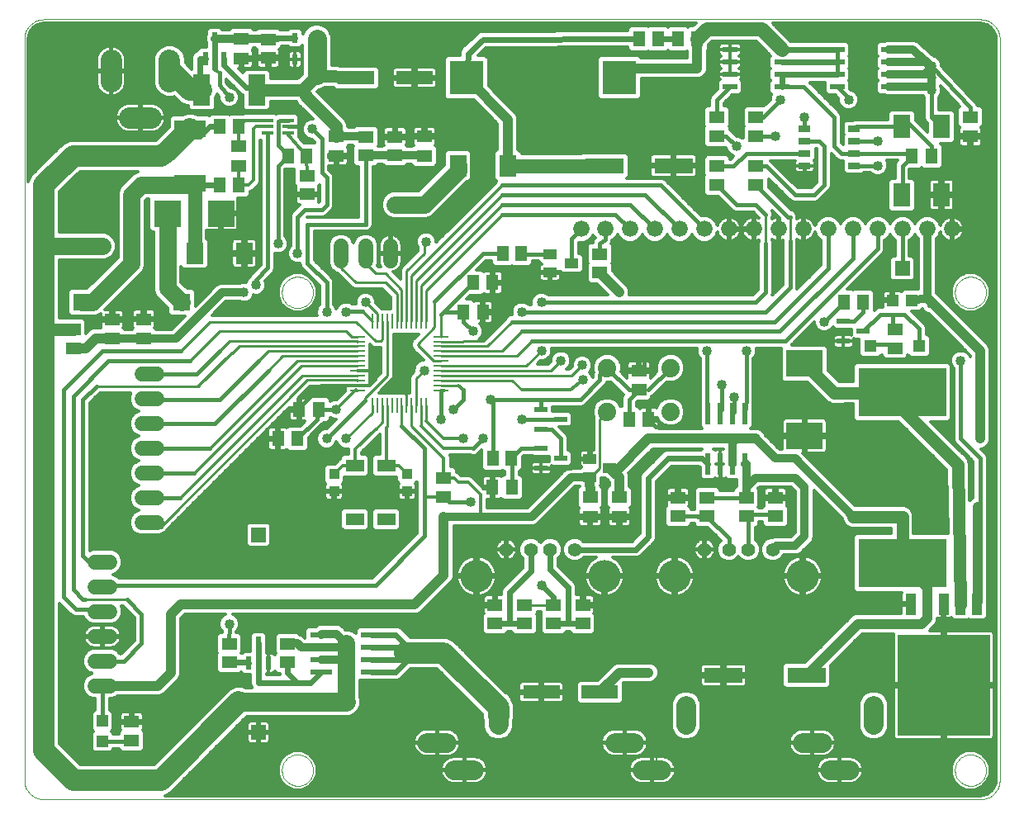
<source format=gtl>
G75*
G70*
%OFA0B0*%
%FSLAX24Y24*%
%IPPOS*%
%LPD*%
%AMOC8*
5,1,8,0,0,1.08239X$1,22.5*
%
%ADD10C,0.0000*%
%ADD11C,0.0787*%
%ADD12C,0.1306*%
%ADD13C,0.0554*%
%ADD14R,0.1063X0.1063*%
%ADD15C,0.0660*%
%ADD16R,0.0098X0.0591*%
%ADD17R,0.0591X0.0098*%
%ADD18R,0.0709X0.1260*%
%ADD19R,0.0709X0.0945*%
%ADD20R,0.0512X0.0630*%
%ADD21R,0.1496X0.0551*%
%ADD22R,0.1575X0.0630*%
%ADD23R,0.0630X0.0512*%
%ADD24R,0.1378X0.1378*%
%ADD25R,0.0220X0.0520*%
%ADD26R,0.1260X0.0709*%
%ADD27R,0.0500X0.0250*%
%ADD28R,0.0600X0.0220*%
%ADD29R,0.0594X0.0594*%
%ADD30R,0.0515X0.0515*%
%ADD31R,0.0425X0.0413*%
%ADD32C,0.0600*%
%ADD33R,0.3543X0.1969*%
%ADD34R,0.0520X0.0390*%
%ADD35R,0.1535X0.0630*%
%ADD36R,0.0236X0.0866*%
%ADD37R,0.0866X0.0236*%
%ADD38R,0.0630X0.0591*%
%ADD39R,0.0470X0.0470*%
%ADD40C,0.0740*%
%ADD41R,0.0709X0.0866*%
%ADD42R,0.0472X0.0472*%
%ADD43R,0.3740X0.4098*%
%ADD44R,0.0420X0.0850*%
%ADD45R,0.1496X0.1102*%
%ADD46C,0.0860*%
%ADD47R,0.0460X0.0140*%
%ADD48R,0.0520X0.0220*%
%ADD49R,0.0709X0.0709*%
%ADD50R,0.0236X0.0394*%
%ADD51R,0.0748X0.0512*%
%ADD52R,0.0551X0.0394*%
%ADD53C,0.0120*%
%ADD54C,0.0160*%
%ADD55C,0.0400*%
%ADD56C,0.0100*%
%ADD57C,0.0060*%
%ADD58C,0.0240*%
%ADD59C,0.0320*%
%ADD60C,0.0400*%
%ADD61C,0.0760*%
%ADD62C,0.0500*%
%ADD63C,0.0700*%
%ADD64C,0.0560*%
%ADD65C,0.0150*%
D10*
X000947Y001087D02*
X038743Y001087D01*
X038743Y001088D02*
X038797Y001090D01*
X038850Y001095D01*
X038903Y001104D01*
X038955Y001117D01*
X039007Y001133D01*
X039057Y001153D01*
X039105Y001176D01*
X039152Y001203D01*
X039197Y001232D01*
X039240Y001265D01*
X039280Y001300D01*
X039318Y001338D01*
X039353Y001378D01*
X039386Y001421D01*
X039415Y001466D01*
X039442Y001513D01*
X039465Y001561D01*
X039485Y001611D01*
X039501Y001663D01*
X039514Y001715D01*
X039523Y001768D01*
X039528Y001821D01*
X039530Y001875D01*
X039530Y031796D01*
X039528Y031850D01*
X039523Y031903D01*
X039514Y031956D01*
X039501Y032008D01*
X039485Y032060D01*
X039465Y032110D01*
X039442Y032158D01*
X039415Y032205D01*
X039386Y032250D01*
X039353Y032293D01*
X039318Y032333D01*
X039280Y032371D01*
X039240Y032406D01*
X039197Y032439D01*
X039152Y032468D01*
X039105Y032495D01*
X039057Y032518D01*
X039007Y032538D01*
X038955Y032554D01*
X038903Y032567D01*
X038850Y032576D01*
X038797Y032581D01*
X038743Y032583D01*
X000947Y032583D01*
X000893Y032581D01*
X000840Y032576D01*
X000787Y032567D01*
X000735Y032554D01*
X000683Y032538D01*
X000633Y032518D01*
X000585Y032495D01*
X000538Y032468D01*
X000493Y032439D01*
X000450Y032406D01*
X000410Y032371D01*
X000372Y032333D01*
X000337Y032293D01*
X000304Y032250D01*
X000275Y032205D01*
X000248Y032158D01*
X000225Y032110D01*
X000205Y032060D01*
X000189Y032008D01*
X000176Y031956D01*
X000167Y031903D01*
X000162Y031850D01*
X000160Y031796D01*
X000160Y001875D01*
X000162Y001821D01*
X000167Y001768D01*
X000176Y001715D01*
X000189Y001663D01*
X000205Y001611D01*
X000225Y001561D01*
X000248Y001513D01*
X000275Y001466D01*
X000304Y001421D01*
X000337Y001378D01*
X000372Y001338D01*
X000410Y001300D01*
X000450Y001265D01*
X000493Y001232D01*
X000538Y001203D01*
X000585Y001176D01*
X000633Y001153D01*
X000683Y001133D01*
X000735Y001117D01*
X000787Y001104D01*
X000840Y001095D01*
X000893Y001090D01*
X000947Y001088D01*
X010554Y002269D02*
X010556Y002319D01*
X010562Y002369D01*
X010572Y002418D01*
X010586Y002466D01*
X010603Y002513D01*
X010624Y002558D01*
X010649Y002602D01*
X010677Y002643D01*
X010709Y002682D01*
X010743Y002719D01*
X010780Y002753D01*
X010820Y002783D01*
X010862Y002810D01*
X010906Y002834D01*
X010952Y002855D01*
X010999Y002871D01*
X011047Y002884D01*
X011097Y002893D01*
X011146Y002898D01*
X011197Y002899D01*
X011247Y002896D01*
X011296Y002889D01*
X011345Y002878D01*
X011393Y002863D01*
X011439Y002845D01*
X011484Y002823D01*
X011527Y002797D01*
X011568Y002768D01*
X011607Y002736D01*
X011643Y002701D01*
X011675Y002663D01*
X011705Y002623D01*
X011732Y002580D01*
X011755Y002536D01*
X011774Y002490D01*
X011790Y002442D01*
X011802Y002393D01*
X011810Y002344D01*
X011814Y002294D01*
X011814Y002244D01*
X011810Y002194D01*
X011802Y002145D01*
X011790Y002096D01*
X011774Y002048D01*
X011755Y002002D01*
X011732Y001958D01*
X011705Y001915D01*
X011675Y001875D01*
X011643Y001837D01*
X011607Y001802D01*
X011568Y001770D01*
X011527Y001741D01*
X011484Y001715D01*
X011439Y001693D01*
X011393Y001675D01*
X011345Y001660D01*
X011296Y001649D01*
X011247Y001642D01*
X011197Y001639D01*
X011146Y001640D01*
X011097Y001645D01*
X011047Y001654D01*
X010999Y001667D01*
X010952Y001683D01*
X010906Y001704D01*
X010862Y001728D01*
X010820Y001755D01*
X010780Y001785D01*
X010743Y001819D01*
X010709Y001856D01*
X010677Y001895D01*
X010649Y001936D01*
X010624Y001980D01*
X010603Y002025D01*
X010586Y002072D01*
X010572Y002120D01*
X010562Y002169D01*
X010556Y002219D01*
X010554Y002269D01*
X010554Y021560D02*
X010556Y021610D01*
X010562Y021660D01*
X010572Y021709D01*
X010586Y021757D01*
X010603Y021804D01*
X010624Y021849D01*
X010649Y021893D01*
X010677Y021934D01*
X010709Y021973D01*
X010743Y022010D01*
X010780Y022044D01*
X010820Y022074D01*
X010862Y022101D01*
X010906Y022125D01*
X010952Y022146D01*
X010999Y022162D01*
X011047Y022175D01*
X011097Y022184D01*
X011146Y022189D01*
X011197Y022190D01*
X011247Y022187D01*
X011296Y022180D01*
X011345Y022169D01*
X011393Y022154D01*
X011439Y022136D01*
X011484Y022114D01*
X011527Y022088D01*
X011568Y022059D01*
X011607Y022027D01*
X011643Y021992D01*
X011675Y021954D01*
X011705Y021914D01*
X011732Y021871D01*
X011755Y021827D01*
X011774Y021781D01*
X011790Y021733D01*
X011802Y021684D01*
X011810Y021635D01*
X011814Y021585D01*
X011814Y021535D01*
X011810Y021485D01*
X011802Y021436D01*
X011790Y021387D01*
X011774Y021339D01*
X011755Y021293D01*
X011732Y021249D01*
X011705Y021206D01*
X011675Y021166D01*
X011643Y021128D01*
X011607Y021093D01*
X011568Y021061D01*
X011527Y021032D01*
X011484Y021006D01*
X011439Y020984D01*
X011393Y020966D01*
X011345Y020951D01*
X011296Y020940D01*
X011247Y020933D01*
X011197Y020930D01*
X011146Y020931D01*
X011097Y020936D01*
X011047Y020945D01*
X010999Y020958D01*
X010952Y020974D01*
X010906Y020995D01*
X010862Y021019D01*
X010820Y021046D01*
X010780Y021076D01*
X010743Y021110D01*
X010709Y021147D01*
X010677Y021186D01*
X010649Y021227D01*
X010624Y021271D01*
X010603Y021316D01*
X010586Y021363D01*
X010572Y021411D01*
X010562Y021460D01*
X010556Y021510D01*
X010554Y021560D01*
X037719Y021560D02*
X037721Y021610D01*
X037727Y021660D01*
X037737Y021709D01*
X037751Y021757D01*
X037768Y021804D01*
X037789Y021849D01*
X037814Y021893D01*
X037842Y021934D01*
X037874Y021973D01*
X037908Y022010D01*
X037945Y022044D01*
X037985Y022074D01*
X038027Y022101D01*
X038071Y022125D01*
X038117Y022146D01*
X038164Y022162D01*
X038212Y022175D01*
X038262Y022184D01*
X038311Y022189D01*
X038362Y022190D01*
X038412Y022187D01*
X038461Y022180D01*
X038510Y022169D01*
X038558Y022154D01*
X038604Y022136D01*
X038649Y022114D01*
X038692Y022088D01*
X038733Y022059D01*
X038772Y022027D01*
X038808Y021992D01*
X038840Y021954D01*
X038870Y021914D01*
X038897Y021871D01*
X038920Y021827D01*
X038939Y021781D01*
X038955Y021733D01*
X038967Y021684D01*
X038975Y021635D01*
X038979Y021585D01*
X038979Y021535D01*
X038975Y021485D01*
X038967Y021436D01*
X038955Y021387D01*
X038939Y021339D01*
X038920Y021293D01*
X038897Y021249D01*
X038870Y021206D01*
X038840Y021166D01*
X038808Y021128D01*
X038772Y021093D01*
X038733Y021061D01*
X038692Y021032D01*
X038649Y021006D01*
X038604Y020984D01*
X038558Y020966D01*
X038510Y020951D01*
X038461Y020940D01*
X038412Y020933D01*
X038362Y020930D01*
X038311Y020931D01*
X038262Y020936D01*
X038212Y020945D01*
X038164Y020958D01*
X038117Y020974D01*
X038071Y020995D01*
X038027Y021019D01*
X037985Y021046D01*
X037945Y021076D01*
X037908Y021110D01*
X037874Y021147D01*
X037842Y021186D01*
X037814Y021227D01*
X037789Y021271D01*
X037768Y021316D01*
X037751Y021363D01*
X037737Y021411D01*
X037727Y021460D01*
X037721Y021510D01*
X037719Y021560D01*
X037719Y002269D02*
X037721Y002319D01*
X037727Y002369D01*
X037737Y002418D01*
X037751Y002466D01*
X037768Y002513D01*
X037789Y002558D01*
X037814Y002602D01*
X037842Y002643D01*
X037874Y002682D01*
X037908Y002719D01*
X037945Y002753D01*
X037985Y002783D01*
X038027Y002810D01*
X038071Y002834D01*
X038117Y002855D01*
X038164Y002871D01*
X038212Y002884D01*
X038262Y002893D01*
X038311Y002898D01*
X038362Y002899D01*
X038412Y002896D01*
X038461Y002889D01*
X038510Y002878D01*
X038558Y002863D01*
X038604Y002845D01*
X038649Y002823D01*
X038692Y002797D01*
X038733Y002768D01*
X038772Y002736D01*
X038808Y002701D01*
X038840Y002663D01*
X038870Y002623D01*
X038897Y002580D01*
X038920Y002536D01*
X038939Y002490D01*
X038955Y002442D01*
X038967Y002393D01*
X038975Y002344D01*
X038979Y002294D01*
X038979Y002244D01*
X038975Y002194D01*
X038967Y002145D01*
X038955Y002096D01*
X038939Y002048D01*
X038920Y002002D01*
X038897Y001958D01*
X038870Y001915D01*
X038840Y001875D01*
X038808Y001837D01*
X038772Y001802D01*
X038733Y001770D01*
X038692Y001741D01*
X038649Y001715D01*
X038604Y001693D01*
X038558Y001675D01*
X038510Y001660D01*
X038461Y001649D01*
X038412Y001642D01*
X038362Y001639D01*
X038311Y001640D01*
X038262Y001645D01*
X038212Y001654D01*
X038164Y001667D01*
X038117Y001683D01*
X038071Y001704D01*
X038027Y001728D01*
X037985Y001755D01*
X037945Y001785D01*
X037908Y001819D01*
X037874Y001856D01*
X037842Y001895D01*
X037814Y001936D01*
X037789Y001980D01*
X037768Y002025D01*
X037751Y002072D01*
X037737Y002120D01*
X037727Y002169D01*
X037721Y002219D01*
X037719Y002269D01*
D11*
X034445Y004087D02*
X034445Y004875D01*
X032359Y003379D02*
X031571Y003379D01*
X032674Y002276D02*
X033461Y002276D01*
X026871Y004087D02*
X026871Y004875D01*
X024784Y003379D02*
X023997Y003379D01*
X025099Y002276D02*
X025886Y002276D01*
X019296Y004087D02*
X019296Y004875D01*
X017209Y003379D02*
X016422Y003379D01*
X017524Y002276D02*
X018312Y002276D01*
D12*
X018407Y010113D03*
X023580Y010113D03*
X026403Y010113D03*
X031576Y010113D03*
D13*
X030367Y011180D03*
X029383Y011180D03*
X028596Y011180D03*
X027611Y011180D03*
X022371Y011180D03*
X021387Y011180D03*
X020600Y011180D03*
X019616Y011180D03*
D14*
X008097Y024745D03*
X005932Y024745D03*
D15*
X022636Y024119D03*
X023601Y024119D03*
X024601Y024119D03*
X025601Y024119D03*
X026601Y024119D03*
X027601Y024119D03*
X028601Y024119D03*
X029601Y024119D03*
X030601Y024119D03*
X031601Y024119D03*
X032601Y024119D03*
X033601Y024119D03*
X034601Y024119D03*
X035601Y024119D03*
X036601Y024119D03*
X037601Y024119D03*
D16*
X016377Y020387D03*
X016180Y020387D03*
X015983Y020387D03*
X015786Y020387D03*
X015589Y020387D03*
X015392Y020387D03*
X015195Y020387D03*
X014999Y020387D03*
X014802Y020387D03*
X014605Y020387D03*
X014408Y020387D03*
X014211Y020387D03*
X014211Y017001D03*
X014408Y017001D03*
X014605Y017001D03*
X014802Y017001D03*
X014999Y017001D03*
X015195Y017001D03*
X015392Y017001D03*
X015589Y017001D03*
X015786Y017001D03*
X015983Y017001D03*
X016180Y017001D03*
X016377Y017001D03*
D17*
X016987Y017611D03*
X016987Y017808D03*
X016987Y018005D03*
X016987Y018202D03*
X016987Y018398D03*
X016987Y018595D03*
X016987Y018792D03*
X016987Y018989D03*
X016987Y019186D03*
X016987Y019383D03*
X016987Y019580D03*
X016987Y019776D03*
X013601Y019776D03*
X013601Y019580D03*
X013601Y019383D03*
X013601Y019186D03*
X013601Y018989D03*
X013601Y018792D03*
X013601Y018595D03*
X013601Y018398D03*
X013601Y018202D03*
X013601Y018005D03*
X013601Y017808D03*
X013601Y017611D03*
D18*
X009530Y029729D03*
X007325Y029729D03*
D19*
X035583Y028253D03*
X037178Y028253D03*
X037178Y025497D03*
X035583Y025497D03*
D20*
X035987Y027072D03*
X036774Y027072D03*
X033999Y021166D03*
X033251Y021166D03*
X025357Y016442D03*
X024569Y016442D03*
X019825Y014867D03*
X019077Y014867D03*
X019058Y013686D03*
X019845Y013686D03*
X018664Y020772D03*
X017877Y020772D03*
X018270Y021954D03*
X019058Y021954D03*
X019471Y023135D03*
X020219Y023135D03*
X012046Y016835D03*
X011258Y016835D03*
X011184Y015654D03*
X010396Y015654D03*
X008802Y025891D03*
X008054Y025891D03*
X008054Y028253D03*
X008802Y028253D03*
X010810Y027072D03*
X011558Y027072D03*
X024983Y031796D03*
X025731Y031796D03*
X026538Y031796D03*
X027325Y031796D03*
D21*
X015908Y030221D03*
X013546Y030221D03*
X021026Y005418D03*
X023388Y005418D03*
D22*
X023566Y026678D03*
X026361Y026678D03*
D23*
X028113Y026658D03*
X028113Y025910D03*
X029688Y025910D03*
X029688Y026658D03*
X029688Y027879D03*
X029688Y028627D03*
X028113Y028627D03*
X028113Y027879D03*
X023388Y023115D03*
X023388Y022367D03*
X024963Y018391D03*
X024963Y017643D03*
X024176Y013292D03*
X024176Y012505D03*
X022995Y012505D03*
X022995Y013292D03*
X026538Y013272D03*
X026538Y012524D03*
X027719Y012524D03*
X027719Y013272D03*
X029294Y013272D03*
X029294Y012524D03*
X030475Y012524D03*
X030475Y013272D03*
X035298Y019316D03*
X035298Y020064D03*
X038349Y027859D03*
X038349Y028646D03*
X017089Y014060D03*
X017089Y013312D03*
X019156Y008942D03*
X019156Y008194D03*
X020337Y008194D03*
X020337Y008942D03*
X021518Y008942D03*
X021518Y008194D03*
X022699Y008194D03*
X022699Y008942D03*
X010790Y007367D03*
X010790Y006619D03*
X008428Y006619D03*
X008428Y007367D03*
X004491Y004217D03*
X004491Y003469D03*
X002129Y019316D03*
X002129Y020064D03*
X003703Y019709D03*
X003703Y020457D03*
X004983Y020477D03*
X004983Y019690D03*
X011577Y025517D03*
X011577Y026265D03*
X012758Y027072D03*
X012758Y027859D03*
X013940Y027839D03*
X013940Y027091D03*
X015121Y027091D03*
X015121Y027839D03*
X016302Y027859D03*
X016302Y027072D03*
X010003Y031028D03*
X010003Y031776D03*
X008920Y031796D03*
X008920Y031009D03*
X008821Y027465D03*
X008821Y026678D03*
D24*
X017996Y030221D03*
X024176Y030221D03*
D25*
X008197Y031002D03*
X007477Y031002D03*
X007837Y031802D03*
X009609Y007393D03*
X010009Y006593D03*
X009209Y006593D03*
D26*
X006853Y025969D03*
X006853Y028174D03*
D27*
X031656Y028178D03*
X031656Y027678D03*
X031656Y027178D03*
X031656Y026678D03*
X033656Y026678D03*
X033656Y027178D03*
X033656Y027678D03*
X033656Y028178D03*
D28*
X032978Y029865D03*
X032978Y030365D03*
X032978Y030865D03*
X032978Y031365D03*
X035058Y031365D03*
X035058Y030865D03*
X035058Y030365D03*
X035058Y029865D03*
X030728Y029865D03*
X030728Y030365D03*
X030728Y030865D03*
X030728Y031365D03*
X028648Y031365D03*
X028648Y030865D03*
X028648Y030365D03*
X028648Y029865D03*
D29*
X009609Y011767D03*
X009609Y003794D03*
D30*
X034314Y019394D03*
X036282Y019394D03*
D31*
X015613Y014227D03*
X015613Y013538D03*
X012660Y013538D03*
X012660Y014227D03*
D32*
X005503Y014261D02*
X004903Y014261D01*
X004903Y015261D02*
X005503Y015261D01*
X005503Y016261D02*
X004903Y016261D01*
X004903Y017261D02*
X005503Y017261D01*
X005503Y018261D02*
X004903Y018261D01*
X004903Y013261D02*
X005503Y013261D01*
X005503Y012261D02*
X004903Y012261D01*
X003610Y010674D02*
X003010Y010674D01*
X003010Y009674D02*
X003610Y009674D01*
X003610Y008674D02*
X003010Y008674D01*
X003010Y007674D02*
X003610Y007674D01*
X003610Y006674D02*
X003010Y006674D01*
X003010Y005674D02*
X003610Y005674D01*
X012940Y022835D02*
X012940Y023435D01*
X013940Y023435D02*
X013940Y022835D01*
X014940Y022835D02*
X014940Y023435D01*
D33*
X035593Y017524D03*
X035593Y010635D03*
D34*
X023788Y014473D03*
X022988Y014103D03*
X022988Y014843D03*
D35*
X028384Y006107D03*
X031731Y006107D03*
D36*
X029256Y014631D03*
X028756Y014631D03*
X028256Y014631D03*
X027756Y014631D03*
X027756Y016678D03*
X028256Y016678D03*
X028756Y016678D03*
X029256Y016678D03*
D37*
X014176Y007743D03*
X014176Y007243D03*
X014176Y006743D03*
X014176Y006243D03*
X012129Y006243D03*
X012129Y006743D03*
X012129Y007243D03*
X012129Y007743D03*
D38*
X035593Y022524D03*
D39*
X035199Y021245D03*
X035987Y021245D03*
D40*
X026243Y018513D03*
X026243Y016733D03*
X023683Y016733D03*
X023683Y018513D03*
D41*
X019668Y026678D03*
X017660Y026678D03*
X009038Y023135D03*
X007030Y023135D03*
D42*
X003310Y004257D03*
X003310Y003430D03*
D43*
X037266Y005698D03*
D44*
X037266Y008978D03*
X037936Y008978D03*
X038606Y008978D03*
X036596Y008978D03*
X035926Y008978D03*
D45*
X031656Y015772D03*
X031656Y018686D03*
D46*
X019296Y004786D02*
X017089Y006993D01*
X015908Y006993D01*
X015514Y006993D01*
X019296Y004786D02*
X019296Y004481D01*
X008821Y005024D02*
X005672Y001875D01*
X002129Y001875D01*
X000947Y003056D01*
X000947Y021166D01*
X000947Y023528D01*
X000947Y025891D01*
X002129Y027072D01*
X005672Y027072D01*
X005947Y027269D01*
X006853Y028174D01*
X006853Y029729D02*
X007325Y029729D01*
X006853Y029729D02*
X006022Y030572D01*
X006022Y030499D01*
X006022Y030069D02*
X006022Y030929D01*
X003660Y030929D02*
X003660Y030069D01*
X004411Y028609D02*
X005271Y028609D01*
D47*
X009986Y028513D03*
X009986Y028253D03*
X009986Y027993D03*
X010806Y027993D03*
X010806Y028253D03*
X010806Y028513D03*
D48*
X021020Y016842D03*
X021020Y016042D03*
X021020Y015267D03*
X021020Y014467D03*
X021820Y014867D03*
X021820Y016442D03*
X033225Y019585D03*
X033225Y020385D03*
X034025Y019985D03*
D49*
X006499Y021166D03*
X002483Y021166D03*
D50*
X011085Y030969D03*
X011085Y031835D03*
D51*
X013506Y014572D03*
X014766Y014572D03*
X014766Y012406D03*
X013506Y012406D03*
D52*
X021380Y022367D03*
X021380Y023115D03*
X022247Y022741D03*
D53*
X022537Y023148D02*
X022537Y023579D01*
X022744Y023579D01*
X022942Y023661D01*
X023094Y023813D01*
X023119Y023872D01*
X023143Y023813D01*
X023203Y023753D01*
X023191Y023742D01*
X023156Y023712D01*
X023151Y023701D01*
X023142Y023693D01*
X023125Y023650D01*
X023104Y023609D01*
X023103Y023597D01*
X023098Y023586D01*
X023098Y023581D01*
X022986Y023581D01*
X022863Y023458D01*
X022863Y022772D01*
X022895Y022741D01*
X022863Y022710D01*
X022863Y022024D01*
X022986Y021901D01*
X023274Y021901D01*
X023719Y021456D01*
X021316Y021456D01*
X021258Y021514D01*
X021108Y021576D01*
X020945Y021576D01*
X020794Y021514D01*
X020679Y021398D01*
X020616Y021248D01*
X020616Y021085D01*
X020625Y021062D01*
X020529Y021062D01*
X020471Y021120D01*
X020320Y021182D01*
X020157Y021182D01*
X020006Y021120D01*
X019891Y021005D01*
X019829Y020854D01*
X019829Y020691D01*
X019838Y020669D01*
X019787Y020669D01*
X019681Y020625D01*
X019599Y020543D01*
X019569Y020471D01*
X018741Y019643D01*
X018508Y019643D01*
X018618Y019753D01*
X018680Y019903D01*
X018680Y020067D01*
X018618Y020217D01*
X018538Y020297D01*
X018604Y020297D01*
X018604Y020712D01*
X018724Y020712D01*
X018724Y020297D01*
X018941Y020297D01*
X018982Y020308D01*
X019018Y020329D01*
X019048Y020359D01*
X019069Y020396D01*
X019080Y020436D01*
X019080Y020712D01*
X018724Y020712D01*
X018724Y020832D01*
X019080Y020832D01*
X019080Y021108D01*
X019069Y021149D01*
X019048Y021186D01*
X019018Y021215D01*
X018982Y021236D01*
X018941Y021247D01*
X018724Y021247D01*
X018724Y020832D01*
X018604Y020832D01*
X018604Y021247D01*
X018387Y021247D01*
X018346Y021236D01*
X018310Y021215D01*
X018306Y021211D01*
X018219Y021297D01*
X018024Y021297D01*
X018155Y021429D01*
X018613Y021429D01*
X018699Y021515D01*
X018703Y021511D01*
X018740Y021489D01*
X018781Y021479D01*
X018998Y021479D01*
X018998Y021894D01*
X019118Y021894D01*
X019118Y022014D01*
X018998Y022014D01*
X018998Y022429D01*
X018781Y022429D01*
X018740Y022418D01*
X018703Y022397D01*
X018699Y022392D01*
X018613Y022479D01*
X018418Y022479D01*
X018784Y022845D01*
X019005Y022845D01*
X019005Y022733D01*
X019128Y022610D01*
X019814Y022610D01*
X019845Y022641D01*
X019876Y022610D01*
X020562Y022610D01*
X020685Y022733D01*
X020685Y022823D01*
X020690Y022825D01*
X020901Y022825D01*
X021018Y022708D01*
X021035Y022708D01*
X021007Y022692D01*
X020977Y022662D01*
X020956Y022626D01*
X020945Y022585D01*
X020945Y022405D01*
X021342Y022405D01*
X021342Y022329D01*
X020945Y022329D01*
X020945Y022149D01*
X020956Y022108D01*
X020977Y022072D01*
X021007Y022042D01*
X021043Y022021D01*
X021084Y022010D01*
X021342Y022010D01*
X021342Y022328D01*
X021419Y022328D01*
X021419Y022010D01*
X021677Y022010D01*
X021718Y022021D01*
X021754Y022042D01*
X021784Y022072D01*
X021805Y022108D01*
X021816Y022149D01*
X021816Y022329D01*
X021419Y022329D01*
X021419Y022405D01*
X021813Y022405D01*
X021884Y022334D01*
X022609Y022334D01*
X022732Y022457D01*
X022732Y023025D01*
X022609Y023148D01*
X022537Y023148D01*
X022629Y023128D02*
X022863Y023128D01*
X022863Y023010D02*
X022732Y023010D01*
X022732Y022891D02*
X022863Y022891D01*
X022863Y022773D02*
X022732Y022773D01*
X022732Y022654D02*
X022863Y022654D01*
X022863Y022536D02*
X022732Y022536D01*
X022693Y022417D02*
X022863Y022417D01*
X022863Y022299D02*
X021816Y022299D01*
X021816Y022180D02*
X022863Y022180D01*
X022863Y022062D02*
X021774Y022062D01*
X021419Y022062D02*
X021342Y022062D01*
X021342Y022180D02*
X021419Y022180D01*
X021419Y022299D02*
X021342Y022299D01*
X020945Y022299D02*
X019471Y022299D01*
X019474Y022290D02*
X019463Y022330D01*
X019442Y022367D01*
X019412Y022397D01*
X019375Y022418D01*
X019335Y022429D01*
X019118Y022429D01*
X019118Y022014D01*
X019474Y022014D01*
X019474Y022290D01*
X019474Y022180D02*
X020945Y022180D01*
X020987Y022062D02*
X019474Y022062D01*
X019474Y021894D02*
X019118Y021894D01*
X019118Y021479D01*
X019335Y021479D01*
X019375Y021489D01*
X019412Y021511D01*
X019442Y021540D01*
X019463Y021577D01*
X019474Y021618D01*
X019474Y021894D01*
X019474Y021825D02*
X023351Y021825D01*
X023469Y021706D02*
X019474Y021706D01*
X019466Y021588D02*
X023588Y021588D01*
X023706Y021469D02*
X021303Y021469D01*
X020750Y021469D02*
X018654Y021469D01*
X018604Y021232D02*
X018724Y021232D01*
X018724Y021114D02*
X018604Y021114D01*
X018604Y020995D02*
X018724Y020995D01*
X018724Y020877D02*
X018604Y020877D01*
X018724Y020758D02*
X019829Y020758D01*
X019838Y020877D02*
X019080Y020877D01*
X019080Y020995D02*
X019887Y020995D01*
X020000Y021114D02*
X019078Y021114D01*
X018989Y021232D02*
X020616Y021232D01*
X020616Y021114D02*
X020477Y021114D01*
X020659Y021351D02*
X018078Y021351D01*
X018284Y021232D02*
X018339Y021232D01*
X018604Y020640D02*
X018724Y020640D01*
X018724Y020521D02*
X018604Y020521D01*
X018604Y020403D02*
X018724Y020403D01*
X018551Y020284D02*
X019383Y020284D01*
X019265Y020166D02*
X018639Y020166D01*
X018680Y020047D02*
X019146Y020047D01*
X019028Y019929D02*
X018680Y019929D01*
X018642Y019810D02*
X018909Y019810D01*
X018791Y019692D02*
X018557Y019692D01*
X019071Y020403D02*
X019502Y020403D01*
X019590Y020521D02*
X019080Y020521D01*
X019080Y020640D02*
X019718Y020640D01*
X019118Y021588D02*
X018998Y021588D01*
X018998Y021706D02*
X019118Y021706D01*
X019118Y021825D02*
X018998Y021825D01*
X019118Y021943D02*
X022944Y021943D01*
X023913Y022422D02*
X023913Y022710D01*
X023882Y022741D01*
X023913Y022772D01*
X023913Y023458D01*
X023837Y023534D01*
X023838Y023537D01*
X023847Y023545D01*
X023864Y023588D01*
X023885Y023629D01*
X023886Y023641D01*
X023891Y023652D01*
X023891Y023655D01*
X023907Y023661D01*
X024059Y023813D01*
X024101Y023915D01*
X024143Y023813D01*
X024295Y023661D01*
X024494Y023579D01*
X024708Y023579D01*
X024907Y023661D01*
X025059Y023813D01*
X025101Y023915D01*
X025143Y023813D01*
X025295Y023661D01*
X025494Y023579D01*
X025708Y023579D01*
X025907Y023661D01*
X026059Y023813D01*
X026101Y023915D01*
X026143Y023813D01*
X026295Y023661D01*
X026494Y023579D01*
X026708Y023579D01*
X026907Y023661D01*
X027059Y023813D01*
X027101Y023915D01*
X027143Y023813D01*
X027295Y023661D01*
X027494Y023579D01*
X027708Y023579D01*
X027907Y023661D01*
X028059Y023813D01*
X028130Y023984D01*
X028147Y023931D01*
X028182Y023862D01*
X028227Y023800D01*
X028282Y023745D01*
X028344Y023700D01*
X028413Y023665D01*
X028486Y023641D01*
X028562Y023629D01*
X028563Y023629D01*
X028563Y024080D01*
X028639Y024080D01*
X028639Y023629D01*
X028640Y023629D01*
X028716Y023641D01*
X028789Y023665D01*
X028858Y023700D01*
X028920Y023745D01*
X028975Y023800D01*
X029020Y023862D01*
X029055Y023931D01*
X029079Y024004D01*
X029091Y024080D01*
X029091Y024080D01*
X028639Y024080D01*
X028639Y024157D01*
X028563Y024157D01*
X028563Y024609D01*
X028562Y024609D01*
X028486Y024597D01*
X028413Y024573D01*
X028344Y024538D01*
X028282Y024493D01*
X028227Y024438D01*
X028182Y024376D01*
X028147Y024307D01*
X028130Y024254D01*
X028059Y024425D01*
X027907Y024577D01*
X027708Y024659D01*
X027494Y024659D01*
X027478Y024652D01*
X025994Y026136D01*
X025887Y026181D01*
X024467Y026181D01*
X024563Y026276D01*
X024563Y027080D01*
X024440Y027203D01*
X022691Y027203D01*
X022656Y027168D01*
X020232Y027168D01*
X020232Y027198D01*
X020109Y027321D01*
X020078Y027321D01*
X020078Y028631D01*
X020015Y028781D01*
X018895Y029902D01*
X018895Y030997D01*
X018772Y031120D01*
X018465Y031120D01*
X018814Y031447D01*
X024517Y031465D01*
X024517Y031394D01*
X024640Y031271D01*
X025326Y031271D01*
X025357Y031302D01*
X025388Y031271D01*
X026074Y031271D01*
X026134Y031332D01*
X026195Y031271D01*
X026881Y031271D01*
X026915Y031306D01*
X026915Y031025D01*
X025047Y031025D01*
X024952Y031120D01*
X023400Y031120D01*
X023277Y030997D01*
X023277Y029445D01*
X023400Y029322D01*
X024952Y029322D01*
X025075Y029445D01*
X025075Y030205D01*
X027407Y030205D01*
X027558Y030267D01*
X027673Y030383D01*
X027735Y030533D01*
X027735Y031338D01*
X027791Y031394D01*
X027791Y031569D01*
X027922Y031700D01*
X029700Y031700D01*
X030218Y031182D01*
X030218Y031168D01*
X030271Y031115D01*
X030218Y031062D01*
X030218Y030668D01*
X030271Y030615D01*
X030218Y030562D01*
X030218Y030168D01*
X030271Y030115D01*
X030218Y030062D01*
X030218Y029668D01*
X030322Y029563D01*
X030262Y029417D01*
X030262Y029336D01*
X030019Y029093D01*
X029286Y029093D01*
X029163Y028970D01*
X029163Y028284D01*
X029194Y028253D01*
X029163Y028222D01*
X029163Y027783D01*
X029132Y027813D01*
X028982Y027875D01*
X028900Y027875D01*
X028651Y028125D01*
X028638Y028130D01*
X028638Y028222D01*
X028607Y028253D01*
X028638Y028284D01*
X028638Y028970D01*
X028515Y029093D01*
X028403Y029093D01*
X028403Y029210D01*
X028738Y029545D01*
X029035Y029545D01*
X029158Y029668D01*
X029158Y030062D01*
X029069Y030150D01*
X029076Y030157D01*
X029097Y030193D01*
X029108Y030234D01*
X029108Y030365D01*
X029108Y030496D01*
X029097Y030537D01*
X029076Y030573D01*
X029046Y030603D01*
X029025Y030615D01*
X029046Y030627D01*
X029076Y030657D01*
X029097Y030693D01*
X029108Y030734D01*
X029108Y030865D01*
X029108Y030996D01*
X029097Y031037D01*
X029076Y031073D01*
X029046Y031103D01*
X029025Y031115D01*
X029046Y031127D01*
X029076Y031157D01*
X029097Y031193D01*
X029108Y031234D01*
X029108Y031365D01*
X029108Y031496D01*
X029097Y031537D01*
X029076Y031573D01*
X029046Y031603D01*
X029009Y031624D01*
X028969Y031635D01*
X028648Y031635D01*
X028648Y031365D01*
X029108Y031365D01*
X028648Y031365D01*
X028648Y031365D01*
X028648Y031365D01*
X028648Y030865D01*
X029108Y030865D01*
X028648Y030865D01*
X028648Y030865D01*
X028648Y030865D01*
X028648Y030365D01*
X029108Y030365D01*
X028648Y030365D01*
X028648Y030365D01*
X028648Y030365D01*
X028648Y030595D01*
X028648Y030865D01*
X028648Y030865D01*
X028648Y031135D01*
X028648Y031365D01*
X028648Y031365D01*
X028648Y031635D01*
X028326Y031635D01*
X028286Y031624D01*
X028249Y031603D01*
X028220Y031573D01*
X028198Y031537D01*
X028188Y031496D01*
X028188Y031365D01*
X028648Y031365D01*
X028188Y031365D01*
X028188Y031234D01*
X028198Y031193D01*
X028220Y031157D01*
X028249Y031127D01*
X028270Y031115D01*
X028249Y031103D01*
X028220Y031073D01*
X028198Y031037D01*
X028188Y030996D01*
X028188Y030865D01*
X028648Y030865D01*
X028188Y030865D01*
X028188Y030734D01*
X028198Y030693D01*
X028220Y030657D01*
X028249Y030627D01*
X028270Y030615D01*
X028249Y030603D01*
X028220Y030573D01*
X028198Y030537D01*
X028188Y030496D01*
X028188Y030365D01*
X028648Y030365D01*
X028188Y030365D01*
X028188Y030234D01*
X028198Y030193D01*
X028220Y030157D01*
X028226Y030150D01*
X028138Y030062D01*
X028138Y029765D01*
X027867Y029494D01*
X027823Y029388D01*
X027823Y029093D01*
X027711Y029093D01*
X027588Y028970D01*
X027588Y028284D01*
X027619Y028253D01*
X027588Y028222D01*
X027588Y027536D01*
X027711Y027413D01*
X028490Y027413D01*
X028490Y027384D01*
X028553Y027233D01*
X028668Y027118D01*
X028784Y027070D01*
X028662Y026948D01*
X028638Y026948D01*
X028638Y027001D01*
X028515Y027124D01*
X027711Y027124D01*
X027588Y027001D01*
X027588Y026315D01*
X027619Y026284D01*
X027588Y026253D01*
X027588Y025567D01*
X027711Y025444D01*
X028169Y025444D01*
X028756Y024857D01*
X028862Y024813D01*
X029567Y024813D01*
X029821Y024559D01*
X029821Y024557D01*
X029789Y024573D01*
X029716Y024597D01*
X029640Y024609D01*
X029639Y024609D01*
X029639Y024157D01*
X029563Y024157D01*
X029563Y024609D01*
X029562Y024609D01*
X029486Y024597D01*
X029413Y024573D01*
X029344Y024538D01*
X029282Y024493D01*
X029227Y024438D01*
X029182Y024376D01*
X029147Y024307D01*
X029123Y024234D01*
X029111Y024157D01*
X029563Y024157D01*
X029563Y024080D01*
X029639Y024080D01*
X029639Y023629D01*
X029640Y023629D01*
X029716Y023641D01*
X029789Y023665D01*
X029821Y023681D01*
X029821Y023658D01*
X029791Y023586D01*
X029791Y021680D01*
X029567Y021456D01*
X024577Y021456D01*
X024586Y021478D01*
X024586Y021661D01*
X024523Y021812D01*
X023913Y022422D01*
X023918Y022417D02*
X029791Y022417D01*
X029791Y022299D02*
X024036Y022299D01*
X024155Y022180D02*
X029791Y022180D01*
X029791Y022062D02*
X024273Y022062D01*
X024392Y021943D02*
X029791Y021943D01*
X029791Y021825D02*
X024510Y021825D01*
X024567Y021706D02*
X029791Y021706D01*
X029699Y021588D02*
X024586Y021588D01*
X024582Y021469D02*
X029581Y021469D01*
X030350Y021452D02*
X030371Y021502D01*
X030371Y023586D01*
X030341Y023658D01*
X030341Y023702D01*
X030344Y023700D01*
X030413Y023665D01*
X030486Y023641D01*
X030562Y023629D01*
X030563Y023629D01*
X030563Y024080D01*
X030639Y024080D01*
X030639Y023629D01*
X030640Y023629D01*
X030716Y023641D01*
X030776Y023660D01*
X030776Y021877D01*
X030350Y021452D01*
X030358Y021469D02*
X030368Y021469D01*
X030371Y021588D02*
X030487Y021588D01*
X030371Y021706D02*
X030605Y021706D01*
X030724Y021825D02*
X030371Y021825D01*
X030371Y021943D02*
X030776Y021943D01*
X030776Y022062D02*
X030371Y022062D01*
X030371Y022180D02*
X030776Y022180D01*
X030776Y022299D02*
X030371Y022299D01*
X030371Y022417D02*
X030776Y022417D01*
X030776Y022536D02*
X030371Y022536D01*
X030371Y022654D02*
X030776Y022654D01*
X030776Y022773D02*
X030371Y022773D01*
X030371Y022891D02*
X030776Y022891D01*
X030776Y023010D02*
X030371Y023010D01*
X030371Y023128D02*
X030776Y023128D01*
X030776Y023247D02*
X030371Y023247D01*
X030371Y023365D02*
X030776Y023365D01*
X030776Y023484D02*
X030371Y023484D01*
X030364Y023602D02*
X030776Y023602D01*
X030639Y023721D02*
X030563Y023721D01*
X030563Y023839D02*
X030639Y023839D01*
X030639Y023958D02*
X030563Y023958D01*
X030563Y024076D02*
X030639Y024076D01*
X030639Y024157D02*
X030563Y024157D01*
X030563Y024609D01*
X030562Y024609D01*
X030486Y024597D01*
X030413Y024573D01*
X030344Y024538D01*
X030341Y024536D01*
X030341Y024579D01*
X030371Y024652D01*
X030371Y024767D01*
X030336Y024851D01*
X030639Y024548D01*
X030639Y024157D01*
X030639Y024195D02*
X030563Y024195D01*
X030563Y024313D02*
X030639Y024313D01*
X030639Y024432D02*
X030563Y024432D01*
X030563Y024550D02*
X030637Y024550D01*
X030519Y024669D02*
X030371Y024669D01*
X030369Y024550D02*
X030341Y024550D01*
X030363Y024787D02*
X030400Y024787D01*
X030865Y025143D02*
X035019Y025143D01*
X035019Y025261D02*
X032224Y025261D01*
X032214Y025251D02*
X032608Y025645D01*
X032689Y025726D01*
X032733Y025833D01*
X032733Y027159D01*
X032887Y027006D01*
X032968Y026924D01*
X033075Y026880D01*
X033196Y026880D01*
X033196Y026466D01*
X033319Y026343D01*
X033993Y026343D01*
X034038Y026388D01*
X034319Y026388D01*
X034377Y026330D01*
X034527Y026268D01*
X034690Y026268D01*
X034841Y026330D01*
X034956Y026446D01*
X035019Y026596D01*
X035019Y026760D01*
X034966Y026888D01*
X035393Y026888D01*
X035347Y026842D01*
X035303Y026736D01*
X035303Y026179D01*
X035142Y026179D01*
X035019Y026056D01*
X035019Y024937D01*
X035142Y024814D01*
X036025Y024814D01*
X036148Y024937D01*
X036148Y026056D01*
X036025Y026179D01*
X035883Y026179D01*
X035883Y026547D01*
X036330Y026547D01*
X036380Y026598D01*
X036431Y026547D01*
X037117Y026547D01*
X037240Y026670D01*
X037240Y027474D01*
X037143Y027570D01*
X037619Y027570D01*
X037742Y027693D01*
X037742Y028812D01*
X037619Y028935D01*
X037064Y028935D01*
X037064Y029439D01*
X037122Y029497D01*
X037184Y029648D01*
X037184Y029811D01*
X037152Y029889D01*
X037914Y029079D01*
X037824Y028989D01*
X037824Y028304D01*
X037910Y028217D01*
X037906Y028213D01*
X037885Y028177D01*
X037874Y028136D01*
X037874Y027919D01*
X038289Y027919D01*
X038289Y027799D01*
X038409Y027799D01*
X038409Y027443D01*
X038685Y027443D01*
X038726Y027454D01*
X038762Y027475D01*
X038792Y027505D01*
X038813Y027541D01*
X038824Y027582D01*
X038824Y027799D01*
X038409Y027799D01*
X038409Y027919D01*
X038824Y027919D01*
X038824Y028136D01*
X038813Y028177D01*
X038792Y028213D01*
X038788Y028217D01*
X038874Y028304D01*
X038874Y028989D01*
X038751Y029112D01*
X038633Y029112D01*
X038619Y029147D01*
X038600Y029197D01*
X038597Y029200D01*
X038595Y029204D01*
X038557Y029242D01*
X037184Y030701D01*
X037184Y030795D01*
X037122Y030946D01*
X037006Y031061D01*
X036876Y031115D01*
X036277Y031636D01*
X036234Y031679D01*
X036221Y031684D01*
X036211Y031693D01*
X036154Y031712D01*
X036098Y031735D01*
X036084Y031735D01*
X036072Y031739D01*
X036011Y031735D01*
X034985Y031735D01*
X034864Y031685D01*
X034671Y031685D01*
X034548Y031562D01*
X034548Y031168D01*
X034601Y031115D01*
X034548Y031062D01*
X034548Y030668D01*
X034601Y030615D01*
X034548Y030562D01*
X034548Y030168D01*
X034601Y030115D01*
X034548Y030062D01*
X034548Y029668D01*
X034671Y029545D01*
X034864Y029545D01*
X034985Y029495D01*
X036429Y029495D01*
X036484Y029439D01*
X036484Y028589D01*
X036528Y028482D01*
X036610Y028401D01*
X036613Y028397D01*
X036613Y028036D01*
X036148Y028502D01*
X036148Y028812D01*
X036025Y028935D01*
X036484Y028935D01*
X036484Y029053D02*
X033726Y029053D01*
X033775Y029103D02*
X033838Y029254D01*
X033838Y029417D01*
X033775Y029568D01*
X033660Y029683D01*
X033509Y029745D01*
X033508Y029745D01*
X033488Y029765D01*
X033488Y030062D01*
X033435Y030115D01*
X033488Y030168D01*
X033488Y030562D01*
X033435Y030615D01*
X033488Y030668D01*
X033488Y031062D01*
X033435Y031115D01*
X033488Y031168D01*
X033488Y031562D01*
X033365Y031685D01*
X033068Y031685D01*
X033044Y031695D01*
X031091Y031695D01*
X030362Y032423D01*
X038743Y032423D01*
X038841Y032416D01*
X039028Y032355D01*
X039186Y032240D01*
X039302Y032081D01*
X039362Y031894D01*
X039370Y031796D01*
X039370Y001875D01*
X039362Y001777D01*
X039302Y001590D01*
X039186Y001431D01*
X039028Y001316D01*
X038841Y001255D01*
X038743Y001247D01*
X005830Y001247D01*
X006034Y001332D01*
X009137Y004434D01*
X013269Y004434D01*
X013486Y004524D01*
X013652Y004690D01*
X013742Y004907D01*
X013742Y005142D01*
X013712Y005214D01*
X013712Y005915D01*
X014106Y005915D01*
X014110Y005913D01*
X015224Y005913D01*
X015345Y005963D01*
X015735Y006353D01*
X016824Y006353D01*
X018656Y004521D01*
X018656Y004354D01*
X018692Y004266D01*
X018692Y003967D01*
X018784Y003745D01*
X018954Y003576D01*
X019176Y003484D01*
X019416Y003484D01*
X019638Y003576D01*
X023478Y003576D01*
X023483Y003591D02*
X023457Y003508D01*
X023443Y003422D01*
X023443Y003399D01*
X024370Y003399D01*
X024370Y003359D01*
X023443Y003359D01*
X023443Y003335D01*
X023457Y003249D01*
X023483Y003166D01*
X023523Y003089D01*
X023574Y003018D01*
X023636Y002956D01*
X023706Y002905D01*
X023784Y002866D01*
X023867Y002839D01*
X023953Y002825D01*
X024370Y002825D01*
X024370Y003359D01*
X024410Y003359D01*
X024410Y002825D01*
X024828Y002825D01*
X024914Y002839D01*
X024997Y002866D01*
X025074Y002905D01*
X025145Y002956D01*
X025206Y003018D01*
X025258Y003089D01*
X025297Y003166D01*
X025324Y003249D01*
X025338Y003335D01*
X025338Y003359D01*
X024410Y003359D01*
X024410Y003399D01*
X024370Y003399D01*
X024370Y003932D01*
X023953Y003932D01*
X023867Y003919D01*
X023784Y003892D01*
X023706Y003852D01*
X023636Y003801D01*
X023574Y003739D01*
X023523Y003669D01*
X023483Y003591D01*
X023542Y003694D02*
X019757Y003694D01*
X019808Y003745D02*
X019638Y003576D01*
X019808Y003745D02*
X019900Y003967D01*
X019900Y004266D01*
X019936Y004354D01*
X019936Y004914D01*
X019838Y005149D01*
X019834Y005153D01*
X019808Y005217D01*
X019638Y005387D01*
X019574Y005413D01*
X017632Y007355D01*
X017452Y007535D01*
X017216Y007633D01*
X015735Y007633D01*
X015345Y008023D01*
X015224Y008073D01*
X014110Y008073D01*
X014106Y008071D01*
X013656Y008071D01*
X013533Y007948D01*
X013533Y007798D01*
X013469Y007861D01*
X013264Y007947D01*
X013115Y007947D01*
X013072Y007990D01*
X012968Y008094D01*
X012832Y008150D01*
X012092Y008150D01*
X011956Y008094D01*
X011933Y008071D01*
X011608Y008071D01*
X011485Y007948D01*
X011485Y007613D01*
X011481Y007613D01*
X011393Y007700D01*
X011276Y007749D01*
X011192Y007833D01*
X010388Y007833D01*
X010265Y007710D01*
X010265Y007024D01*
X010296Y006993D01*
X010265Y006962D01*
X010265Y006920D01*
X010247Y006951D01*
X010217Y006981D01*
X010181Y007002D01*
X010140Y007013D01*
X010009Y007013D01*
X010009Y006593D01*
X010009Y006593D01*
X010009Y006173D01*
X010140Y006173D01*
X010181Y006184D01*
X010217Y006205D01*
X010247Y006235D01*
X010268Y006271D01*
X010268Y006273D01*
X010388Y006153D01*
X010460Y006153D01*
X010460Y006142D01*
X009939Y006142D01*
X009939Y006173D01*
X010009Y006173D01*
X010009Y006593D01*
X010009Y006593D01*
X010009Y007013D01*
X009939Y007013D01*
X009939Y007459D01*
X009929Y007483D01*
X009929Y007740D01*
X009806Y007863D01*
X009412Y007863D01*
X009289Y007740D01*
X009289Y007483D01*
X009279Y007459D01*
X009279Y007063D01*
X009012Y007063D01*
X008932Y006983D01*
X008922Y006993D01*
X008953Y007024D01*
X008953Y007710D01*
X008830Y007833D01*
X008709Y007833D01*
X008710Y007877D01*
X008775Y007942D01*
X008838Y008092D01*
X008838Y008256D01*
X008775Y008406D01*
X008660Y008522D01*
X008588Y008551D01*
X015990Y008551D01*
X016140Y008614D01*
X016256Y008729D01*
X017321Y009795D01*
X017437Y009910D01*
X017499Y010061D01*
X017499Y012135D01*
X020706Y012135D01*
X020842Y012191D01*
X020946Y012295D01*
X022384Y013733D01*
X022568Y013733D01*
X022470Y013635D01*
X022470Y012949D01*
X022556Y012863D01*
X022552Y012859D01*
X022531Y012822D01*
X022520Y012782D01*
X022520Y012565D01*
X022935Y012565D01*
X022935Y012445D01*
X023055Y012445D01*
X023055Y012565D01*
X023470Y012565D01*
X023470Y012782D01*
X023459Y012822D01*
X023438Y012859D01*
X023433Y012863D01*
X023520Y012949D01*
X023520Y013635D01*
X023401Y013753D01*
X023401Y013764D01*
X023458Y013821D01*
X023458Y014068D01*
X023615Y014068D01*
X023639Y014045D01*
X023639Y014045D01*
X023696Y013988D01*
X023753Y013932D01*
X023755Y013931D01*
X023756Y013930D01*
X023771Y013915D01*
X023769Y013754D01*
X023651Y013635D01*
X023651Y012949D01*
X023737Y012863D01*
X023733Y012859D01*
X023712Y012822D01*
X023701Y012782D01*
X023701Y012565D01*
X024116Y012565D01*
X024116Y012445D01*
X024236Y012445D01*
X024236Y012565D01*
X024651Y012565D01*
X024651Y012782D01*
X024640Y012822D01*
X024619Y012859D01*
X024615Y012863D01*
X024701Y012949D01*
X024701Y013635D01*
X024589Y013746D01*
X024591Y014004D01*
X025011Y014004D01*
X025011Y014122D02*
X024592Y014122D01*
X024592Y014086D02*
X024593Y014164D01*
X024591Y014167D01*
X024591Y014171D01*
X024561Y014243D01*
X024551Y014266D01*
X025530Y015244D01*
X027522Y015244D01*
X027475Y015197D01*
X027461Y015197D01*
X027460Y015197D01*
X026079Y015197D01*
X025957Y015147D01*
X025864Y015054D01*
X025061Y014251D01*
X025011Y014129D01*
X025011Y011830D01*
X024690Y011510D01*
X022730Y011510D01*
X022647Y011593D01*
X022468Y011667D01*
X022275Y011667D01*
X022095Y011593D01*
X021958Y011455D01*
X021884Y011276D01*
X021884Y011083D01*
X021958Y010904D01*
X022095Y010767D01*
X022275Y010692D01*
X022468Y010692D01*
X022647Y010767D01*
X022730Y010850D01*
X023235Y010850D01*
X023220Y010843D01*
X023128Y010790D01*
X023043Y010725D01*
X022968Y010650D01*
X022903Y010565D01*
X022850Y010473D01*
X022809Y010374D01*
X022781Y010271D01*
X022768Y010173D01*
X023520Y010173D01*
X023520Y010053D01*
X022768Y010053D01*
X022781Y009954D01*
X022809Y009851D01*
X022850Y009752D01*
X022903Y009660D01*
X022968Y009576D01*
X023043Y009500D01*
X023128Y009435D01*
X023220Y009382D01*
X023318Y009341D01*
X023421Y009314D01*
X023520Y009301D01*
X023520Y010053D01*
X023640Y010053D01*
X023640Y010173D01*
X024392Y010173D01*
X024379Y010271D01*
X024351Y010374D01*
X024311Y010473D01*
X024257Y010565D01*
X024192Y010650D01*
X024117Y010725D01*
X024033Y010790D01*
X023940Y010843D01*
X023925Y010850D01*
X024893Y010850D01*
X025014Y010900D01*
X025107Y010993D01*
X025528Y011414D01*
X025621Y011507D01*
X025671Y011628D01*
X025671Y013927D01*
X026281Y014537D01*
X027386Y014537D01*
X027428Y014494D01*
X027428Y014111D01*
X027551Y013988D01*
X027962Y013988D01*
X028042Y014068D01*
X028077Y014049D01*
X028117Y014038D01*
X028256Y014038D01*
X028256Y014631D01*
X028086Y014631D01*
X028086Y014631D01*
X028256Y014631D01*
X028256Y014631D01*
X028256Y015224D01*
X028117Y015224D01*
X028077Y015213D01*
X028042Y015193D01*
X027991Y015244D01*
X028386Y015244D01*
X028386Y015224D01*
X028256Y015224D01*
X028256Y014631D01*
X028256Y014631D01*
X028256Y014631D01*
X028386Y014631D01*
X028386Y014631D01*
X028256Y014631D01*
X028256Y014631D01*
X028256Y014038D01*
X028396Y014038D01*
X028436Y014049D01*
X028471Y014068D01*
X028551Y013988D01*
X028924Y013988D01*
X028924Y013738D01*
X028892Y013738D01*
X028769Y013615D01*
X028769Y013562D01*
X028244Y013562D01*
X028244Y013615D01*
X028121Y013738D01*
X027317Y013738D01*
X027194Y013615D01*
X027194Y012930D01*
X027225Y012898D01*
X027194Y012867D01*
X027194Y012814D01*
X027063Y012814D01*
X027063Y012867D01*
X026992Y012938D01*
X027002Y012955D01*
X027013Y012995D01*
X027013Y013212D01*
X026598Y013212D01*
X026598Y013332D01*
X027013Y013332D01*
X027013Y013549D01*
X027002Y013590D01*
X026981Y013627D01*
X026951Y013656D01*
X026915Y013677D01*
X026874Y013688D01*
X026598Y013688D01*
X026598Y013332D01*
X026478Y013332D01*
X026478Y013212D01*
X026063Y013212D01*
X026063Y012995D01*
X026074Y012955D01*
X026084Y012938D01*
X026013Y012867D01*
X026013Y012182D01*
X026136Y012059D01*
X026940Y012059D01*
X027063Y012182D01*
X027063Y012234D01*
X027194Y012234D01*
X027194Y012182D01*
X027317Y012059D01*
X027755Y012059D01*
X028270Y011543D01*
X028183Y011455D01*
X028108Y011276D01*
X028108Y011083D01*
X028183Y010904D01*
X028320Y010767D01*
X028499Y010692D01*
X028693Y010692D01*
X028872Y010767D01*
X028989Y010884D01*
X029107Y010767D01*
X029286Y010692D01*
X029480Y010692D01*
X029659Y010767D01*
X029796Y010904D01*
X029870Y011083D01*
X029870Y011276D01*
X029796Y011455D01*
X029673Y011578D01*
X029674Y012059D01*
X029696Y012059D01*
X029819Y012182D01*
X029819Y012302D01*
X029950Y012302D01*
X029950Y012182D01*
X030073Y012059D01*
X030877Y012059D01*
X031000Y012182D01*
X031000Y012867D01*
X030929Y012938D01*
X030939Y012955D01*
X030950Y012995D01*
X030950Y013212D01*
X030535Y013212D01*
X030535Y013332D01*
X030950Y013332D01*
X030950Y013549D01*
X030939Y013590D01*
X030918Y013627D01*
X030888Y013656D01*
X030852Y013677D01*
X030811Y013688D01*
X030535Y013688D01*
X030535Y013332D01*
X030415Y013332D01*
X030415Y013212D01*
X030000Y013212D01*
X030000Y012995D01*
X030011Y012955D01*
X030021Y012938D01*
X029955Y012872D01*
X029814Y012872D01*
X029788Y012898D01*
X029819Y012930D01*
X029819Y013615D01*
X029783Y013651D01*
X029841Y013710D01*
X031109Y013710D01*
X031286Y013533D01*
X031286Y011871D01*
X029674Y011871D01*
X029674Y011989D02*
X031286Y011989D01*
X031286Y011871D02*
X031109Y011694D01*
X030438Y011694D01*
X030373Y011667D01*
X030270Y011667D01*
X030091Y011593D01*
X029954Y011455D01*
X029880Y011276D01*
X029880Y011083D01*
X029954Y010904D01*
X030091Y010767D01*
X030270Y010692D01*
X030464Y010692D01*
X030643Y010767D01*
X030780Y010904D01*
X030801Y010954D01*
X031336Y010954D01*
X031472Y011010D01*
X031576Y011114D01*
X031970Y011508D01*
X032026Y011644D01*
X032026Y013580D01*
X033165Y012441D01*
X033165Y012413D01*
X033235Y012244D01*
X033364Y012115D01*
X033533Y012045D01*
X035133Y012045D01*
X035133Y011829D01*
X033734Y011829D01*
X033611Y011706D01*
X033611Y009563D01*
X033734Y009440D01*
X035561Y009440D01*
X035556Y009424D01*
X035556Y009023D01*
X035881Y009023D01*
X035881Y008933D01*
X035556Y008933D01*
X035556Y008584D01*
X033716Y008584D01*
X033566Y008522D01*
X031676Y006632D01*
X030876Y006632D01*
X030753Y006509D01*
X030753Y005705D01*
X030876Y005582D01*
X032586Y005582D01*
X032709Y005705D01*
X032709Y006505D01*
X033968Y007764D01*
X035236Y007764D01*
X035236Y005758D01*
X037206Y005758D01*
X037206Y007907D01*
X036693Y007907D01*
X036728Y007942D01*
X036944Y008158D01*
X037006Y008308D01*
X037006Y008400D01*
X037035Y008393D01*
X037221Y008393D01*
X037221Y008933D01*
X037311Y008933D01*
X037311Y008393D01*
X037497Y008393D01*
X037538Y008404D01*
X037564Y008418D01*
X037639Y008343D01*
X038233Y008343D01*
X038271Y008381D01*
X038309Y008343D01*
X038903Y008343D01*
X039026Y008466D01*
X039026Y008909D01*
X039051Y008962D01*
X039051Y008970D01*
X039054Y008978D01*
X039054Y009052D01*
X039057Y009125D01*
X039054Y009133D01*
X039054Y012980D01*
X039033Y013032D01*
X039033Y014925D01*
X038989Y015031D01*
X038907Y015113D01*
X038775Y015244D01*
X038824Y015244D01*
X038975Y015307D01*
X039090Y015422D01*
X039153Y015573D01*
X039153Y019267D01*
X039090Y019418D01*
X037151Y021357D01*
X036971Y021537D01*
X036971Y023725D01*
X037059Y023813D01*
X037130Y023984D01*
X037147Y023931D01*
X037182Y023862D01*
X037227Y023800D01*
X037282Y023745D01*
X037344Y023700D01*
X037413Y023665D01*
X037486Y023641D01*
X037562Y023629D01*
X037563Y023629D01*
X037563Y024080D01*
X037639Y024080D01*
X037639Y023629D01*
X037640Y023629D01*
X037716Y023641D01*
X037789Y023665D01*
X037858Y023700D01*
X037920Y023745D01*
X037975Y023800D01*
X038020Y023862D01*
X038055Y023931D01*
X038079Y024004D01*
X038091Y024080D01*
X038091Y024080D01*
X037639Y024080D01*
X037639Y024157D01*
X037563Y024157D01*
X037563Y024609D01*
X037562Y024609D01*
X037486Y024597D01*
X037413Y024573D01*
X037344Y024538D01*
X037282Y024493D01*
X037227Y024438D01*
X037182Y024376D01*
X037147Y024307D01*
X037130Y024254D01*
X037059Y024425D01*
X036907Y024577D01*
X036708Y024659D01*
X036494Y024659D01*
X036295Y024577D01*
X036143Y024425D01*
X036101Y024323D01*
X036059Y024425D01*
X035907Y024577D01*
X035708Y024659D01*
X035494Y024659D01*
X035295Y024577D01*
X035143Y024425D01*
X035101Y024323D01*
X035059Y024425D01*
X034907Y024577D01*
X034708Y024659D01*
X034494Y024659D01*
X034295Y024577D01*
X034143Y024425D01*
X034101Y024323D01*
X034059Y024425D01*
X033907Y024577D01*
X033708Y024659D01*
X033494Y024659D01*
X033295Y024577D01*
X033143Y024425D01*
X033101Y024323D01*
X033059Y024425D01*
X032907Y024577D01*
X032708Y024659D01*
X032494Y024659D01*
X032295Y024577D01*
X032143Y024425D01*
X032072Y024254D01*
X032055Y024307D01*
X032020Y024376D01*
X031975Y024438D01*
X031920Y024493D01*
X031858Y024538D01*
X031789Y024573D01*
X031716Y024597D01*
X031640Y024609D01*
X031639Y024609D01*
X031639Y024157D01*
X031563Y024157D01*
X031563Y024609D01*
X031562Y024609D01*
X031486Y024597D01*
X031413Y024573D01*
X031350Y024541D01*
X031356Y024553D01*
X031356Y024669D01*
X031311Y024775D01*
X031230Y024857D01*
X031123Y024901D01*
X031107Y024901D01*
X030213Y025795D01*
X030213Y026137D01*
X031017Y025333D01*
X031098Y025251D01*
X031205Y025207D01*
X032107Y025207D01*
X032214Y025251D01*
X032343Y025380D02*
X035019Y025380D01*
X035019Y025498D02*
X032461Y025498D01*
X032580Y025617D02*
X035019Y025617D01*
X035019Y025735D02*
X032693Y025735D01*
X032733Y025854D02*
X035019Y025854D01*
X035019Y025972D02*
X032733Y025972D01*
X032733Y026091D02*
X035054Y026091D01*
X035303Y026209D02*
X032733Y026209D01*
X032733Y026328D02*
X034382Y026328D01*
X034835Y026328D02*
X035303Y026328D01*
X035303Y026446D02*
X034957Y026446D01*
X035006Y026565D02*
X035303Y026565D01*
X035303Y026683D02*
X035019Y026683D01*
X035001Y026802D02*
X035331Y026802D01*
X035883Y026446D02*
X039370Y026446D01*
X039370Y026328D02*
X035883Y026328D01*
X035883Y026209D02*
X039370Y026209D01*
X039370Y026091D02*
X037637Y026091D01*
X037630Y026097D02*
X037594Y026118D01*
X037553Y026129D01*
X037238Y026129D01*
X037238Y025557D01*
X037692Y025557D01*
X037692Y025990D01*
X037681Y026031D01*
X037660Y026068D01*
X037630Y026097D01*
X037692Y025972D02*
X039370Y025972D01*
X039370Y025854D02*
X037692Y025854D01*
X037692Y025735D02*
X039370Y025735D01*
X039370Y025617D02*
X037692Y025617D01*
X037692Y025437D02*
X037238Y025437D01*
X037238Y025557D01*
X037118Y025557D01*
X037118Y026129D01*
X036802Y026129D01*
X036762Y026118D01*
X036725Y026097D01*
X036695Y026068D01*
X036674Y026031D01*
X036663Y025990D01*
X036663Y025557D01*
X037118Y025557D01*
X037118Y025437D01*
X037238Y025437D01*
X037238Y024864D01*
X037553Y024864D01*
X037594Y024875D01*
X037630Y024896D01*
X037660Y024926D01*
X037681Y024963D01*
X037692Y025003D01*
X037692Y025437D01*
X037692Y025380D02*
X039370Y025380D01*
X039370Y025498D02*
X037238Y025498D01*
X037238Y025380D02*
X037118Y025380D01*
X037118Y025437D02*
X037118Y024864D01*
X036802Y024864D01*
X036762Y024875D01*
X036725Y024896D01*
X036695Y024926D01*
X036674Y024963D01*
X036663Y025003D01*
X036663Y025437D01*
X037118Y025437D01*
X037118Y025498D02*
X036148Y025498D01*
X036148Y025380D02*
X036663Y025380D01*
X036663Y025261D02*
X036148Y025261D01*
X036148Y025143D02*
X036663Y025143D01*
X036663Y025024D02*
X036148Y025024D01*
X036116Y024906D02*
X036716Y024906D01*
X037118Y024906D02*
X037238Y024906D01*
X037238Y025024D02*
X037118Y025024D01*
X037118Y025143D02*
X037238Y025143D01*
X037238Y025261D02*
X037118Y025261D01*
X037118Y025617D02*
X037238Y025617D01*
X037238Y025735D02*
X037118Y025735D01*
X037118Y025854D02*
X037238Y025854D01*
X037238Y025972D02*
X037118Y025972D01*
X037118Y026091D02*
X037238Y026091D01*
X037135Y026565D02*
X039370Y026565D01*
X039370Y026683D02*
X037240Y026683D01*
X037240Y026802D02*
X039370Y026802D01*
X039370Y026920D02*
X037240Y026920D01*
X037240Y027039D02*
X039370Y027039D01*
X039370Y027157D02*
X037240Y027157D01*
X037240Y027276D02*
X039370Y027276D01*
X039370Y027394D02*
X037240Y027394D01*
X037201Y027513D02*
X037901Y027513D01*
X037906Y027505D02*
X037936Y027475D01*
X037972Y027454D01*
X038013Y027443D01*
X038289Y027443D01*
X038289Y027799D01*
X037874Y027799D01*
X037874Y027582D01*
X037885Y027541D01*
X037906Y027505D01*
X037874Y027631D02*
X037680Y027631D01*
X037742Y027750D02*
X037874Y027750D01*
X037742Y027868D02*
X038289Y027868D01*
X038289Y027750D02*
X038409Y027750D01*
X038409Y027868D02*
X039370Y027868D01*
X039370Y027750D02*
X038824Y027750D01*
X038824Y027631D02*
X039370Y027631D01*
X039370Y027513D02*
X038797Y027513D01*
X038409Y027513D02*
X038289Y027513D01*
X038289Y027631D02*
X038409Y027631D01*
X038824Y027987D02*
X039370Y027987D01*
X039370Y028105D02*
X038824Y028105D01*
X038794Y028224D02*
X039370Y028224D01*
X039370Y028342D02*
X038874Y028342D01*
X038874Y028461D02*
X039370Y028461D01*
X039370Y028579D02*
X038874Y028579D01*
X038874Y028698D02*
X039370Y028698D01*
X039370Y028816D02*
X038874Y028816D01*
X038874Y028935D02*
X039370Y028935D01*
X039370Y029053D02*
X038810Y029053D01*
X038609Y029172D02*
X039370Y029172D01*
X039370Y029290D02*
X038512Y029290D01*
X038400Y029409D02*
X039370Y029409D01*
X039370Y029527D02*
X038289Y029527D01*
X038177Y029646D02*
X039370Y029646D01*
X039370Y029764D02*
X038066Y029764D01*
X037954Y029883D02*
X039370Y029883D01*
X039370Y030001D02*
X037842Y030001D01*
X037731Y030120D02*
X039370Y030120D01*
X039370Y030238D02*
X037619Y030238D01*
X037508Y030357D02*
X039370Y030357D01*
X039370Y030475D02*
X037396Y030475D01*
X037285Y030594D02*
X039370Y030594D01*
X039370Y030712D02*
X037184Y030712D01*
X037169Y030831D02*
X039370Y030831D01*
X039370Y030949D02*
X037118Y030949D01*
X036990Y031068D02*
X039370Y031068D01*
X039370Y031186D02*
X036794Y031186D01*
X036657Y031305D02*
X039370Y031305D01*
X039370Y031423D02*
X036521Y031423D01*
X036385Y031542D02*
X039370Y031542D01*
X039370Y031660D02*
X036252Y031660D01*
X034647Y031660D02*
X033390Y031660D01*
X033488Y031542D02*
X034548Y031542D01*
X034548Y031423D02*
X033488Y031423D01*
X033488Y031305D02*
X034548Y031305D01*
X034548Y031186D02*
X033488Y031186D01*
X033482Y031068D02*
X034554Y031068D01*
X034548Y030949D02*
X033488Y030949D01*
X033488Y030831D02*
X034548Y030831D01*
X034548Y030712D02*
X033488Y030712D01*
X033456Y030594D02*
X034580Y030594D01*
X034548Y030475D02*
X033488Y030475D01*
X033488Y030357D02*
X034548Y030357D01*
X034548Y030238D02*
X033488Y030238D01*
X033440Y030120D02*
X034596Y030120D01*
X034548Y030001D02*
X033488Y030001D01*
X033488Y029883D02*
X034548Y029883D01*
X034548Y029764D02*
X033489Y029764D01*
X033697Y029646D02*
X034570Y029646D01*
X034906Y029527D02*
X033792Y029527D01*
X033838Y029409D02*
X036484Y029409D01*
X036484Y029290D02*
X033838Y029290D01*
X033804Y029172D02*
X036484Y029172D01*
X036484Y028816D02*
X036143Y028816D01*
X036148Y028698D02*
X036484Y028698D01*
X036488Y028579D02*
X036148Y028579D01*
X036189Y028461D02*
X036550Y028461D01*
X036613Y028342D02*
X036307Y028342D01*
X036426Y028224D02*
X036613Y028224D01*
X036613Y028105D02*
X036544Y028105D01*
X036025Y028935D02*
X035654Y028935D01*
X035651Y028936D01*
X035535Y028936D01*
X035532Y028935D01*
X035142Y028935D01*
X035019Y028812D01*
X035019Y028543D01*
X033673Y028543D01*
X033601Y028513D01*
X033319Y028513D01*
X033196Y028390D01*
X033196Y027966D01*
X033234Y027928D01*
X033196Y027890D01*
X033196Y027517D01*
X033127Y027585D01*
X033127Y028704D01*
X033083Y028811D01*
X033001Y028892D01*
X031859Y030035D01*
X032468Y030035D01*
X032468Y029668D01*
X032591Y029545D01*
X032888Y029545D01*
X033018Y029415D01*
X033018Y029254D01*
X033080Y029103D01*
X033195Y028988D01*
X033346Y028925D01*
X033509Y028925D01*
X033660Y028988D01*
X033775Y029103D01*
X033532Y028935D02*
X035142Y028935D01*
X035023Y028816D02*
X033077Y028816D01*
X033001Y028892D02*
X033001Y028892D01*
X032959Y028935D02*
X033323Y028935D01*
X033130Y029053D02*
X032840Y029053D01*
X032722Y029172D02*
X033052Y029172D01*
X033018Y029290D02*
X032603Y029290D01*
X032485Y029409D02*
X033018Y029409D01*
X032906Y029527D02*
X032366Y029527D01*
X032248Y029646D02*
X032490Y029646D01*
X032468Y029764D02*
X032129Y029764D01*
X032011Y029883D02*
X032468Y029883D01*
X032468Y030001D02*
X031892Y030001D01*
X030266Y030120D02*
X029100Y030120D01*
X029108Y030238D02*
X030218Y030238D01*
X030218Y030357D02*
X029108Y030357D01*
X029108Y030475D02*
X030218Y030475D01*
X030250Y030594D02*
X029055Y030594D01*
X029102Y030712D02*
X030218Y030712D01*
X030218Y030831D02*
X029108Y030831D01*
X029108Y030949D02*
X030218Y030949D01*
X030224Y031068D02*
X029079Y031068D01*
X029093Y031186D02*
X030213Y031186D01*
X030095Y031305D02*
X029108Y031305D01*
X029108Y031423D02*
X029976Y031423D01*
X029858Y031542D02*
X029094Y031542D01*
X028648Y031542D02*
X028648Y031542D01*
X028648Y031423D02*
X028648Y031423D01*
X028648Y031365D02*
X028648Y031365D01*
X028648Y031305D02*
X028648Y031305D01*
X028648Y031186D02*
X028648Y031186D01*
X028648Y031068D02*
X028648Y031068D01*
X028648Y030949D02*
X028648Y030949D01*
X028648Y030865D02*
X028648Y030865D01*
X028648Y030831D02*
X028648Y030831D01*
X028648Y030712D02*
X028648Y030712D01*
X028648Y030594D02*
X028648Y030594D01*
X028648Y030475D02*
X028648Y030475D01*
X028648Y030365D02*
X028648Y030365D01*
X028188Y030357D02*
X027647Y030357D01*
X027711Y030475D02*
X028188Y030475D01*
X028240Y030594D02*
X027735Y030594D01*
X027735Y030712D02*
X028193Y030712D01*
X028188Y030831D02*
X027735Y030831D01*
X027735Y030949D02*
X028188Y030949D01*
X028217Y031068D02*
X027735Y031068D01*
X027735Y031186D02*
X028202Y031186D01*
X028188Y031305D02*
X027735Y031305D01*
X027791Y031423D02*
X028188Y031423D01*
X028201Y031542D02*
X027791Y031542D01*
X027883Y031660D02*
X029739Y031660D01*
X030414Y032371D02*
X038977Y032371D01*
X039168Y032253D02*
X030533Y032253D01*
X030651Y032134D02*
X039263Y032134D01*
X039323Y032016D02*
X030770Y032016D01*
X030888Y031897D02*
X039361Y031897D01*
X039370Y031779D02*
X031007Y031779D01*
X030218Y030001D02*
X029158Y030001D01*
X029158Y029883D02*
X030218Y029883D01*
X030218Y029764D02*
X029158Y029764D01*
X029136Y029646D02*
X030240Y029646D01*
X030308Y029527D02*
X028720Y029527D01*
X028602Y029409D02*
X030262Y029409D01*
X030217Y029290D02*
X028483Y029290D01*
X028403Y029172D02*
X030098Y029172D01*
X029246Y029053D02*
X028554Y029053D01*
X028638Y028935D02*
X029163Y028935D01*
X029163Y028816D02*
X028638Y028816D01*
X028638Y028698D02*
X029163Y028698D01*
X029163Y028579D02*
X028638Y028579D01*
X028638Y028461D02*
X029163Y028461D01*
X029163Y028342D02*
X028638Y028342D01*
X028635Y028224D02*
X029165Y028224D01*
X029163Y028105D02*
X028670Y028105D01*
X028789Y027987D02*
X029163Y027987D01*
X029163Y027868D02*
X028998Y027868D01*
X028490Y027394D02*
X020078Y027394D01*
X020078Y027513D02*
X027611Y027513D01*
X027588Y027631D02*
X020078Y027631D01*
X020078Y027750D02*
X027588Y027750D01*
X027588Y027868D02*
X020078Y027868D01*
X020078Y027987D02*
X027588Y027987D01*
X027588Y028105D02*
X020078Y028105D01*
X020078Y028224D02*
X027590Y028224D01*
X027588Y028342D02*
X020078Y028342D01*
X020078Y028461D02*
X027588Y028461D01*
X027588Y028579D02*
X020078Y028579D01*
X020050Y028698D02*
X027588Y028698D01*
X027588Y028816D02*
X019980Y028816D01*
X019862Y028935D02*
X027588Y028935D01*
X027672Y029053D02*
X019743Y029053D01*
X019625Y029172D02*
X027823Y029172D01*
X027823Y029290D02*
X019506Y029290D01*
X019388Y029409D02*
X023313Y029409D01*
X023277Y029527D02*
X019269Y029527D01*
X019151Y029646D02*
X023277Y029646D01*
X023277Y029764D02*
X019032Y029764D01*
X018914Y029883D02*
X023277Y029883D01*
X023277Y030001D02*
X018895Y030001D01*
X018895Y030120D02*
X023277Y030120D01*
X023277Y030238D02*
X018895Y030238D01*
X018895Y030357D02*
X023277Y030357D01*
X023277Y030475D02*
X018895Y030475D01*
X018895Y030594D02*
X023277Y030594D01*
X023277Y030712D02*
X018895Y030712D01*
X018895Y030831D02*
X023277Y030831D01*
X023277Y030949D02*
X018895Y030949D01*
X018824Y031068D02*
X023348Y031068D01*
X024517Y031423D02*
X018789Y031423D01*
X018663Y031305D02*
X024606Y031305D01*
X025004Y031068D02*
X026915Y031068D01*
X026915Y031186D02*
X018536Y031186D01*
X018077Y031660D02*
X012561Y031660D01*
X012561Y031542D02*
X017950Y031542D01*
X017853Y031452D02*
X017809Y031414D01*
X017806Y031407D01*
X017800Y031402D01*
X017776Y031349D01*
X017750Y031297D01*
X017749Y031289D01*
X017746Y031282D01*
X017744Y031224D01*
X017736Y031120D01*
X017220Y031120D01*
X017097Y030997D01*
X017097Y029445D01*
X017220Y029322D01*
X018315Y029322D01*
X019258Y028379D01*
X019258Y027321D01*
X019227Y027321D01*
X019104Y027198D01*
X019104Y026158D01*
X019206Y026055D01*
X019205Y026055D01*
X019175Y025982D01*
X016787Y023593D01*
X016787Y023685D01*
X016724Y023835D01*
X016609Y023951D01*
X016458Y024013D01*
X016295Y024013D01*
X016144Y023951D01*
X016029Y023835D01*
X015967Y023685D01*
X015967Y023522D01*
X016029Y023371D01*
X016042Y023358D01*
X016042Y023242D01*
X015369Y022569D01*
X015329Y022474D01*
X015329Y022113D01*
X015054Y022388D01*
X015116Y022408D01*
X015181Y022441D01*
X015239Y022484D01*
X015290Y022535D01*
X015333Y022594D01*
X015366Y022658D01*
X015388Y022727D01*
X015400Y022798D01*
X015400Y023095D01*
X014980Y023095D01*
X014980Y023175D01*
X015400Y023175D01*
X015400Y023471D01*
X015388Y023542D01*
X015366Y023611D01*
X015333Y023676D01*
X015290Y023734D01*
X015239Y023786D01*
X015181Y023828D01*
X015116Y023861D01*
X015047Y023883D01*
X014980Y023894D01*
X014980Y023175D01*
X014900Y023175D01*
X014900Y023894D01*
X014832Y023883D01*
X014763Y023861D01*
X014698Y023828D01*
X014640Y023786D01*
X014589Y023734D01*
X014546Y023676D01*
X014513Y023611D01*
X014491Y023542D01*
X014480Y023471D01*
X014480Y023175D01*
X014900Y023175D01*
X014900Y023095D01*
X014480Y023095D01*
X014480Y022798D01*
X014491Y022727D01*
X014513Y022658D01*
X014539Y022607D01*
X014441Y022607D01*
X014410Y022638D01*
X014450Y022733D01*
X014450Y023536D01*
X014372Y023724D01*
X014228Y023867D01*
X014041Y023945D01*
X013838Y023945D01*
X013651Y023867D01*
X013507Y023724D01*
X013440Y023560D01*
X013372Y023724D01*
X013228Y023867D01*
X013041Y023945D01*
X012838Y023945D01*
X012651Y023867D01*
X012507Y023724D01*
X012430Y023536D01*
X012430Y022733D01*
X012507Y022546D01*
X012651Y022402D01*
X012785Y022347D01*
X012808Y022324D01*
X013399Y021733D01*
X013494Y021694D01*
X014619Y021694D01*
X014935Y021377D01*
X014935Y020892D01*
X014581Y020892D01*
X014350Y021124D01*
X014350Y021248D01*
X014287Y021398D01*
X014172Y021514D01*
X014021Y021576D01*
X013858Y021576D01*
X013707Y021514D01*
X013592Y021398D01*
X013530Y021248D01*
X013530Y021086D01*
X013418Y021086D01*
X013384Y021120D01*
X013234Y021182D01*
X013071Y021182D01*
X012920Y021120D01*
X012805Y021005D01*
X012758Y020893D01*
X012712Y021005D01*
X012655Y021062D01*
X012655Y022011D01*
X012611Y022118D01*
X012529Y022199D01*
X011867Y022861D01*
X011867Y024026D01*
X013997Y024026D01*
X014104Y024070D01*
X014185Y024151D01*
X014230Y024258D01*
X014230Y026625D01*
X014341Y026625D01*
X014437Y026721D01*
X014623Y026721D01*
X014719Y026625D01*
X015523Y026625D01*
X015618Y026721D01*
X015784Y026721D01*
X015900Y026606D01*
X016704Y026606D01*
X016827Y026729D01*
X016827Y027415D01*
X016741Y027501D01*
X016745Y027505D01*
X016766Y027541D01*
X016777Y027582D01*
X016777Y027799D01*
X016362Y027799D01*
X016362Y027919D01*
X016777Y027919D01*
X016777Y028136D01*
X016766Y028177D01*
X016745Y028213D01*
X016715Y028243D01*
X016678Y028264D01*
X016638Y028275D01*
X016362Y028275D01*
X016362Y027919D01*
X016242Y027919D01*
X016242Y028275D01*
X015966Y028275D01*
X015925Y028264D01*
X015889Y028243D01*
X015859Y028213D01*
X015838Y028177D01*
X015827Y028136D01*
X015827Y027919D01*
X016242Y027919D01*
X016242Y027799D01*
X015827Y027799D01*
X015827Y027582D01*
X015838Y027541D01*
X015859Y027505D01*
X015863Y027501D01*
X015824Y027461D01*
X015618Y027461D01*
X015575Y027505D01*
X015585Y027522D01*
X015596Y027562D01*
X015596Y027779D01*
X015181Y027779D01*
X015181Y027899D01*
X015596Y027899D01*
X015596Y028116D01*
X015585Y028157D01*
X015564Y028194D01*
X015534Y028223D01*
X015497Y028244D01*
X015457Y028255D01*
X015181Y028255D01*
X015181Y027899D01*
X015061Y027899D01*
X015061Y027779D01*
X014646Y027779D01*
X014646Y027562D01*
X014657Y027522D01*
X014666Y027505D01*
X014623Y027461D01*
X014437Y027461D01*
X014433Y027465D01*
X014464Y027496D01*
X014464Y028182D01*
X014341Y028305D01*
X013538Y028305D01*
X013461Y028229D01*
X013256Y028229D01*
X013218Y028267D01*
X013218Y028344D01*
X013148Y028513D01*
X013019Y028643D01*
X011982Y029680D01*
X012032Y029730D01*
X012088Y029730D01*
X012305Y029820D01*
X012323Y029837D01*
X012629Y029818D01*
X012711Y029736D01*
X014381Y029736D01*
X014504Y029859D01*
X014504Y030584D01*
X014381Y030707D01*
X013151Y030707D01*
X012561Y030744D01*
X012561Y031913D01*
X012471Y032130D01*
X012305Y032296D01*
X012088Y032386D01*
X011854Y032386D01*
X011637Y032296D01*
X011471Y032130D01*
X011413Y031991D01*
X011413Y032119D01*
X011290Y032242D01*
X010880Y032242D01*
X010803Y032165D01*
X010481Y032165D01*
X010404Y032242D01*
X009601Y032242D01*
X009524Y032166D01*
X009418Y032166D01*
X009322Y032262D01*
X008518Y032262D01*
X008428Y032172D01*
X008134Y032172D01*
X008034Y032272D01*
X007640Y032272D01*
X007517Y032149D01*
X007517Y031997D01*
X007467Y031876D01*
X007467Y031729D01*
X007507Y031632D01*
X007507Y031472D01*
X007280Y031472D01*
X007157Y031349D01*
X007157Y031326D01*
X007112Y031306D01*
X007053Y031282D01*
X007051Y031280D01*
X007049Y031279D01*
X007005Y031234D01*
X006961Y031189D01*
X006959Y031187D01*
X006958Y031185D01*
X006934Y031126D01*
X006910Y031068D01*
X006910Y031065D01*
X006909Y031063D01*
X006910Y031000D01*
X006910Y030937D01*
X006911Y030934D01*
X006917Y030612D01*
X006917Y030576D01*
X006662Y030834D01*
X006662Y031056D01*
X006565Y031291D01*
X006385Y031471D01*
X006150Y031569D01*
X005895Y031569D01*
X005660Y031471D01*
X005480Y031291D01*
X005382Y031056D01*
X005382Y030574D01*
X005381Y030449D01*
X005382Y030447D01*
X005382Y029942D01*
X005480Y029706D01*
X005660Y029526D01*
X005895Y029429D01*
X006150Y029429D01*
X006221Y029458D01*
X006309Y029369D01*
X006310Y029367D01*
X006399Y029278D01*
X006487Y029189D01*
X006489Y029188D01*
X006490Y029187D01*
X006606Y029139D01*
X006721Y029090D01*
X006723Y029090D01*
X006726Y029089D01*
X006761Y029089D01*
X006761Y029012D01*
X006884Y028889D01*
X007767Y028889D01*
X007890Y029012D01*
X007890Y029419D01*
X007951Y029566D01*
X008018Y029482D01*
X008018Y029352D01*
X008080Y029202D01*
X008195Y029086D01*
X008346Y029024D01*
X008509Y029024D01*
X008660Y029086D01*
X008775Y029202D01*
X008838Y029352D01*
X008838Y029515D01*
X008775Y029666D01*
X008660Y029781D01*
X008509Y029844D01*
X008471Y029844D01*
X008324Y030028D01*
X008324Y030154D01*
X008837Y029641D01*
X008930Y029548D01*
X008966Y029533D01*
X008966Y029012D01*
X009089Y028889D01*
X009971Y028889D01*
X010094Y029012D01*
X010094Y029269D01*
X011134Y029269D01*
X011170Y029216D01*
X011187Y029173D01*
X011220Y029141D01*
X011245Y029103D01*
X011284Y029077D01*
X011796Y028564D01*
X011693Y028564D01*
X011542Y028502D01*
X011427Y028387D01*
X011364Y028236D01*
X011364Y028073D01*
X011427Y027922D01*
X011542Y027807D01*
X011693Y027744D01*
X011774Y027744D01*
X011878Y027641D01*
X011878Y027597D01*
X011452Y027597D01*
X011243Y027832D01*
X011246Y027836D01*
X011246Y028150D01*
X011196Y028200D01*
X011196Y028253D01*
X011196Y028306D01*
X011246Y028356D01*
X011246Y028670D01*
X011123Y028793D01*
X010888Y028793D01*
X010864Y028803D01*
X010402Y028803D01*
X010325Y028771D01*
X010303Y028793D01*
X009669Y028793D01*
X009659Y028783D01*
X009008Y028783D01*
X008996Y028778D01*
X008459Y028778D01*
X008428Y028747D01*
X008397Y028778D01*
X007711Y028778D01*
X007621Y028688D01*
X007570Y028738D01*
X007163Y028738D01*
X006980Y028814D01*
X006726Y028814D01*
X006543Y028738D01*
X006136Y028738D01*
X006013Y028615D01*
X006013Y028239D01*
X005532Y027759D01*
X005467Y027712D01*
X002001Y027712D01*
X001766Y027614D01*
X001586Y027434D01*
X000405Y026253D01*
X000320Y026048D01*
X000320Y031796D01*
X000328Y031894D01*
X000388Y032081D01*
X000504Y032240D01*
X000663Y032355D01*
X000849Y032416D01*
X000947Y032423D01*
X027260Y032423D01*
X027157Y032321D01*
X026982Y032321D01*
X026932Y032270D01*
X026881Y032321D01*
X026195Y032321D01*
X026134Y032260D01*
X026074Y032321D01*
X025388Y032321D01*
X025357Y032290D01*
X025326Y032321D01*
X024640Y032321D01*
X024517Y032198D01*
X024517Y032125D01*
X018689Y032106D01*
X018629Y032108D01*
X018623Y032106D01*
X018617Y032106D01*
X018562Y032083D01*
X018506Y032062D01*
X018502Y032058D01*
X018496Y032056D01*
X018454Y032013D01*
X017853Y031452D01*
X017820Y031423D02*
X012561Y031423D01*
X012561Y031305D02*
X017754Y031305D01*
X017741Y031186D02*
X012561Y031186D01*
X012561Y031068D02*
X017168Y031068D01*
X017097Y030949D02*
X012561Y030949D01*
X012561Y030831D02*
X017097Y030831D01*
X017097Y030712D02*
X013061Y030712D01*
X012561Y031779D02*
X018203Y031779D01*
X018330Y031897D02*
X012561Y031897D01*
X012519Y032016D02*
X018456Y032016D01*
X017097Y030594D02*
X016785Y030594D01*
X016784Y030595D02*
X016754Y030625D01*
X016718Y030646D01*
X016677Y030657D01*
X015968Y030657D01*
X015968Y030281D01*
X016816Y030281D01*
X016816Y030518D01*
X016805Y030559D01*
X016784Y030595D01*
X016816Y030475D02*
X017097Y030475D01*
X017097Y030357D02*
X016816Y030357D01*
X016816Y030161D02*
X015968Y030161D01*
X015968Y029786D01*
X016677Y029786D01*
X016718Y029797D01*
X016754Y029818D01*
X016784Y029847D01*
X016805Y029884D01*
X016816Y029925D01*
X016816Y030161D01*
X016816Y030120D02*
X017097Y030120D01*
X017097Y030238D02*
X015968Y030238D01*
X015968Y030281D02*
X015968Y030161D01*
X015848Y030161D01*
X015848Y029786D01*
X015139Y029786D01*
X015098Y029797D01*
X015062Y029818D01*
X015032Y029847D01*
X015011Y029884D01*
X015000Y029925D01*
X015000Y030161D01*
X015848Y030161D01*
X015848Y030281D01*
X015000Y030281D01*
X015000Y030518D01*
X015011Y030559D01*
X015032Y030595D01*
X015062Y030625D01*
X015098Y030646D01*
X015139Y030657D01*
X015848Y030657D01*
X015848Y030281D01*
X015968Y030281D01*
X015968Y030357D02*
X015848Y030357D01*
X015848Y030475D02*
X015968Y030475D01*
X015968Y030594D02*
X015848Y030594D01*
X015848Y030238D02*
X014504Y030238D01*
X014504Y030120D02*
X015000Y030120D01*
X015000Y030001D02*
X014504Y030001D01*
X014504Y029883D02*
X015011Y029883D01*
X015000Y030357D02*
X014504Y030357D01*
X014504Y030475D02*
X015000Y030475D01*
X015031Y030594D02*
X014494Y030594D01*
X014410Y029764D02*
X017097Y029764D01*
X017097Y029646D02*
X012016Y029646D01*
X012134Y029527D02*
X017097Y029527D01*
X017133Y029409D02*
X012253Y029409D01*
X012371Y029290D02*
X018347Y029290D01*
X018465Y029172D02*
X012490Y029172D01*
X012608Y029053D02*
X018584Y029053D01*
X018702Y028935D02*
X012727Y028935D01*
X012845Y028816D02*
X018821Y028816D01*
X018939Y028698D02*
X012964Y028698D01*
X013019Y028643D02*
X013019Y028643D01*
X013082Y028579D02*
X019058Y028579D01*
X019176Y028461D02*
X013170Y028461D01*
X013218Y028342D02*
X019258Y028342D01*
X019258Y028224D02*
X016734Y028224D01*
X016777Y028105D02*
X019258Y028105D01*
X019258Y027987D02*
X016777Y027987D01*
X016777Y027750D02*
X019258Y027750D01*
X019258Y027868D02*
X016362Y027868D01*
X016362Y027987D02*
X016242Y027987D01*
X016242Y028105D02*
X016362Y028105D01*
X016362Y028224D02*
X016242Y028224D01*
X016242Y027868D02*
X015181Y027868D01*
X015181Y027987D02*
X015061Y027987D01*
X015061Y027899D02*
X015061Y028255D01*
X014785Y028255D01*
X014744Y028244D01*
X014707Y028223D01*
X014678Y028194D01*
X014657Y028157D01*
X014646Y028116D01*
X014646Y027899D01*
X015061Y027899D01*
X015061Y027868D02*
X014464Y027868D01*
X014464Y027750D02*
X014646Y027750D01*
X014646Y027631D02*
X014464Y027631D01*
X014464Y027513D02*
X014662Y027513D01*
X014646Y027987D02*
X014464Y027987D01*
X014464Y028105D02*
X014646Y028105D01*
X014709Y028224D02*
X014423Y028224D01*
X015061Y028224D02*
X015181Y028224D01*
X015181Y028105D02*
X015061Y028105D01*
X015533Y028224D02*
X015869Y028224D01*
X015827Y028105D02*
X015596Y028105D01*
X015596Y027987D02*
X015827Y027987D01*
X015827Y027750D02*
X015596Y027750D01*
X015596Y027631D02*
X015827Y027631D01*
X015854Y027513D02*
X015580Y027513D01*
X015581Y026683D02*
X015822Y026683D01*
X016498Y026091D02*
X014230Y026091D01*
X014230Y026209D02*
X016616Y026209D01*
X016735Y026328D02*
X014230Y026328D01*
X014230Y026446D02*
X016853Y026446D01*
X016972Y026565D02*
X014230Y026565D01*
X014399Y026683D02*
X014661Y026683D01*
X014230Y025972D02*
X016379Y025972D01*
X016261Y025854D02*
X014230Y025854D01*
X014230Y025735D02*
X016142Y025735D01*
X016070Y025663D02*
X015009Y025663D01*
X014803Y025578D01*
X014646Y025420D01*
X014561Y025215D01*
X014561Y024992D01*
X014646Y024786D01*
X014803Y024628D01*
X015009Y024543D01*
X016413Y024543D01*
X016619Y024628D01*
X016776Y024786D01*
X018025Y026035D01*
X018101Y026035D01*
X018224Y026158D01*
X018224Y027198D01*
X018101Y027321D01*
X017219Y027321D01*
X017096Y027198D01*
X017096Y026689D01*
X016070Y025663D01*
X016896Y024906D02*
X018099Y024906D01*
X018218Y025024D02*
X017015Y025024D01*
X017133Y025143D02*
X018336Y025143D01*
X018455Y025261D02*
X017252Y025261D01*
X017370Y025380D02*
X018573Y025380D01*
X018692Y025498D02*
X017489Y025498D01*
X017607Y025617D02*
X018810Y025617D01*
X018929Y025735D02*
X017726Y025735D01*
X017844Y025854D02*
X019047Y025854D01*
X019166Y025972D02*
X017963Y025972D01*
X018157Y026091D02*
X019170Y026091D01*
X019104Y026209D02*
X018224Y026209D01*
X018224Y026328D02*
X019104Y026328D01*
X019104Y026446D02*
X018224Y026446D01*
X018224Y026565D02*
X019104Y026565D01*
X019104Y026683D02*
X018224Y026683D01*
X018224Y026802D02*
X019104Y026802D01*
X019104Y026920D02*
X018224Y026920D01*
X018224Y027039D02*
X019104Y027039D01*
X019104Y027157D02*
X018224Y027157D01*
X018146Y027276D02*
X019181Y027276D01*
X019258Y027394D02*
X016827Y027394D01*
X016827Y027276D02*
X017174Y027276D01*
X017096Y027157D02*
X016827Y027157D01*
X016827Y027039D02*
X017096Y027039D01*
X017096Y026920D02*
X016827Y026920D01*
X016827Y026802D02*
X017096Y026802D01*
X017090Y026683D02*
X016781Y026683D01*
X016749Y027513D02*
X019258Y027513D01*
X019258Y027631D02*
X016777Y027631D01*
X014898Y025617D02*
X014230Y025617D01*
X014230Y025498D02*
X014724Y025498D01*
X014629Y025380D02*
X014230Y025380D01*
X014230Y025261D02*
X014580Y025261D01*
X014561Y025143D02*
X014230Y025143D01*
X014230Y025024D02*
X014561Y025024D01*
X014596Y024906D02*
X014230Y024906D01*
X014230Y024787D02*
X014645Y024787D01*
X014763Y024669D02*
X014230Y024669D01*
X014230Y024550D02*
X014992Y024550D01*
X014980Y023839D02*
X014900Y023839D01*
X014900Y023721D02*
X014980Y023721D01*
X014980Y023602D02*
X014900Y023602D01*
X014900Y023484D02*
X014980Y023484D01*
X014980Y023365D02*
X014900Y023365D01*
X014900Y023247D02*
X014980Y023247D01*
X014980Y023128D02*
X015928Y023128D01*
X016042Y023247D02*
X015400Y023247D01*
X015400Y023365D02*
X016034Y023365D01*
X015982Y023484D02*
X015397Y023484D01*
X015369Y023602D02*
X015967Y023602D01*
X015982Y023721D02*
X015300Y023721D01*
X015158Y023839D02*
X016033Y023839D01*
X016162Y023958D02*
X011867Y023958D01*
X011867Y023839D02*
X012623Y023839D01*
X012506Y023721D02*
X011867Y023721D01*
X011867Y023602D02*
X012457Y023602D01*
X012430Y023484D02*
X011867Y023484D01*
X011867Y023365D02*
X012430Y023365D01*
X012430Y023247D02*
X011867Y023247D01*
X011867Y023128D02*
X012430Y023128D01*
X012430Y023010D02*
X011867Y023010D01*
X011867Y022891D02*
X012430Y022891D01*
X012430Y022773D02*
X011955Y022773D01*
X012074Y022654D02*
X012462Y022654D01*
X012517Y022536D02*
X012192Y022536D01*
X012311Y022417D02*
X012635Y022417D01*
X012833Y022299D02*
X012429Y022299D01*
X012548Y022180D02*
X012951Y022180D01*
X013070Y022062D02*
X012634Y022062D01*
X012655Y021943D02*
X013188Y021943D01*
X013307Y021825D02*
X012655Y021825D01*
X012655Y021706D02*
X013463Y021706D01*
X013663Y021469D02*
X012655Y021469D01*
X012655Y021351D02*
X013572Y021351D01*
X013530Y021232D02*
X012655Y021232D01*
X012655Y021114D02*
X012914Y021114D01*
X012801Y020995D02*
X012716Y020995D01*
X012655Y021588D02*
X014725Y021588D01*
X014843Y021469D02*
X014216Y021469D01*
X014307Y021351D02*
X014935Y021351D01*
X014935Y021232D02*
X014350Y021232D01*
X014359Y021114D02*
X014935Y021114D01*
X014935Y020995D02*
X014478Y020995D01*
X013530Y021114D02*
X013390Y021114D01*
X012075Y021114D02*
X011854Y021114D01*
X011853Y021112D02*
X011974Y021403D01*
X011974Y021717D01*
X011853Y022007D01*
X011631Y022230D01*
X011341Y022350D01*
X011026Y022350D01*
X010736Y022230D01*
X010514Y022007D01*
X010394Y021717D01*
X010394Y021403D01*
X010514Y021112D01*
X010736Y020890D01*
X011026Y020770D01*
X011341Y020770D01*
X011631Y020890D01*
X011853Y021112D01*
X011903Y021232D02*
X012075Y021232D01*
X012075Y021351D02*
X011952Y021351D01*
X011974Y021469D02*
X012075Y021469D01*
X012075Y021588D02*
X011974Y021588D01*
X011974Y021706D02*
X012075Y021706D01*
X012075Y021825D02*
X011929Y021825D01*
X011965Y021943D02*
X011880Y021943D01*
X011846Y022062D02*
X011799Y022062D01*
X011728Y022180D02*
X011680Y022180D01*
X011609Y022299D02*
X011463Y022299D01*
X011491Y022417D02*
X010242Y022417D01*
X010237Y022404D02*
X010256Y022454D01*
X010276Y022503D01*
X010276Y022508D01*
X010278Y022512D01*
X010276Y022565D01*
X010276Y023134D01*
X010315Y023118D01*
X010478Y023118D01*
X010628Y023181D01*
X010744Y023296D01*
X010806Y023447D01*
X010806Y023610D01*
X010744Y023761D01*
X010686Y023818D01*
X010686Y026547D01*
X011052Y026547D01*
X011052Y025922D01*
X011123Y025851D01*
X011113Y025834D01*
X011102Y025794D01*
X011102Y025577D01*
X011517Y025577D01*
X011517Y025457D01*
X011102Y025457D01*
X011102Y025240D01*
X011113Y025199D01*
X011134Y025162D01*
X011164Y025133D01*
X011201Y025112D01*
X011241Y025101D01*
X011263Y025101D01*
X011233Y025071D01*
X010938Y024775D01*
X010894Y024669D01*
X010686Y024669D01*
X010686Y024787D02*
X010950Y024787D01*
X010894Y024669D02*
X010894Y023424D01*
X010836Y023367D01*
X010774Y023216D01*
X010774Y023053D01*
X010836Y022902D01*
X010951Y022787D01*
X011102Y022725D01*
X011265Y022725D01*
X011287Y022734D01*
X011287Y022683D01*
X011331Y022577D01*
X012075Y021833D01*
X012075Y021062D01*
X012017Y021005D01*
X011955Y020854D01*
X011955Y020691D01*
X011976Y020639D01*
X007735Y020639D01*
X008286Y021190D01*
X008840Y021190D01*
X008937Y021150D01*
X009100Y021150D01*
X009251Y021212D01*
X009366Y021328D01*
X009417Y021450D01*
X009429Y021445D01*
X009592Y021445D01*
X009743Y021508D01*
X009858Y021623D01*
X009920Y021774D01*
X009920Y021937D01*
X009883Y022026D01*
X010195Y022359D01*
X010232Y022396D01*
X010234Y022401D01*
X010237Y022404D01*
X010277Y022536D02*
X011372Y022536D01*
X011299Y022654D02*
X010276Y022654D01*
X010276Y022773D02*
X010985Y022773D01*
X010847Y022891D02*
X010276Y022891D01*
X010276Y023010D02*
X010791Y023010D01*
X010774Y023128D02*
X010502Y023128D01*
X010290Y023128D02*
X010276Y023128D01*
X010695Y023247D02*
X010786Y023247D01*
X010773Y023365D02*
X010835Y023365D01*
X010806Y023484D02*
X010894Y023484D01*
X010894Y023602D02*
X010806Y023602D01*
X010760Y023721D02*
X010894Y023721D01*
X010894Y023839D02*
X010686Y023839D01*
X010686Y023958D02*
X010894Y023958D01*
X010894Y024076D02*
X010686Y024076D01*
X010686Y024195D02*
X010894Y024195D01*
X010894Y024313D02*
X010686Y024313D01*
X010686Y024432D02*
X010894Y024432D01*
X010894Y024550D02*
X010686Y024550D01*
X010686Y024906D02*
X011068Y024906D01*
X011187Y025024D02*
X010686Y025024D01*
X010686Y025143D02*
X011154Y025143D01*
X011102Y025261D02*
X010686Y025261D01*
X010686Y025380D02*
X011102Y025380D01*
X011102Y025617D02*
X010686Y025617D01*
X010686Y025735D02*
X011102Y025735D01*
X011120Y025854D02*
X010686Y025854D01*
X010686Y025972D02*
X011052Y025972D01*
X011052Y026091D02*
X010686Y026091D01*
X010686Y026209D02*
X011052Y026209D01*
X011052Y026328D02*
X010686Y026328D01*
X010686Y026446D02*
X011052Y026446D01*
X011577Y026265D02*
X011558Y027072D01*
X010770Y027957D01*
X010806Y027993D01*
X011143Y028253D02*
X011143Y028253D01*
X011196Y028253D01*
X011143Y028253D01*
X011143Y028253D01*
X011196Y028224D02*
X011364Y028224D01*
X011364Y028105D02*
X011246Y028105D01*
X011246Y027987D02*
X011400Y027987D01*
X011480Y027868D02*
X011246Y027868D01*
X011316Y027750D02*
X011679Y027750D01*
X011878Y027631D02*
X011421Y027631D01*
X011408Y028342D02*
X011233Y028342D01*
X011246Y028461D02*
X011501Y028461D01*
X011246Y028579D02*
X011781Y028579D01*
X011663Y028698D02*
X011218Y028698D01*
X011426Y028935D02*
X010017Y028935D01*
X010094Y029053D02*
X011307Y029053D01*
X011189Y029172D02*
X010094Y029172D01*
X009986Y028513D02*
X009062Y028513D01*
X008802Y028253D01*
X008802Y027485D01*
X008821Y027465D01*
X008821Y026678D02*
X008821Y025910D01*
X008802Y025891D01*
X009215Y025891D01*
X009412Y026087D01*
X009412Y028154D01*
X009510Y028253D01*
X009986Y028253D01*
X009696Y027713D02*
X009682Y027713D01*
X009682Y026034D01*
X009641Y025934D01*
X009565Y025859D01*
X009368Y025662D01*
X009269Y025621D01*
X009268Y025621D01*
X009268Y025489D01*
X009145Y025366D01*
X008762Y025366D01*
X008778Y025338D01*
X008789Y025297D01*
X008789Y024805D01*
X008157Y024805D01*
X008157Y024685D01*
X008789Y024685D01*
X008789Y024192D01*
X008778Y024152D01*
X008757Y024115D01*
X008727Y024085D01*
X008690Y024064D01*
X008650Y024053D01*
X008157Y024053D01*
X008157Y024685D01*
X008037Y024685D01*
X008037Y024053D01*
X007544Y024053D01*
X007520Y024060D01*
X007520Y023729D01*
X007594Y023655D01*
X007594Y022615D01*
X007471Y022492D01*
X006589Y022492D01*
X006492Y022589D01*
X006492Y021965D01*
X006726Y021730D01*
X006940Y021730D01*
X007063Y021607D01*
X007063Y021014D01*
X007819Y021769D01*
X007923Y021874D01*
X008059Y021930D01*
X008840Y021930D01*
X008937Y021970D01*
X009100Y021970D01*
X009112Y021965D01*
X009163Y022087D01*
X009245Y022169D01*
X009259Y022208D01*
X009263Y022212D01*
X009265Y022216D01*
X009302Y022254D01*
X009696Y022675D01*
X009696Y027713D01*
X009696Y027631D02*
X009682Y027631D01*
X009682Y027513D02*
X009696Y027513D01*
X009682Y027394D02*
X009696Y027394D01*
X009682Y027276D02*
X009696Y027276D01*
X009682Y027157D02*
X009696Y027157D01*
X009682Y027039D02*
X009696Y027039D01*
X009682Y026920D02*
X009696Y026920D01*
X009682Y026802D02*
X009696Y026802D01*
X009682Y026683D02*
X009696Y026683D01*
X009682Y026565D02*
X009696Y026565D01*
X009682Y026446D02*
X009696Y026446D01*
X009682Y026328D02*
X009696Y026328D01*
X009682Y026209D02*
X009696Y026209D01*
X009682Y026091D02*
X009696Y026091D01*
X009696Y025972D02*
X009657Y025972D01*
X009696Y025854D02*
X009560Y025854D01*
X009442Y025735D02*
X009696Y025735D01*
X009696Y025617D02*
X009268Y025617D01*
X009268Y025498D02*
X009696Y025498D01*
X009696Y025380D02*
X009159Y025380D01*
X008789Y025261D02*
X009696Y025261D01*
X009696Y025143D02*
X008789Y025143D01*
X008789Y025024D02*
X009696Y025024D01*
X009696Y024906D02*
X008789Y024906D01*
X008789Y024669D02*
X009696Y024669D01*
X009696Y024787D02*
X008157Y024787D01*
X008157Y024669D02*
X008037Y024669D01*
X008037Y024550D02*
X008157Y024550D01*
X008157Y024432D02*
X008037Y024432D01*
X008037Y024313D02*
X008157Y024313D01*
X008157Y024195D02*
X008037Y024195D01*
X008037Y024076D02*
X008157Y024076D01*
X008556Y023666D02*
X008535Y023629D01*
X008524Y023589D01*
X008524Y023195D01*
X008978Y023195D01*
X008978Y023728D01*
X008663Y023728D01*
X008622Y023717D01*
X008585Y023696D01*
X008556Y023666D01*
X008527Y023602D02*
X007594Y023602D01*
X007594Y023484D02*
X008524Y023484D01*
X008524Y023365D02*
X007594Y023365D01*
X007594Y023247D02*
X008524Y023247D01*
X008524Y023075D02*
X008524Y022681D01*
X008535Y022640D01*
X008556Y022603D01*
X008585Y022574D01*
X008622Y022552D01*
X008663Y022542D01*
X008978Y022542D01*
X008978Y023075D01*
X008524Y023075D01*
X008524Y023010D02*
X007594Y023010D01*
X007594Y023128D02*
X008978Y023128D01*
X008978Y023075D02*
X008978Y023195D01*
X009098Y023195D01*
X009098Y023728D01*
X009413Y023728D01*
X009454Y023717D01*
X009491Y023696D01*
X009520Y023666D01*
X009541Y023629D01*
X009552Y023589D01*
X009552Y023195D01*
X009098Y023195D01*
X009098Y023075D01*
X009552Y023075D01*
X009552Y022681D01*
X009541Y022640D01*
X009520Y022603D01*
X009491Y022574D01*
X009454Y022552D01*
X009413Y022542D01*
X009098Y022542D01*
X009098Y023075D01*
X008978Y023075D01*
X008978Y023010D02*
X009098Y023010D01*
X009098Y023128D02*
X009696Y023128D01*
X009696Y023010D02*
X009552Y023010D01*
X009552Y022891D02*
X009696Y022891D01*
X009696Y022773D02*
X009552Y022773D01*
X009545Y022654D02*
X009677Y022654D01*
X009566Y022536D02*
X007516Y022536D01*
X007594Y022654D02*
X008531Y022654D01*
X008524Y022773D02*
X007594Y022773D01*
X007594Y022891D02*
X008524Y022891D01*
X008978Y022891D02*
X009098Y022891D01*
X009098Y022773D02*
X008978Y022773D01*
X008978Y022654D02*
X009098Y022654D01*
X009455Y022417D02*
X006492Y022417D01*
X006492Y022299D02*
X009344Y022299D01*
X009249Y022180D02*
X006492Y022180D01*
X006492Y022062D02*
X009152Y022062D01*
X008873Y021943D02*
X006513Y021943D01*
X006632Y021825D02*
X007874Y021825D01*
X007756Y021706D02*
X006964Y021706D01*
X007063Y021588D02*
X007637Y021588D01*
X007519Y021469D02*
X007063Y021469D01*
X007063Y021351D02*
X007400Y021351D01*
X007282Y021232D02*
X007063Y021232D01*
X007063Y021114D02*
X007163Y021114D01*
X006651Y020602D02*
X006109Y020060D01*
X005481Y020060D01*
X005422Y020119D01*
X005426Y020123D01*
X005447Y020160D01*
X005458Y020200D01*
X005458Y020417D01*
X005043Y020417D01*
X005043Y020537D01*
X005458Y020537D01*
X005458Y020754D01*
X005447Y020795D01*
X005426Y020831D01*
X005396Y020861D01*
X005360Y020882D01*
X005319Y020893D01*
X005043Y020893D01*
X005043Y020537D01*
X004923Y020537D01*
X004923Y020417D01*
X004508Y020417D01*
X004508Y020200D01*
X004519Y020160D01*
X004540Y020123D01*
X004544Y020119D01*
X004505Y020079D01*
X004201Y020079D01*
X004158Y020123D01*
X004167Y020140D01*
X004178Y020181D01*
X004178Y020397D01*
X003763Y020397D01*
X003763Y020517D01*
X004178Y020517D01*
X004178Y020734D01*
X004167Y020775D01*
X004146Y020812D01*
X004117Y020841D01*
X004080Y020862D01*
X004039Y020873D01*
X003763Y020873D01*
X003763Y020517D01*
X003643Y020517D01*
X003643Y020397D01*
X003228Y020397D01*
X003228Y020181D01*
X003239Y020140D01*
X003249Y020123D01*
X003245Y020119D01*
X002952Y020119D01*
X002802Y020057D01*
X002686Y019942D01*
X002653Y019909D01*
X002653Y020407D01*
X002530Y020530D01*
X001727Y020530D01*
X001721Y020524D01*
X001587Y020524D01*
X001587Y021293D01*
X001587Y022870D01*
X003421Y022870D01*
X003627Y022955D01*
X003784Y023113D01*
X003870Y023319D01*
X003870Y023541D01*
X003784Y023747D01*
X003627Y023905D01*
X003421Y023990D01*
X001587Y023990D01*
X001587Y025625D01*
X002394Y026432D01*
X004727Y026432D01*
X004567Y026365D01*
X004410Y026208D01*
X004016Y025814D01*
X003931Y025608D01*
X003931Y022973D01*
X002688Y021730D01*
X002042Y021730D01*
X001919Y021607D01*
X001919Y020725D01*
X002042Y020602D01*
X002924Y020602D01*
X002928Y020606D01*
X003027Y020606D01*
X003228Y020689D01*
X003228Y020517D01*
X003643Y020517D01*
X003643Y020873D01*
X003415Y020873D01*
X004808Y022266D01*
X004965Y022424D01*
X005051Y022630D01*
X005051Y025265D01*
X005116Y025331D01*
X005190Y025331D01*
X005190Y024126D01*
X005313Y024003D01*
X005372Y024003D01*
X005372Y021622D01*
X005457Y021416D01*
X005934Y020939D01*
X005934Y020725D01*
X006057Y020602D01*
X006651Y020602D01*
X006571Y020521D02*
X005043Y020521D01*
X005043Y020640D02*
X004923Y020640D01*
X004923Y020537D02*
X004923Y020893D01*
X004647Y020893D01*
X004606Y020882D01*
X004570Y020861D01*
X004540Y020831D01*
X004519Y020795D01*
X004508Y020754D01*
X004508Y020537D01*
X004923Y020537D01*
X004923Y020521D02*
X004178Y020521D01*
X004178Y020640D02*
X004508Y020640D01*
X004509Y020758D02*
X004172Y020758D01*
X003763Y020758D02*
X003643Y020758D01*
X003643Y020640D02*
X003763Y020640D01*
X003763Y020521D02*
X003643Y020521D01*
X003643Y020403D02*
X002653Y020403D01*
X002653Y020284D02*
X003228Y020284D01*
X003232Y020166D02*
X002653Y020166D01*
X002653Y020047D02*
X002792Y020047D01*
X002674Y019929D02*
X002653Y019929D01*
X002539Y020521D02*
X003228Y020521D01*
X003228Y020640D02*
X003109Y020640D01*
X003419Y020877D02*
X004597Y020877D01*
X004923Y020877D02*
X005043Y020877D01*
X005043Y020758D02*
X004923Y020758D01*
X004508Y020403D02*
X003763Y020403D01*
X004178Y020284D02*
X004508Y020284D01*
X004517Y020166D02*
X004174Y020166D01*
X003537Y020995D02*
X005877Y020995D01*
X005934Y020877D02*
X005369Y020877D01*
X005457Y020758D02*
X005934Y020758D01*
X006019Y020640D02*
X005458Y020640D01*
X005458Y020403D02*
X006452Y020403D01*
X006334Y020284D02*
X005458Y020284D01*
X005449Y020166D02*
X006215Y020166D01*
X005759Y021114D02*
X003656Y021114D01*
X003774Y021232D02*
X005640Y021232D01*
X005522Y021351D02*
X003893Y021351D01*
X004011Y021469D02*
X005435Y021469D01*
X005386Y021588D02*
X004130Y021588D01*
X004248Y021706D02*
X005372Y021706D01*
X005372Y021825D02*
X004367Y021825D01*
X004485Y021943D02*
X005372Y021943D01*
X005372Y022062D02*
X004604Y022062D01*
X004722Y022180D02*
X005372Y022180D01*
X005372Y022299D02*
X004841Y022299D01*
X004959Y022417D02*
X005372Y022417D01*
X005372Y022536D02*
X005012Y022536D01*
X005051Y022654D02*
X005372Y022654D01*
X005372Y022773D02*
X005051Y022773D01*
X005051Y022891D02*
X005372Y022891D01*
X005372Y023010D02*
X005051Y023010D01*
X005051Y023128D02*
X005372Y023128D01*
X005372Y023247D02*
X005051Y023247D01*
X005051Y023365D02*
X005372Y023365D01*
X005372Y023484D02*
X005051Y023484D01*
X005051Y023602D02*
X005372Y023602D01*
X005372Y023721D02*
X005051Y023721D01*
X005051Y023839D02*
X005372Y023839D01*
X005372Y023958D02*
X005051Y023958D01*
X005051Y024076D02*
X005240Y024076D01*
X005190Y024195D02*
X005051Y024195D01*
X005051Y024313D02*
X005190Y024313D01*
X005190Y024432D02*
X005051Y024432D01*
X005051Y024550D02*
X005190Y024550D01*
X005190Y024669D02*
X005051Y024669D01*
X005051Y024787D02*
X005190Y024787D01*
X005190Y024906D02*
X005051Y024906D01*
X005051Y025024D02*
X005190Y025024D01*
X005190Y025143D02*
X005051Y025143D01*
X005051Y025261D02*
X005190Y025261D01*
X004293Y026091D02*
X002053Y026091D01*
X002171Y026209D02*
X004411Y026209D01*
X004530Y026328D02*
X002290Y026328D01*
X001934Y025972D02*
X004174Y025972D01*
X004056Y025854D02*
X001816Y025854D01*
X001697Y025735D02*
X003983Y025735D01*
X003934Y025617D02*
X001587Y025617D01*
X001587Y025498D02*
X003931Y025498D01*
X003931Y025380D02*
X001587Y025380D01*
X001587Y025261D02*
X003931Y025261D01*
X003931Y025143D02*
X001587Y025143D01*
X001587Y025024D02*
X003931Y025024D01*
X003931Y024906D02*
X001587Y024906D01*
X001587Y024787D02*
X003931Y024787D01*
X003931Y024669D02*
X001587Y024669D01*
X001587Y024550D02*
X003931Y024550D01*
X003931Y024432D02*
X001587Y024432D01*
X001587Y024313D02*
X003931Y024313D01*
X003931Y024195D02*
X001587Y024195D01*
X001587Y024076D02*
X003931Y024076D01*
X003931Y023958D02*
X003498Y023958D01*
X003692Y023839D02*
X003931Y023839D01*
X003931Y023721D02*
X003795Y023721D01*
X003844Y023602D02*
X003931Y023602D01*
X003931Y023484D02*
X003870Y023484D01*
X003870Y023365D02*
X003931Y023365D01*
X003931Y023247D02*
X003840Y023247D01*
X003791Y023128D02*
X003931Y023128D01*
X003931Y023010D02*
X003682Y023010D01*
X003849Y022891D02*
X003473Y022891D01*
X003612Y022654D02*
X001587Y022654D01*
X001587Y022536D02*
X003494Y022536D01*
X003375Y022417D02*
X001587Y022417D01*
X001587Y022299D02*
X003257Y022299D01*
X003138Y022180D02*
X001587Y022180D01*
X001587Y022062D02*
X003020Y022062D01*
X002901Y021943D02*
X001587Y021943D01*
X001587Y021825D02*
X002783Y021825D01*
X002017Y021706D02*
X001587Y021706D01*
X001587Y021588D02*
X001919Y021588D01*
X001919Y021469D02*
X001587Y021469D01*
X001587Y021351D02*
X001919Y021351D01*
X001919Y021232D02*
X001587Y021232D01*
X001587Y021114D02*
X001919Y021114D01*
X001919Y020995D02*
X001587Y020995D01*
X001587Y020877D02*
X001919Y020877D01*
X001919Y020758D02*
X001587Y020758D01*
X001587Y020640D02*
X002003Y020640D01*
X001587Y022773D02*
X003731Y022773D01*
X006492Y022536D02*
X006544Y022536D01*
X007528Y023721D02*
X008637Y023721D01*
X008978Y023721D02*
X009098Y023721D01*
X009098Y023602D02*
X008978Y023602D01*
X008978Y023484D02*
X009098Y023484D01*
X009098Y023365D02*
X008978Y023365D01*
X008978Y023247D02*
X009098Y023247D01*
X009552Y023247D02*
X009696Y023247D01*
X009696Y023365D02*
X009552Y023365D01*
X009552Y023484D02*
X009696Y023484D01*
X009696Y023602D02*
X009549Y023602D01*
X009439Y023721D02*
X009696Y023721D01*
X009696Y023839D02*
X007520Y023839D01*
X007520Y023958D02*
X009696Y023958D01*
X009696Y024076D02*
X008711Y024076D01*
X008789Y024195D02*
X009696Y024195D01*
X009696Y024313D02*
X008789Y024313D01*
X008789Y024432D02*
X009696Y024432D01*
X009696Y024550D02*
X008789Y024550D01*
X010686Y025498D02*
X011517Y025498D01*
X011637Y025498D02*
X012075Y025498D01*
X012052Y025457D02*
X011637Y025457D01*
X011637Y025577D01*
X012052Y025577D01*
X012052Y025794D01*
X012041Y025834D01*
X012032Y025851D01*
X012075Y025894D01*
X012075Y025223D01*
X012048Y025196D01*
X012040Y025196D01*
X012041Y025199D01*
X012052Y025240D01*
X012052Y025457D01*
X012052Y025380D02*
X012075Y025380D01*
X012075Y025261D02*
X012052Y025261D01*
X012052Y025617D02*
X012075Y025617D01*
X012075Y025735D02*
X012052Y025735D01*
X012035Y025854D02*
X012075Y025854D01*
X012655Y025854D02*
X013650Y025854D01*
X013650Y025972D02*
X012655Y025972D01*
X012655Y026091D02*
X013650Y026091D01*
X013650Y026209D02*
X012655Y026209D01*
X012655Y026244D02*
X012611Y026350D01*
X012458Y026503D01*
X012458Y026656D01*
X012698Y026656D01*
X012698Y027012D01*
X012458Y027012D01*
X012458Y027132D01*
X012698Y027132D01*
X012698Y027012D01*
X012818Y027012D01*
X012818Y026656D01*
X013094Y026656D01*
X013135Y026667D01*
X013172Y026688D01*
X013201Y026718D01*
X013222Y026754D01*
X013233Y026795D01*
X013233Y027012D01*
X012818Y027012D01*
X012818Y027132D01*
X013233Y027132D01*
X013233Y027349D01*
X013222Y027389D01*
X013201Y027426D01*
X013197Y027430D01*
X013256Y027489D01*
X013422Y027489D01*
X013446Y027465D01*
X013415Y027434D01*
X013415Y026748D01*
X013538Y026625D01*
X013650Y026625D01*
X013650Y024606D01*
X011588Y024606D01*
X011599Y024616D01*
X012226Y024616D01*
X012332Y024660D01*
X012529Y024857D01*
X012611Y024939D01*
X012655Y025045D01*
X012655Y026244D01*
X012620Y026328D02*
X013650Y026328D01*
X013650Y026446D02*
X012514Y026446D01*
X012458Y026565D02*
X013650Y026565D01*
X013480Y026683D02*
X013164Y026683D01*
X013233Y026802D02*
X013415Y026802D01*
X013415Y026920D02*
X013233Y026920D01*
X013415Y027039D02*
X012818Y027039D01*
X012818Y026920D02*
X012698Y026920D01*
X012698Y026802D02*
X012818Y026802D01*
X012818Y026683D02*
X012698Y026683D01*
X012698Y027039D02*
X012458Y027039D01*
X013233Y027157D02*
X013415Y027157D01*
X013415Y027276D02*
X013233Y027276D01*
X013220Y027394D02*
X013415Y027394D01*
X013650Y025735D02*
X012655Y025735D01*
X012655Y025617D02*
X013650Y025617D01*
X013650Y025498D02*
X012655Y025498D01*
X012655Y025380D02*
X013650Y025380D01*
X013650Y025261D02*
X012655Y025261D01*
X012655Y025143D02*
X013650Y025143D01*
X013650Y025024D02*
X012646Y025024D01*
X012578Y024906D02*
X013650Y024906D01*
X013650Y024787D02*
X012459Y024787D01*
X012341Y024669D02*
X013650Y024669D01*
X014230Y024432D02*
X017625Y024432D01*
X017744Y024550D02*
X016431Y024550D01*
X016659Y024669D02*
X017862Y024669D01*
X017981Y024787D02*
X016778Y024787D01*
X016591Y023958D02*
X017151Y023958D01*
X017270Y024076D02*
X014110Y024076D01*
X014203Y024195D02*
X017388Y024195D01*
X017507Y024313D02*
X014230Y024313D01*
X014256Y023839D02*
X014721Y023839D01*
X014579Y023721D02*
X014373Y023721D01*
X014422Y023602D02*
X014510Y023602D01*
X014482Y023484D02*
X014450Y023484D01*
X014450Y023365D02*
X014480Y023365D01*
X014480Y023247D02*
X014450Y023247D01*
X014450Y023128D02*
X014900Y023128D01*
X014480Y023010D02*
X014450Y023010D01*
X014450Y022891D02*
X014480Y022891D01*
X014484Y022773D02*
X014450Y022773D01*
X014417Y022654D02*
X014515Y022654D01*
X015134Y022417D02*
X015329Y022417D01*
X015329Y022299D02*
X015143Y022299D01*
X015261Y022180D02*
X015329Y022180D01*
X015355Y022536D02*
X015291Y022536D01*
X015364Y022654D02*
X015454Y022654D01*
X015395Y022773D02*
X015572Y022773D01*
X015691Y022891D02*
X015400Y022891D01*
X015400Y023010D02*
X015809Y023010D01*
X016787Y023602D02*
X016796Y023602D01*
X016772Y023721D02*
X016914Y023721D01*
X017033Y023839D02*
X016720Y023839D01*
X018475Y022536D02*
X020945Y022536D01*
X020945Y022417D02*
X019376Y022417D01*
X019118Y022417D02*
X018998Y022417D01*
X018998Y022299D02*
X019118Y022299D01*
X019118Y022180D02*
X018998Y022180D01*
X018998Y022062D02*
X019118Y022062D01*
X018740Y022417D02*
X018674Y022417D01*
X018594Y022654D02*
X019083Y022654D01*
X019005Y022773D02*
X018712Y022773D01*
X020607Y022654D02*
X020972Y022654D01*
X020953Y022773D02*
X020685Y022773D01*
X022537Y023247D02*
X022863Y023247D01*
X022863Y023365D02*
X022537Y023365D01*
X022537Y023484D02*
X022889Y023484D01*
X022801Y023602D02*
X023103Y023602D01*
X023167Y023721D02*
X023002Y023721D01*
X023105Y023839D02*
X023132Y023839D01*
X023872Y023602D02*
X024437Y023602D01*
X024235Y023721D02*
X023967Y023721D01*
X024070Y023839D02*
X024132Y023839D01*
X023887Y023484D02*
X029791Y023484D01*
X029791Y023365D02*
X023913Y023365D01*
X023913Y023247D02*
X029791Y023247D01*
X029791Y023128D02*
X023913Y023128D01*
X023913Y023010D02*
X029791Y023010D01*
X029791Y022891D02*
X023913Y022891D01*
X023913Y022773D02*
X029791Y022773D01*
X029791Y022654D02*
X023913Y022654D01*
X023913Y022536D02*
X029791Y022536D01*
X029798Y023602D02*
X027765Y023602D01*
X027967Y023721D02*
X028315Y023721D01*
X028198Y023839D02*
X028070Y023839D01*
X028119Y023958D02*
X028138Y023958D01*
X028150Y024313D02*
X028105Y024313D01*
X028052Y024432D02*
X028223Y024432D01*
X028369Y024550D02*
X027933Y024550D01*
X027461Y024669D02*
X029712Y024669D01*
X029639Y024550D02*
X029563Y024550D01*
X029563Y024432D02*
X029639Y024432D01*
X029639Y024313D02*
X029563Y024313D01*
X029563Y024195D02*
X029639Y024195D01*
X029639Y024076D02*
X029563Y024076D01*
X029563Y024080D02*
X029563Y023629D01*
X029562Y023629D01*
X029486Y023641D01*
X029413Y023665D01*
X029344Y023700D01*
X029282Y023745D01*
X029227Y023800D01*
X029182Y023862D01*
X029147Y023931D01*
X029123Y024004D01*
X029111Y024080D01*
X029111Y024080D01*
X029563Y024080D01*
X029563Y023958D02*
X029639Y023958D01*
X029639Y023839D02*
X029563Y023839D01*
X029563Y023721D02*
X029639Y023721D01*
X029315Y023721D02*
X028887Y023721D01*
X029004Y023839D02*
X029198Y023839D01*
X029138Y023958D02*
X029064Y023958D01*
X029090Y024076D02*
X029112Y024076D01*
X029111Y024157D02*
X029111Y024157D01*
X029091Y024157D02*
X029091Y024157D01*
X028639Y024157D01*
X028639Y024609D01*
X028640Y024609D01*
X028716Y024597D01*
X028789Y024573D01*
X028858Y024538D01*
X028920Y024493D01*
X028975Y024438D01*
X029020Y024376D01*
X029055Y024307D01*
X029079Y024234D01*
X029091Y024157D01*
X029085Y024195D02*
X029117Y024195D01*
X029150Y024313D02*
X029052Y024313D01*
X028979Y024432D02*
X029223Y024432D01*
X029369Y024550D02*
X028833Y024550D01*
X028639Y024550D02*
X028563Y024550D01*
X028563Y024432D02*
X028639Y024432D01*
X028639Y024313D02*
X028563Y024313D01*
X028563Y024195D02*
X028639Y024195D01*
X028639Y024076D02*
X028563Y024076D01*
X028563Y023958D02*
X028639Y023958D01*
X028639Y023839D02*
X028563Y023839D01*
X028563Y023721D02*
X028639Y023721D01*
X028707Y024906D02*
X027224Y024906D01*
X027106Y025024D02*
X028588Y025024D01*
X028470Y025143D02*
X026987Y025143D01*
X026869Y025261D02*
X028351Y025261D01*
X028233Y025380D02*
X026750Y025380D01*
X026632Y025498D02*
X027657Y025498D01*
X027588Y025617D02*
X026513Y025617D01*
X026395Y025735D02*
X027588Y025735D01*
X027588Y025854D02*
X026276Y025854D01*
X026158Y025972D02*
X027588Y025972D01*
X027588Y026091D02*
X026039Y026091D01*
X026301Y026203D02*
X025552Y026203D01*
X025512Y026214D01*
X025475Y026235D01*
X025445Y026265D01*
X025424Y026301D01*
X025413Y026342D01*
X025413Y026618D01*
X026301Y026618D01*
X026421Y026618D01*
X026421Y026738D01*
X027308Y026738D01*
X027308Y027014D01*
X027297Y027055D01*
X027276Y027091D01*
X027246Y027121D01*
X027210Y027142D01*
X027169Y027153D01*
X026421Y027153D01*
X026421Y026738D01*
X026301Y026738D01*
X026301Y027153D01*
X025552Y027153D01*
X025512Y027142D01*
X025475Y027121D01*
X025445Y027091D01*
X025424Y027055D01*
X025413Y027014D01*
X025413Y026738D01*
X026301Y026738D01*
X026301Y026618D01*
X026301Y026203D01*
X026301Y026209D02*
X026421Y026209D01*
X026421Y026203D02*
X027169Y026203D01*
X027210Y026214D01*
X027246Y026235D01*
X027276Y026265D01*
X027297Y026301D01*
X027308Y026342D01*
X027308Y026618D01*
X026421Y026618D01*
X026421Y026203D01*
X026421Y026328D02*
X026301Y026328D01*
X026301Y026446D02*
X026421Y026446D01*
X026421Y026565D02*
X026301Y026565D01*
X026301Y026683D02*
X024563Y026683D01*
X024563Y026565D02*
X025413Y026565D01*
X025413Y026446D02*
X024563Y026446D01*
X024563Y026328D02*
X025417Y026328D01*
X025528Y026209D02*
X024496Y026209D01*
X024563Y026802D02*
X025413Y026802D01*
X025413Y026920D02*
X024563Y026920D01*
X024563Y027039D02*
X025420Y027039D01*
X026301Y027039D02*
X026421Y027039D01*
X026421Y026920D02*
X026301Y026920D01*
X026301Y026802D02*
X026421Y026802D01*
X026421Y026683D02*
X027588Y026683D01*
X027588Y026565D02*
X027308Y026565D01*
X027308Y026446D02*
X027588Y026446D01*
X027588Y026328D02*
X027304Y026328D01*
X027193Y026209D02*
X027588Y026209D01*
X027588Y026802D02*
X027308Y026802D01*
X027308Y026920D02*
X027588Y026920D01*
X027626Y027039D02*
X027301Y027039D01*
X028535Y027276D02*
X020154Y027276D01*
X017097Y029883D02*
X016805Y029883D01*
X016816Y030001D02*
X017097Y030001D01*
X015968Y030001D02*
X015848Y030001D01*
X015848Y029883D02*
X015968Y029883D01*
X015968Y030120D02*
X015848Y030120D01*
X012682Y029764D02*
X012172Y029764D01*
X011381Y030380D02*
X011190Y030189D01*
X010094Y030189D01*
X010094Y030446D01*
X009971Y030569D01*
X009089Y030569D01*
X008966Y030446D01*
X008966Y030445D01*
X008818Y030593D01*
X008860Y030593D01*
X008860Y030949D01*
X008980Y030949D01*
X008980Y031069D01*
X009395Y031069D01*
X009395Y031286D01*
X009384Y031326D01*
X009363Y031363D01*
X009359Y031367D01*
X009418Y031426D01*
X009485Y031426D01*
X009548Y031363D01*
X009538Y031346D01*
X009528Y031305D01*
X009390Y031305D01*
X009395Y031186D02*
X009528Y031186D01*
X009528Y031088D02*
X009943Y031088D01*
X009943Y030968D01*
X010063Y030968D01*
X010063Y031088D01*
X010477Y031088D01*
X010477Y031305D01*
X010888Y031305D01*
X010905Y031315D02*
X010869Y031294D01*
X010839Y031264D01*
X010818Y031228D01*
X010807Y031187D01*
X010807Y030969D01*
X010807Y030751D01*
X010818Y030711D01*
X010839Y030674D01*
X010869Y030644D01*
X010905Y030623D01*
X010946Y030612D01*
X011085Y030612D01*
X011085Y030969D01*
X011085Y030969D01*
X010807Y030969D01*
X011085Y030969D01*
X011085Y030969D01*
X011085Y030612D01*
X011224Y030612D01*
X011265Y030623D01*
X011302Y030644D01*
X011331Y030674D01*
X011352Y030711D01*
X011363Y030751D01*
X011363Y030969D01*
X011085Y030969D01*
X011085Y030969D01*
X011085Y031326D01*
X010946Y031326D01*
X010905Y031315D01*
X010880Y031429D02*
X011290Y031429D01*
X011381Y031519D01*
X011381Y030380D01*
X011358Y030357D02*
X010094Y030357D01*
X010094Y030238D02*
X011239Y030238D01*
X011381Y030475D02*
X010065Y030475D01*
X010063Y030612D02*
X010339Y030612D01*
X010379Y030623D01*
X010416Y030644D01*
X010446Y030674D01*
X010467Y030711D01*
X010477Y030751D01*
X010477Y030968D01*
X010063Y030968D01*
X010063Y030612D01*
X010063Y030712D02*
X009943Y030712D01*
X009943Y030612D02*
X009943Y030968D01*
X009528Y030968D01*
X009528Y030751D01*
X009538Y030711D01*
X009560Y030674D01*
X009589Y030644D01*
X009626Y030623D01*
X009666Y030612D01*
X009943Y030612D01*
X009943Y030831D02*
X010063Y030831D01*
X010063Y030949D02*
X009943Y030949D01*
X009943Y031068D02*
X008980Y031068D01*
X008980Y030949D02*
X009528Y030949D01*
X009528Y030831D02*
X009395Y030831D01*
X009395Y030732D02*
X009395Y030949D01*
X008980Y030949D01*
X008980Y030593D01*
X009256Y030593D01*
X009297Y030604D01*
X009333Y030625D01*
X009363Y030655D01*
X009384Y030691D01*
X009395Y030732D01*
X009390Y030712D02*
X009538Y030712D01*
X009260Y030594D02*
X011381Y030594D01*
X011381Y030712D02*
X011353Y030712D01*
X011363Y030831D02*
X011381Y030831D01*
X011381Y030949D02*
X011363Y030949D01*
X011363Y030969D02*
X011363Y031187D01*
X011352Y031228D01*
X011331Y031264D01*
X011302Y031294D01*
X011265Y031315D01*
X011224Y031326D01*
X011085Y031326D01*
X011085Y030969D01*
X011085Y030969D01*
X011363Y030969D01*
X011363Y031068D02*
X011381Y031068D01*
X011381Y031186D02*
X011363Y031186D01*
X011381Y031305D02*
X011283Y031305D01*
X011381Y031423D02*
X010517Y031423D01*
X010527Y031433D02*
X010527Y031499D01*
X010787Y031505D01*
X010803Y031505D01*
X010880Y031429D01*
X011085Y031305D02*
X011085Y031305D01*
X011085Y031186D02*
X011085Y031186D01*
X011085Y031068D02*
X011085Y031068D01*
X011085Y030949D02*
X011085Y030949D01*
X011085Y030831D02*
X011085Y030831D01*
X011085Y030712D02*
X011085Y030712D01*
X010818Y030712D02*
X010467Y030712D01*
X010477Y030831D02*
X010807Y030831D01*
X010807Y030949D02*
X010477Y030949D01*
X010477Y031186D02*
X010807Y031186D01*
X010807Y031068D02*
X010063Y031068D01*
X010477Y031305D02*
X010467Y031346D01*
X010457Y031363D01*
X010527Y031433D01*
X009528Y031305D02*
X009528Y031088D01*
X009488Y031423D02*
X009415Y031423D01*
X008980Y030831D02*
X008860Y030831D01*
X008860Y030712D02*
X008980Y030712D01*
X008980Y030594D02*
X008860Y030594D01*
X008935Y030475D02*
X008995Y030475D01*
X008476Y030001D02*
X008345Y030001D01*
X008358Y030120D02*
X008324Y030120D01*
X008440Y029883D02*
X008595Y029883D01*
X008677Y029764D02*
X008713Y029764D01*
X008784Y029646D02*
X008832Y029646D01*
X008833Y029527D02*
X008966Y029527D01*
X008966Y029409D02*
X008838Y029409D01*
X008812Y029290D02*
X008966Y029290D01*
X008966Y029172D02*
X008746Y029172D01*
X008581Y029053D02*
X008966Y029053D01*
X009043Y028935D02*
X007812Y028935D01*
X007890Y029053D02*
X008275Y029053D01*
X008110Y029172D02*
X007890Y029172D01*
X007890Y029290D02*
X008043Y029290D01*
X008018Y029409D02*
X007890Y029409D01*
X007935Y029527D02*
X007981Y029527D01*
X007631Y028698D02*
X007610Y028698D01*
X006838Y028935D02*
X005764Y028935D01*
X005776Y028918D02*
X005721Y028993D01*
X005655Y029059D01*
X005580Y029114D01*
X005498Y029156D01*
X005409Y029185D01*
X005318Y029199D01*
X004860Y029199D01*
X004860Y028628D01*
X004822Y028628D01*
X004822Y028590D01*
X004860Y028590D01*
X004860Y028019D01*
X005318Y028019D01*
X005409Y028034D01*
X005498Y028062D01*
X005580Y028104D01*
X005655Y028159D01*
X005721Y028225D01*
X005776Y028300D01*
X005818Y028383D01*
X005847Y028471D01*
X005861Y028563D01*
X005861Y028590D01*
X004860Y028590D01*
X004860Y028628D01*
X005861Y028628D01*
X005861Y028655D01*
X005847Y028747D01*
X005818Y028836D01*
X005776Y028918D01*
X005824Y028816D02*
X011544Y028816D01*
X008034Y030418D02*
X007837Y030517D01*
X007837Y030615D01*
X006917Y030594D02*
X006899Y030594D01*
X006915Y030712D02*
X006782Y030712D01*
X006665Y030831D02*
X006913Y030831D01*
X006910Y030949D02*
X006662Y030949D01*
X006657Y031068D02*
X006910Y031068D01*
X006959Y031186D02*
X006608Y031186D01*
X006551Y031305D02*
X007109Y031305D01*
X007231Y031423D02*
X006433Y031423D01*
X006214Y031542D02*
X007507Y031542D01*
X007495Y031660D02*
X000320Y031660D01*
X000320Y031542D02*
X005830Y031542D01*
X005612Y031423D02*
X003983Y031423D01*
X003969Y031433D02*
X003886Y031476D01*
X003798Y031504D01*
X003706Y031519D01*
X003679Y031519D01*
X003679Y030518D01*
X003641Y030518D01*
X003641Y031519D01*
X003614Y031519D01*
X003522Y031504D01*
X003434Y031476D01*
X003351Y031433D01*
X003276Y031379D01*
X003210Y031313D01*
X003155Y031238D01*
X003113Y031155D01*
X003085Y031067D01*
X003070Y030975D01*
X003070Y030518D01*
X003641Y030518D01*
X003641Y030480D01*
X003070Y030480D01*
X003070Y030022D01*
X003085Y029931D01*
X003113Y029842D01*
X003155Y029760D01*
X003210Y029684D01*
X003276Y029619D01*
X003351Y029564D01*
X003434Y029522D01*
X003522Y029493D01*
X003614Y029479D01*
X003641Y029479D01*
X003641Y030480D01*
X003679Y030480D01*
X003679Y030518D01*
X004250Y030518D01*
X004250Y030975D01*
X004235Y031067D01*
X004207Y031155D01*
X004165Y031238D01*
X004110Y031313D01*
X004044Y031379D01*
X003969Y031433D01*
X004116Y031305D02*
X005493Y031305D01*
X005436Y031186D02*
X004191Y031186D01*
X004235Y031068D02*
X005387Y031068D01*
X005382Y030949D02*
X004250Y030949D01*
X004250Y030831D02*
X005382Y030831D01*
X005382Y030712D02*
X004250Y030712D01*
X004250Y030594D02*
X005382Y030594D01*
X005382Y030475D02*
X004250Y030475D01*
X004250Y030480D02*
X003679Y030480D01*
X003679Y029479D01*
X003706Y029479D01*
X003798Y029493D01*
X003886Y029522D01*
X003969Y029564D01*
X004044Y029619D01*
X004110Y029684D01*
X004165Y029760D01*
X004207Y029842D01*
X004235Y029931D01*
X004250Y030022D01*
X004250Y030480D01*
X004250Y030357D02*
X005382Y030357D01*
X005382Y030238D02*
X004250Y030238D01*
X004250Y030120D02*
X005382Y030120D01*
X005382Y030001D02*
X004247Y030001D01*
X004220Y029883D02*
X005406Y029883D01*
X005456Y029764D02*
X004167Y029764D01*
X004072Y029646D02*
X005540Y029646D01*
X005658Y029527D02*
X003897Y029527D01*
X003679Y029527D02*
X003641Y029527D01*
X003641Y029646D02*
X003679Y029646D01*
X003679Y029764D02*
X003641Y029764D01*
X003641Y029883D02*
X003679Y029883D01*
X003679Y030001D02*
X003641Y030001D01*
X003641Y030120D02*
X003679Y030120D01*
X003679Y030238D02*
X003641Y030238D01*
X003641Y030357D02*
X003679Y030357D01*
X003679Y030475D02*
X003641Y030475D01*
X003641Y030594D02*
X003679Y030594D01*
X003679Y030712D02*
X003641Y030712D01*
X003641Y030831D02*
X003679Y030831D01*
X003679Y030949D02*
X003641Y030949D01*
X003641Y031068D02*
X003679Y031068D01*
X003679Y031186D02*
X003641Y031186D01*
X003641Y031305D02*
X003679Y031305D01*
X003679Y031423D02*
X003641Y031423D01*
X003337Y031423D02*
X000320Y031423D01*
X000320Y031305D02*
X003204Y031305D01*
X003129Y031186D02*
X000320Y031186D01*
X000320Y031068D02*
X003085Y031068D01*
X003070Y030949D02*
X000320Y030949D01*
X000320Y030831D02*
X003070Y030831D01*
X003070Y030712D02*
X000320Y030712D01*
X000320Y030594D02*
X003070Y030594D01*
X003070Y030475D02*
X000320Y030475D01*
X000320Y030357D02*
X003070Y030357D01*
X003070Y030238D02*
X000320Y030238D01*
X000320Y030120D02*
X003070Y030120D01*
X003073Y030001D02*
X000320Y030001D01*
X000320Y029883D02*
X003100Y029883D01*
X003153Y029764D02*
X000320Y029764D01*
X000320Y029646D02*
X003248Y029646D01*
X003423Y029527D02*
X000320Y029527D01*
X000320Y029409D02*
X006270Y029409D01*
X006386Y029290D02*
X000320Y029290D01*
X000320Y029172D02*
X004234Y029172D01*
X004273Y029185D02*
X004185Y029156D01*
X004102Y029114D01*
X004027Y029059D01*
X003961Y028993D01*
X003906Y028918D01*
X003864Y028836D01*
X003836Y028747D01*
X003821Y028655D01*
X003821Y028628D01*
X004822Y028628D01*
X004822Y029199D01*
X004365Y029199D01*
X004273Y029185D01*
X004021Y029053D02*
X000320Y029053D01*
X000320Y028935D02*
X003919Y028935D01*
X003858Y028816D02*
X000320Y028816D01*
X000320Y028698D02*
X003828Y028698D01*
X003821Y028590D02*
X003821Y028563D01*
X003836Y028471D01*
X003864Y028383D01*
X003906Y028300D01*
X003961Y028225D01*
X004027Y028159D01*
X004102Y028104D01*
X004185Y028062D01*
X004273Y028034D01*
X004365Y028019D01*
X004822Y028019D01*
X004822Y028590D01*
X003821Y028590D01*
X003821Y028579D02*
X000320Y028579D01*
X000320Y028461D02*
X003839Y028461D01*
X003885Y028342D02*
X000320Y028342D01*
X000320Y028224D02*
X003962Y028224D01*
X004100Y028105D02*
X000320Y028105D01*
X000320Y027987D02*
X005761Y027987D01*
X005879Y028105D02*
X005582Y028105D01*
X005720Y028224D02*
X005998Y028224D01*
X006013Y028342D02*
X005797Y028342D01*
X005843Y028461D02*
X006013Y028461D01*
X006013Y028579D02*
X005861Y028579D01*
X005854Y028698D02*
X006096Y028698D01*
X005661Y029053D02*
X006761Y029053D01*
X006526Y029172D02*
X005448Y029172D01*
X004860Y029172D02*
X004822Y029172D01*
X004822Y029053D02*
X004860Y029053D01*
X004860Y028935D02*
X004822Y028935D01*
X004822Y028816D02*
X004860Y028816D01*
X004860Y028698D02*
X004822Y028698D01*
X004822Y028579D02*
X004860Y028579D01*
X004860Y028461D02*
X004822Y028461D01*
X004822Y028342D02*
X004860Y028342D01*
X004860Y028224D02*
X004822Y028224D01*
X004822Y028105D02*
X004860Y028105D01*
X005520Y027750D02*
X000320Y027750D01*
X000320Y027868D02*
X005642Y027868D01*
X001808Y027631D02*
X000320Y027631D01*
X000320Y027513D02*
X001665Y027513D01*
X001546Y027394D02*
X000320Y027394D01*
X000320Y027276D02*
X001428Y027276D01*
X001309Y027157D02*
X000320Y027157D01*
X000320Y027039D02*
X001191Y027039D01*
X001072Y026920D02*
X000320Y026920D01*
X000320Y026802D02*
X000954Y026802D01*
X000835Y026683D02*
X000320Y026683D01*
X000320Y026565D02*
X000717Y026565D01*
X000598Y026446D02*
X000320Y026446D01*
X000320Y026328D02*
X000480Y026328D01*
X000387Y026209D02*
X000320Y026209D01*
X000320Y026091D02*
X000338Y026091D01*
X000320Y031779D02*
X007467Y031779D01*
X007476Y031897D02*
X000329Y031897D01*
X000367Y032016D02*
X007517Y032016D01*
X007517Y032134D02*
X000427Y032134D01*
X000522Y032253D02*
X007621Y032253D01*
X008054Y032253D02*
X008509Y032253D01*
X009331Y032253D02*
X011594Y032253D01*
X011475Y032134D02*
X011398Y032134D01*
X011413Y032016D02*
X011424Y032016D01*
X011818Y032371D02*
X000713Y032371D01*
X010139Y022299D02*
X010904Y022299D01*
X010687Y022180D02*
X010028Y022180D01*
X009917Y022062D02*
X010569Y022062D01*
X010488Y021943D02*
X009918Y021943D01*
X009920Y021825D02*
X010438Y021825D01*
X010394Y021706D02*
X009893Y021706D01*
X009823Y021588D02*
X010394Y021588D01*
X010394Y021469D02*
X009651Y021469D01*
X009376Y021351D02*
X010415Y021351D01*
X010464Y021232D02*
X009271Y021232D01*
X008210Y021114D02*
X010513Y021114D01*
X010631Y020995D02*
X008091Y020995D01*
X007973Y020877D02*
X010768Y020877D01*
X011599Y020877D02*
X011964Y020877D01*
X011955Y020758D02*
X007854Y020758D01*
X007736Y020640D02*
X011976Y020640D01*
X012013Y020995D02*
X011736Y020995D01*
X014106Y019451D02*
X014186Y019371D01*
X014282Y019331D01*
X014542Y019331D01*
X014542Y018305D01*
X014106Y017870D01*
X014106Y018141D01*
X014106Y018338D01*
X014056Y018388D01*
X014056Y018398D01*
X014046Y018398D01*
X014046Y018398D01*
X014056Y018398D01*
X014056Y018409D01*
X014106Y018459D01*
X014106Y019451D01*
X014106Y019336D02*
X014269Y019336D01*
X014106Y019218D02*
X014542Y019218D01*
X014542Y019099D02*
X014106Y019099D01*
X014106Y018981D02*
X014542Y018981D01*
X014542Y018862D02*
X014106Y018862D01*
X014106Y018744D02*
X014542Y018744D01*
X014542Y018625D02*
X014106Y018625D01*
X014106Y018507D02*
X014542Y018507D01*
X014542Y018388D02*
X014056Y018388D01*
X014046Y018398D02*
X014046Y018398D01*
X014160Y018398D02*
X014317Y018241D01*
X014317Y018032D01*
X014333Y018017D01*
X014125Y017808D01*
X013601Y017808D01*
X012156Y017808D01*
X011971Y017623D01*
X011685Y017757D02*
X013105Y017757D01*
X013096Y017747D01*
X013096Y017555D01*
X012787Y017245D01*
X012677Y017245D01*
X012526Y017183D01*
X012512Y017169D01*
X012512Y017237D01*
X012389Y017360D01*
X011703Y017360D01*
X011617Y017274D01*
X011613Y017278D01*
X011576Y017299D01*
X011535Y017310D01*
X011318Y017310D01*
X011318Y016895D01*
X011198Y016895D01*
X011198Y016775D01*
X011318Y016775D01*
X011318Y016360D01*
X011480Y016360D01*
X011298Y016179D01*
X010841Y016179D01*
X010755Y016093D01*
X010750Y016097D01*
X010714Y016118D01*
X010673Y016129D01*
X010456Y016129D01*
X010456Y015714D01*
X010336Y015714D01*
X010336Y015594D01*
X010456Y015594D01*
X010456Y015179D01*
X010673Y015179D01*
X010714Y015190D01*
X010750Y015211D01*
X010755Y015216D01*
X010841Y015129D01*
X011527Y015129D01*
X011650Y015252D01*
X011650Y015710D01*
X012157Y016217D01*
X012182Y016234D01*
X012197Y016258D01*
X012217Y016277D01*
X012228Y016306D01*
X012232Y016310D01*
X012389Y016310D01*
X012512Y016433D01*
X012512Y016502D01*
X012526Y016488D01*
X012677Y016425D01*
X012726Y016425D01*
X012365Y016064D01*
X012283Y016064D01*
X012132Y016002D01*
X012017Y015887D01*
X011955Y015736D01*
X011955Y015573D01*
X012017Y015422D01*
X012132Y015307D01*
X011650Y015307D01*
X011650Y015426D02*
X012016Y015426D01*
X011966Y015544D02*
X011650Y015544D01*
X011650Y015663D02*
X011955Y015663D01*
X011974Y015781D02*
X011721Y015781D01*
X011839Y015900D02*
X012030Y015900D01*
X011958Y016018D02*
X012172Y016018D01*
X012076Y016137D02*
X012437Y016137D01*
X012556Y016255D02*
X012196Y016255D01*
X012452Y016374D02*
X012674Y016374D01*
X012522Y016492D02*
X012512Y016492D01*
X012758Y016835D02*
X013546Y017623D01*
X013096Y017677D02*
X011606Y017677D01*
X011685Y017757D02*
X011198Y017270D01*
X011198Y016895D01*
X010843Y016895D01*
X010843Y016914D01*
X005961Y012032D01*
X005936Y011972D01*
X005923Y011959D01*
X005918Y011947D01*
X005836Y011865D01*
X005824Y011860D01*
X005792Y011828D01*
X005605Y011751D01*
X004802Y011751D01*
X004614Y011828D01*
X004471Y011972D01*
X004393Y012159D01*
X004393Y012362D01*
X004471Y012550D01*
X004614Y012693D01*
X004778Y012761D01*
X004614Y012828D01*
X004471Y012972D01*
X004393Y013159D01*
X004393Y013362D01*
X004471Y013550D01*
X004614Y013693D01*
X004778Y013761D01*
X004614Y013828D01*
X004471Y013972D01*
X004393Y014159D01*
X004393Y014362D01*
X004471Y014550D01*
X004614Y014693D01*
X004778Y014761D01*
X004614Y014828D01*
X004471Y014972D01*
X004393Y015159D01*
X004393Y015362D01*
X004471Y015550D01*
X004614Y015693D01*
X004778Y015761D01*
X004614Y015828D01*
X004471Y015972D01*
X004393Y016159D01*
X004393Y016362D01*
X004471Y016550D01*
X004614Y016693D01*
X004778Y016761D01*
X004614Y016828D01*
X004471Y016972D01*
X004393Y017159D01*
X004393Y017362D01*
X004456Y017512D01*
X003216Y017512D01*
X002812Y017109D01*
X002812Y011144D01*
X002908Y011184D01*
X003711Y011184D01*
X003898Y011106D01*
X004042Y010963D01*
X004120Y010775D01*
X004120Y010573D01*
X004042Y010385D01*
X003898Y010242D01*
X003735Y010174D01*
X003898Y010106D01*
X003966Y010039D01*
X014213Y010039D01*
X016012Y011837D01*
X016012Y013910D01*
X015949Y013847D01*
X015953Y013843D01*
X015974Y013807D01*
X015985Y013766D01*
X015985Y013582D01*
X015656Y013582D01*
X015656Y013495D01*
X015985Y013495D01*
X015985Y013310D01*
X015974Y013270D01*
X015953Y013233D01*
X015924Y013203D01*
X015887Y013182D01*
X015846Y013171D01*
X015656Y013171D01*
X015656Y013495D01*
X015569Y013495D01*
X015240Y013495D01*
X015240Y013310D01*
X015251Y013270D01*
X015272Y013233D01*
X015302Y013203D01*
X015338Y013182D01*
X015379Y013171D01*
X015569Y013171D01*
X015569Y013495D01*
X015569Y013582D01*
X015240Y013582D01*
X015240Y013766D01*
X015251Y013807D01*
X015272Y013843D01*
X015276Y013847D01*
X015190Y013933D01*
X015190Y014106D01*
X014305Y014106D01*
X014182Y014229D01*
X014182Y014915D01*
X014305Y015038D01*
X014496Y015038D01*
X014496Y015829D01*
X013776Y015109D01*
X013776Y015038D01*
X013967Y015038D01*
X014090Y014915D01*
X014090Y014229D01*
X013967Y014106D01*
X013083Y014106D01*
X013083Y013933D01*
X012996Y013847D01*
X013001Y013843D01*
X013022Y013807D01*
X013033Y013766D01*
X013033Y013582D01*
X012703Y013582D01*
X012703Y013495D01*
X012703Y013171D01*
X012894Y013171D01*
X012934Y013182D01*
X012971Y013203D01*
X013001Y013233D01*
X013022Y013270D01*
X013033Y013310D01*
X013033Y013495D01*
X012703Y013495D01*
X012617Y013495D01*
X012617Y013171D01*
X012426Y013171D01*
X012386Y013182D01*
X012349Y013203D01*
X012319Y013233D01*
X012298Y013270D01*
X012287Y013310D01*
X012287Y013495D01*
X012617Y013495D01*
X012617Y013582D01*
X012287Y013582D01*
X012287Y013766D01*
X012298Y013807D01*
X012319Y013843D01*
X012324Y013847D01*
X012237Y013933D01*
X012237Y014521D01*
X012360Y014644D01*
X012695Y014644D01*
X012852Y014801D01*
X012922Y014830D01*
X012922Y014915D01*
X013045Y015038D01*
X013236Y015038D01*
X013236Y015245D01*
X013234Y015244D01*
X013071Y015244D01*
X012920Y015307D01*
X012805Y015422D01*
X012758Y015533D01*
X012712Y015422D01*
X012597Y015307D01*
X012446Y015244D01*
X012283Y015244D01*
X012132Y015307D01*
X012598Y015307D02*
X012919Y015307D01*
X012803Y015426D02*
X012714Y015426D01*
X012960Y014952D02*
X008880Y014952D01*
X008762Y014833D02*
X012922Y014833D01*
X012766Y014715D02*
X008643Y014715D01*
X008525Y014596D02*
X012313Y014596D01*
X012237Y014478D02*
X008406Y014478D01*
X008288Y014359D02*
X012237Y014359D01*
X012237Y014241D02*
X008169Y014241D01*
X008051Y014122D02*
X012237Y014122D01*
X012237Y014004D02*
X007932Y014004D01*
X007814Y013885D02*
X012285Y013885D01*
X012288Y013767D02*
X007695Y013767D01*
X007577Y013648D02*
X012287Y013648D01*
X012287Y013411D02*
X007340Y013411D01*
X007221Y013293D02*
X012292Y013293D01*
X012415Y013174D02*
X007103Y013174D01*
X006984Y013056D02*
X016012Y013056D01*
X016012Y013174D02*
X015857Y013174D01*
X015981Y013293D02*
X016012Y013293D01*
X016012Y013411D02*
X015985Y013411D01*
X016012Y013530D02*
X015656Y013530D01*
X015569Y013530D02*
X012703Y013530D01*
X012617Y013530D02*
X007458Y013530D01*
X006866Y012937D02*
X016012Y012937D01*
X016012Y012819D02*
X015281Y012819D01*
X015227Y012872D02*
X015350Y012749D01*
X015350Y012063D01*
X015227Y011940D01*
X014305Y011940D01*
X014182Y012063D01*
X014182Y012749D01*
X014305Y012872D01*
X015227Y012872D01*
X015350Y012700D02*
X016012Y012700D01*
X016012Y012582D02*
X015350Y012582D01*
X015350Y012463D02*
X016012Y012463D01*
X016012Y012345D02*
X015350Y012345D01*
X015350Y012226D02*
X016012Y012226D01*
X016012Y012108D02*
X015350Y012108D01*
X015276Y011989D02*
X016012Y011989D01*
X016012Y011871D02*
X010116Y011871D01*
X010116Y011989D02*
X012996Y011989D01*
X013045Y011940D02*
X012922Y012063D01*
X012922Y012749D01*
X013045Y012872D01*
X013967Y012872D01*
X014090Y012749D01*
X014090Y012063D01*
X013967Y011940D01*
X013045Y011940D01*
X012922Y012108D02*
X010116Y012108D01*
X010116Y012150D02*
X009993Y012273D01*
X009225Y012273D01*
X009102Y012150D01*
X009102Y011383D01*
X009225Y011260D01*
X009993Y011260D01*
X010116Y011383D01*
X010116Y012150D01*
X010040Y012226D02*
X012922Y012226D01*
X012922Y012345D02*
X006273Y012345D01*
X006155Y012226D02*
X009178Y012226D01*
X009102Y012108D02*
X006036Y012108D01*
X005943Y011989D02*
X009102Y011989D01*
X009102Y011871D02*
X005842Y011871D01*
X005609Y011752D02*
X009102Y011752D01*
X009102Y011634D02*
X002812Y011634D01*
X002812Y011752D02*
X004798Y011752D01*
X004572Y011871D02*
X002812Y011871D01*
X002812Y011989D02*
X004464Y011989D01*
X004415Y012108D02*
X002812Y012108D01*
X002812Y012226D02*
X004393Y012226D01*
X004393Y012345D02*
X002812Y012345D01*
X002812Y012463D02*
X004435Y012463D01*
X004503Y012582D02*
X002812Y012582D01*
X002812Y012700D02*
X004632Y012700D01*
X004637Y012819D02*
X002812Y012819D01*
X002812Y012937D02*
X004505Y012937D01*
X004436Y013056D02*
X002812Y013056D01*
X002812Y013174D02*
X004393Y013174D01*
X004393Y013293D02*
X002812Y013293D01*
X002812Y013411D02*
X004414Y013411D01*
X004463Y013530D02*
X002812Y013530D01*
X002812Y013648D02*
X004570Y013648D01*
X004763Y013767D02*
X002812Y013767D01*
X002812Y013885D02*
X004557Y013885D01*
X004458Y014004D02*
X002812Y014004D01*
X002812Y014122D02*
X004409Y014122D01*
X004393Y014241D02*
X002812Y014241D01*
X002812Y014359D02*
X004393Y014359D01*
X004441Y014478D02*
X002812Y014478D01*
X002812Y014596D02*
X004518Y014596D01*
X004667Y014715D02*
X002812Y014715D01*
X002812Y014833D02*
X004609Y014833D01*
X004491Y014952D02*
X002812Y014952D01*
X002812Y015070D02*
X004430Y015070D01*
X004393Y015189D02*
X002812Y015189D01*
X002812Y015307D02*
X004393Y015307D01*
X004420Y015426D02*
X002812Y015426D01*
X002812Y015544D02*
X004469Y015544D01*
X004584Y015663D02*
X002812Y015663D01*
X002812Y015781D02*
X004727Y015781D01*
X004543Y015900D02*
X002812Y015900D01*
X002812Y016018D02*
X004452Y016018D01*
X004403Y016137D02*
X002812Y016137D01*
X002812Y016255D02*
X004393Y016255D01*
X004398Y016374D02*
X002812Y016374D01*
X002812Y016492D02*
X004447Y016492D01*
X004532Y016611D02*
X002812Y016611D01*
X002812Y016729D02*
X004702Y016729D01*
X004595Y016848D02*
X002812Y016848D01*
X002812Y016966D02*
X004476Y016966D01*
X004424Y017085D02*
X002812Y017085D01*
X002907Y017203D02*
X004393Y017203D01*
X004393Y017322D02*
X003025Y017322D01*
X003144Y017440D02*
X004426Y017440D01*
X007219Y017772D02*
X007219Y017792D01*
X008526Y019099D01*
X010776Y016848D02*
X011198Y016848D01*
X011198Y016775D02*
X010843Y016775D01*
X010843Y016499D01*
X010853Y016459D01*
X010874Y016422D01*
X010904Y016392D01*
X010941Y016371D01*
X010981Y016360D01*
X011198Y016360D01*
X011198Y016775D01*
X011198Y016729D02*
X011318Y016729D01*
X011318Y016611D02*
X011198Y016611D01*
X011198Y016492D02*
X011318Y016492D01*
X011318Y016374D02*
X011198Y016374D01*
X011375Y016255D02*
X010184Y016255D01*
X010119Y016129D02*
X010079Y016118D01*
X010042Y016097D01*
X010012Y016068D01*
X009991Y016031D01*
X009980Y015990D01*
X009980Y015714D01*
X010336Y015714D01*
X010336Y016129D01*
X010119Y016129D01*
X010065Y016137D02*
X010798Y016137D01*
X010936Y016374D02*
X010302Y016374D01*
X010421Y016492D02*
X010844Y016492D01*
X010843Y016611D02*
X010539Y016611D01*
X010658Y016729D02*
X010843Y016729D01*
X011198Y016966D02*
X011318Y016966D01*
X011318Y017085D02*
X011198Y017085D01*
X011198Y017203D02*
X011318Y017203D01*
X011250Y017322D02*
X011664Y017322D01*
X011487Y017559D02*
X013096Y017559D01*
X012982Y017440D02*
X011369Y017440D01*
X012427Y017322D02*
X012863Y017322D01*
X012575Y017203D02*
X012512Y017203D01*
X013601Y018398D02*
X014160Y018398D01*
X014106Y018270D02*
X014506Y018270D01*
X014388Y018151D02*
X014106Y018151D01*
X014106Y018033D02*
X014269Y018033D01*
X014151Y017914D02*
X014106Y017914D01*
X014478Y017506D02*
X015022Y018050D01*
X015062Y018146D01*
X015062Y018249D01*
X015062Y019881D01*
X016074Y019881D01*
X015814Y019621D01*
X015774Y019525D01*
X015774Y019382D01*
X015814Y019287D01*
X015887Y019213D01*
X016280Y018820D01*
X016220Y018820D01*
X016069Y018758D01*
X015954Y018642D01*
X015892Y018492D01*
X015892Y018368D01*
X015762Y018239D01*
X015723Y018143D01*
X015723Y017506D01*
X015650Y017506D01*
X015600Y017456D01*
X015589Y017456D01*
X015578Y017456D01*
X015528Y017506D01*
X014478Y017506D01*
X014531Y017559D02*
X015723Y017559D01*
X015723Y017677D02*
X014649Y017677D01*
X014768Y017796D02*
X015723Y017796D01*
X015723Y017914D02*
X014886Y017914D01*
X015005Y018033D02*
X015723Y018033D01*
X015726Y018151D02*
X015062Y018151D01*
X015062Y018270D02*
X015794Y018270D01*
X015892Y018388D02*
X015062Y018388D01*
X015062Y018507D02*
X015898Y018507D01*
X015947Y018625D02*
X015062Y018625D01*
X015062Y018744D02*
X016056Y018744D01*
X016238Y018862D02*
X015062Y018862D01*
X015062Y018981D02*
X016119Y018981D01*
X016001Y019099D02*
X015062Y019099D01*
X015062Y019218D02*
X015882Y019218D01*
X015793Y019336D02*
X015062Y019336D01*
X015062Y019455D02*
X015774Y019455D01*
X015794Y019573D02*
X015062Y019573D01*
X015062Y019692D02*
X015885Y019692D01*
X016004Y019810D02*
X015062Y019810D01*
X016987Y017611D02*
X017101Y017611D01*
X016991Y017524D01*
X017691Y017808D02*
X017877Y017623D01*
X016377Y016367D02*
X017089Y015654D01*
X017877Y015654D01*
X018270Y015261D02*
X017089Y015261D01*
X016180Y016170D01*
X015589Y017445D02*
X015589Y017445D01*
X015589Y017445D01*
X015589Y017456D01*
X015589Y017445D01*
X014802Y016123D02*
X014766Y016087D01*
X014766Y014572D01*
X015268Y014572D01*
X015613Y014227D01*
X015190Y014004D02*
X013083Y014004D01*
X013035Y013885D02*
X015238Y013885D01*
X015240Y013767D02*
X013032Y013767D01*
X013033Y013648D02*
X015240Y013648D01*
X015240Y013411D02*
X013033Y013411D01*
X013028Y013293D02*
X015245Y013293D01*
X015368Y013174D02*
X012905Y013174D01*
X012703Y013174D02*
X012617Y013174D01*
X012617Y013293D02*
X012703Y013293D01*
X012703Y013411D02*
X012617Y013411D01*
X012992Y012819D02*
X006747Y012819D01*
X006629Y012700D02*
X012922Y012700D01*
X012922Y012582D02*
X006510Y012582D01*
X006392Y012463D02*
X012922Y012463D01*
X014021Y012819D02*
X014252Y012819D01*
X014182Y012700D02*
X014090Y012700D01*
X014090Y012582D02*
X014182Y012582D01*
X014182Y012463D02*
X014090Y012463D01*
X014090Y012345D02*
X014182Y012345D01*
X014182Y012226D02*
X014090Y012226D01*
X014090Y012108D02*
X014182Y012108D01*
X014256Y011989D02*
X014016Y011989D01*
X015097Y010923D02*
X004059Y010923D01*
X004108Y010804D02*
X014979Y010804D01*
X014860Y010686D02*
X004120Y010686D01*
X004117Y010567D02*
X014742Y010567D01*
X014623Y010449D02*
X004068Y010449D01*
X003987Y010330D02*
X014505Y010330D01*
X014386Y010212D02*
X003827Y010212D01*
X003911Y010093D02*
X014268Y010093D01*
X015216Y011041D02*
X003963Y011041D01*
X003769Y011160D02*
X015334Y011160D01*
X015453Y011278D02*
X010011Y011278D01*
X010116Y011397D02*
X015571Y011397D01*
X015690Y011515D02*
X010116Y011515D01*
X010116Y011634D02*
X015808Y011634D01*
X015927Y011752D02*
X010116Y011752D01*
X009206Y011278D02*
X002812Y011278D01*
X002812Y011160D02*
X002850Y011160D01*
X002812Y011397D02*
X009102Y011397D01*
X009102Y011515D02*
X002812Y011515D01*
X001587Y008994D02*
X001981Y008600D01*
X002063Y008519D01*
X002169Y008475D01*
X002540Y008475D01*
X002577Y008385D01*
X002721Y008242D01*
X002908Y008164D01*
X003711Y008164D01*
X003898Y008242D01*
X004042Y008385D01*
X004120Y008573D01*
X004120Y008775D01*
X004069Y008898D01*
X004144Y008898D01*
X004594Y008448D01*
X004594Y007507D01*
X004052Y006964D01*
X004041Y006964D01*
X003898Y007106D01*
X003711Y007184D01*
X002908Y007184D01*
X002721Y007106D01*
X002577Y006963D01*
X002500Y006775D01*
X001587Y006775D01*
X001587Y006657D02*
X002500Y006657D01*
X002500Y006573D02*
X002577Y006385D01*
X002721Y006242D01*
X002884Y006174D01*
X002721Y006106D01*
X002577Y005963D01*
X002500Y005775D01*
X002500Y005573D01*
X002577Y005385D01*
X002721Y005242D01*
X002908Y005164D01*
X003020Y005164D01*
X003020Y004703D01*
X002986Y004703D01*
X002863Y004580D01*
X002863Y003933D01*
X002954Y003843D01*
X002863Y003753D01*
X002863Y003107D01*
X002986Y002984D01*
X003633Y002984D01*
X003756Y003107D01*
X003756Y003140D01*
X003966Y003140D01*
X003966Y003126D01*
X004089Y003003D01*
X004893Y003003D01*
X005016Y003126D01*
X005016Y003812D01*
X004945Y003883D01*
X004955Y003900D01*
X004966Y003940D01*
X004966Y004157D01*
X004551Y004157D01*
X004551Y004277D01*
X004966Y004277D01*
X004966Y004494D01*
X004955Y004535D01*
X004934Y004571D01*
X004904Y004601D01*
X004867Y004622D01*
X004827Y004633D01*
X004551Y004633D01*
X004551Y004277D01*
X004431Y004277D01*
X004431Y004157D01*
X004016Y004157D01*
X004016Y003940D01*
X004027Y003900D01*
X004036Y003883D01*
X003966Y003812D01*
X003966Y003720D01*
X003756Y003720D01*
X003756Y003753D01*
X003666Y003843D01*
X003756Y003933D01*
X003756Y004580D01*
X003633Y004703D01*
X003600Y004703D01*
X003600Y005164D01*
X003711Y005164D01*
X003898Y005242D01*
X003921Y005264D01*
X005616Y005264D01*
X005766Y005326D01*
X006298Y005858D01*
X006413Y005973D01*
X006476Y006124D01*
X006476Y008398D01*
X006629Y008551D01*
X008267Y008551D01*
X008195Y008522D01*
X008080Y008406D01*
X008018Y008256D01*
X008018Y008092D01*
X008080Y007942D01*
X008131Y007891D01*
X008129Y007833D01*
X008026Y007833D01*
X007903Y007710D01*
X007903Y007024D01*
X007934Y006993D01*
X007903Y006962D01*
X007903Y006276D01*
X008026Y006153D01*
X008830Y006153D01*
X008906Y006229D01*
X009012Y006123D01*
X009279Y006123D01*
X009279Y005746D01*
X009329Y005625D01*
X009340Y005614D01*
X009069Y005614D01*
X008949Y005664D01*
X008694Y005664D01*
X008459Y005567D01*
X005407Y002515D01*
X002394Y002515D01*
X001587Y003321D01*
X001587Y008994D01*
X001587Y008908D02*
X001673Y008908D01*
X001587Y008790D02*
X001791Y008790D01*
X001910Y008671D02*
X001587Y008671D01*
X001587Y008553D02*
X002028Y008553D01*
X001981Y008600D02*
X001981Y008600D01*
X001587Y008434D02*
X002557Y008434D01*
X002646Y008316D02*
X001587Y008316D01*
X001587Y008197D02*
X002828Y008197D01*
X002833Y008100D02*
X002769Y008067D01*
X002710Y008025D01*
X002659Y007974D01*
X002616Y007915D01*
X002583Y007851D01*
X002561Y007782D01*
X002550Y007714D01*
X003270Y007714D01*
X003270Y008134D01*
X002973Y008134D01*
X002902Y008123D01*
X002833Y008100D01*
X002791Y008079D02*
X001587Y008079D01*
X001587Y007960D02*
X002649Y007960D01*
X002580Y007842D02*
X001587Y007842D01*
X001587Y007723D02*
X002552Y007723D01*
X002550Y007634D02*
X002561Y007566D01*
X002583Y007497D01*
X002616Y007433D01*
X002659Y007374D01*
X002710Y007323D01*
X002769Y007281D01*
X002833Y007248D01*
X002902Y007225D01*
X002973Y007214D01*
X003270Y007214D01*
X003270Y007634D01*
X003350Y007634D01*
X003350Y007714D01*
X004069Y007714D01*
X004058Y007782D01*
X004036Y007851D01*
X004003Y007915D01*
X003960Y007974D01*
X003909Y008025D01*
X003851Y008067D01*
X003786Y008100D01*
X003717Y008123D01*
X003646Y008134D01*
X003350Y008134D01*
X003350Y007714D01*
X003270Y007714D01*
X003270Y007634D01*
X002550Y007634D01*
X002555Y007605D02*
X001587Y007605D01*
X001587Y007486D02*
X002589Y007486D01*
X002665Y007368D02*
X001587Y007368D01*
X001587Y007249D02*
X002830Y007249D01*
X002780Y007131D02*
X001587Y007131D01*
X001587Y007012D02*
X002627Y007012D01*
X002549Y006894D02*
X001587Y006894D01*
X001587Y006538D02*
X002514Y006538D01*
X002500Y006573D02*
X002500Y006775D01*
X002563Y006420D02*
X001587Y006420D01*
X001587Y006301D02*
X002661Y006301D01*
X002863Y006183D02*
X001587Y006183D01*
X001587Y006064D02*
X002679Y006064D01*
X002570Y005946D02*
X001587Y005946D01*
X001587Y005827D02*
X002521Y005827D01*
X002500Y005709D02*
X001587Y005709D01*
X001587Y005590D02*
X002500Y005590D01*
X002541Y005472D02*
X001587Y005472D01*
X001587Y005353D02*
X002609Y005353D01*
X002737Y005235D02*
X001587Y005235D01*
X001587Y005116D02*
X003020Y005116D01*
X003020Y004998D02*
X001587Y004998D01*
X001587Y004879D02*
X003020Y004879D01*
X003020Y004761D02*
X001587Y004761D01*
X001587Y004642D02*
X002926Y004642D01*
X002863Y004524D02*
X001587Y004524D01*
X001587Y004405D02*
X002863Y004405D01*
X002863Y004287D02*
X001587Y004287D01*
X001587Y004168D02*
X002863Y004168D01*
X002863Y004050D02*
X001587Y004050D01*
X001587Y003931D02*
X002865Y003931D01*
X002923Y003813D02*
X001587Y003813D01*
X001587Y003694D02*
X002863Y003694D01*
X002863Y003576D02*
X001587Y003576D01*
X001587Y003457D02*
X002863Y003457D01*
X002863Y003339D02*
X001587Y003339D01*
X001688Y003220D02*
X002863Y003220D01*
X002868Y003102D02*
X001806Y003102D01*
X001925Y002983D02*
X005875Y002983D01*
X005757Y002865D02*
X002043Y002865D01*
X002162Y002746D02*
X005638Y002746D01*
X005520Y002628D02*
X002280Y002628D01*
X003696Y003813D02*
X003966Y003813D01*
X004018Y003931D02*
X003754Y003931D01*
X003756Y004050D02*
X004016Y004050D01*
X004016Y004277D02*
X004431Y004277D01*
X004431Y004633D01*
X004155Y004633D01*
X004114Y004622D01*
X004078Y004601D01*
X004048Y004571D01*
X004027Y004535D01*
X004016Y004494D01*
X004016Y004277D01*
X004016Y004287D02*
X003756Y004287D01*
X003756Y004405D02*
X004016Y004405D01*
X004024Y004524D02*
X003756Y004524D01*
X003693Y004642D02*
X007534Y004642D01*
X007416Y004524D02*
X004958Y004524D01*
X004966Y004405D02*
X007297Y004405D01*
X007179Y004287D02*
X004966Y004287D01*
X004966Y004050D02*
X006942Y004050D01*
X007060Y004168D02*
X004551Y004168D01*
X004551Y004287D02*
X004431Y004287D01*
X004431Y004405D02*
X004551Y004405D01*
X004551Y004524D02*
X004431Y004524D01*
X004431Y004168D02*
X003756Y004168D01*
X003600Y004761D02*
X007653Y004761D01*
X007771Y004879D02*
X003600Y004879D01*
X003600Y004998D02*
X007890Y004998D01*
X008008Y005116D02*
X003600Y005116D01*
X003882Y005235D02*
X008127Y005235D01*
X008245Y005353D02*
X005793Y005353D01*
X005912Y005472D02*
X008364Y005472D01*
X008515Y005590D02*
X006030Y005590D01*
X006149Y005709D02*
X009294Y005709D01*
X009279Y005827D02*
X006267Y005827D01*
X006386Y005946D02*
X009279Y005946D01*
X009279Y006064D02*
X006451Y006064D01*
X006476Y006183D02*
X007996Y006183D01*
X007903Y006301D02*
X006476Y006301D01*
X006476Y006420D02*
X007903Y006420D01*
X007903Y006538D02*
X006476Y006538D01*
X006476Y006657D02*
X007903Y006657D01*
X007903Y006775D02*
X006476Y006775D01*
X006476Y006894D02*
X007903Y006894D01*
X007914Y007012D02*
X006476Y007012D01*
X006476Y007131D02*
X007903Y007131D01*
X007903Y007249D02*
X006476Y007249D01*
X006476Y007368D02*
X007903Y007368D01*
X007903Y007486D02*
X006476Y007486D01*
X006476Y007605D02*
X007903Y007605D01*
X007916Y007723D02*
X006476Y007723D01*
X006476Y007842D02*
X008129Y007842D01*
X008072Y007960D02*
X006476Y007960D01*
X006476Y008079D02*
X008023Y008079D01*
X008018Y008197D02*
X006476Y008197D01*
X006476Y008316D02*
X008043Y008316D01*
X008108Y008434D02*
X006512Y008434D01*
X004594Y008434D02*
X004062Y008434D01*
X004111Y008553D02*
X004489Y008553D01*
X004371Y008671D02*
X004120Y008671D01*
X004114Y008790D02*
X004252Y008790D01*
X003973Y008316D02*
X004594Y008316D01*
X004594Y008197D02*
X003792Y008197D01*
X003828Y008079D02*
X004594Y008079D01*
X004594Y007960D02*
X003970Y007960D01*
X004039Y007842D02*
X004594Y007842D01*
X004594Y007723D02*
X004068Y007723D01*
X004069Y007634D02*
X003350Y007634D01*
X003350Y007214D01*
X003646Y007214D01*
X003717Y007225D01*
X003786Y007248D01*
X003851Y007281D01*
X003909Y007323D01*
X003960Y007374D01*
X004003Y007433D01*
X004036Y007497D01*
X004058Y007566D01*
X004069Y007634D01*
X004064Y007605D02*
X004594Y007605D01*
X004574Y007486D02*
X004030Y007486D01*
X003954Y007368D02*
X004456Y007368D01*
X004337Y007249D02*
X003790Y007249D01*
X003839Y007131D02*
X004219Y007131D01*
X004100Y007012D02*
X003992Y007012D01*
X003350Y007249D02*
X003270Y007249D01*
X003270Y007368D02*
X003350Y007368D01*
X003350Y007486D02*
X003270Y007486D01*
X003270Y007605D02*
X003350Y007605D01*
X003350Y007723D02*
X003270Y007723D01*
X003270Y007842D02*
X003350Y007842D01*
X003350Y007960D02*
X003270Y007960D01*
X003270Y008079D02*
X003350Y008079D01*
X004963Y003931D02*
X006823Y003931D01*
X006705Y003813D02*
X005015Y003813D01*
X005016Y003694D02*
X006586Y003694D01*
X006468Y003576D02*
X005016Y003576D01*
X005016Y003457D02*
X006349Y003457D01*
X006231Y003339D02*
X005016Y003339D01*
X005016Y003220D02*
X006112Y003220D01*
X005994Y003102D02*
X004991Y003102D01*
X003990Y003102D02*
X003751Y003102D01*
X006015Y001324D02*
X039039Y001324D01*
X039195Y001443D02*
X006145Y001443D01*
X006264Y001561D02*
X010827Y001561D01*
X010736Y001599D02*
X011026Y001479D01*
X011341Y001479D01*
X011631Y001599D01*
X011853Y001821D01*
X011974Y002111D01*
X011974Y002426D01*
X011853Y002716D01*
X011631Y002938D01*
X011341Y003058D01*
X011026Y003058D01*
X010736Y002938D01*
X010514Y002716D01*
X010394Y002426D01*
X010394Y002111D01*
X010514Y001821D01*
X010736Y001599D01*
X010655Y001680D02*
X006382Y001680D01*
X006501Y001798D02*
X010537Y001798D01*
X010474Y001917D02*
X006619Y001917D01*
X006738Y002035D02*
X010425Y002035D01*
X010394Y002154D02*
X006856Y002154D01*
X006975Y002272D02*
X010394Y002272D01*
X010394Y002391D02*
X007093Y002391D01*
X007212Y002509D02*
X010428Y002509D01*
X010477Y002628D02*
X007330Y002628D01*
X007449Y002746D02*
X010544Y002746D01*
X010663Y002865D02*
X007567Y002865D01*
X007686Y002983D02*
X010845Y002983D01*
X011522Y002983D02*
X016034Y002983D01*
X016061Y002956D02*
X016132Y002905D01*
X016209Y002866D01*
X016292Y002839D01*
X016378Y002825D01*
X016796Y002825D01*
X016796Y003359D01*
X016836Y003359D01*
X016836Y003399D01*
X017763Y003399D01*
X017763Y003422D01*
X017749Y003508D01*
X017722Y003591D01*
X017683Y003669D01*
X017632Y003739D01*
X017570Y003801D01*
X017499Y003852D01*
X017422Y003892D01*
X017339Y003919D01*
X017253Y003932D01*
X016836Y003932D01*
X016836Y003399D01*
X016796Y003399D01*
X016796Y003932D01*
X016378Y003932D01*
X016292Y003919D01*
X016209Y003892D01*
X016132Y003852D01*
X016061Y003801D01*
X015999Y003739D01*
X015948Y003669D01*
X015909Y003591D01*
X015882Y003508D01*
X015868Y003422D01*
X015868Y003399D01*
X016796Y003399D01*
X016796Y003359D01*
X015868Y003359D01*
X015868Y003335D01*
X015882Y003249D01*
X015909Y003166D01*
X015948Y003089D01*
X015999Y003018D01*
X016061Y002956D01*
X016211Y002865D02*
X011704Y002865D01*
X011823Y002746D02*
X017229Y002746D01*
X017234Y002750D02*
X017163Y002699D01*
X017102Y002637D01*
X017051Y002567D01*
X017011Y002489D01*
X016984Y002406D01*
X016970Y002320D01*
X016970Y002296D01*
X017898Y002296D01*
X017898Y002256D01*
X017938Y002256D01*
X017938Y001723D01*
X018355Y001723D01*
X018441Y001736D01*
X018524Y001763D01*
X018602Y001803D01*
X018672Y001854D01*
X018734Y001916D01*
X018785Y001986D01*
X018825Y002064D01*
X018852Y002147D01*
X018865Y002233D01*
X018865Y002256D01*
X017938Y002256D01*
X017938Y002296D01*
X018865Y002296D01*
X018865Y002320D01*
X018852Y002406D01*
X018825Y002489D01*
X018785Y002567D01*
X018734Y002637D01*
X018672Y002699D01*
X018602Y002750D01*
X018524Y002790D01*
X018441Y002816D01*
X018355Y002830D01*
X017938Y002830D01*
X017938Y002296D01*
X017898Y002296D01*
X017898Y002830D01*
X017481Y002830D01*
X017395Y002816D01*
X017312Y002790D01*
X017234Y002750D01*
X017253Y002825D02*
X017339Y002839D01*
X017422Y002866D01*
X017499Y002905D01*
X017570Y002956D01*
X017632Y003018D01*
X017683Y003089D01*
X017722Y003166D01*
X017749Y003249D01*
X017763Y003335D01*
X017763Y003359D01*
X016836Y003359D01*
X016836Y002825D01*
X017253Y002825D01*
X017420Y002865D02*
X023786Y002865D01*
X023609Y002983D02*
X017597Y002983D01*
X017690Y003102D02*
X023516Y003102D01*
X023466Y003220D02*
X017740Y003220D01*
X017763Y003339D02*
X023443Y003339D01*
X023448Y003457D02*
X017757Y003457D01*
X017727Y003576D02*
X018954Y003576D01*
X018835Y003694D02*
X017664Y003694D01*
X017554Y003813D02*
X018756Y003813D01*
X018707Y003931D02*
X017259Y003931D01*
X016836Y003931D02*
X016796Y003931D01*
X016796Y003813D02*
X016836Y003813D01*
X016836Y003694D02*
X016796Y003694D01*
X016796Y003576D02*
X016836Y003576D01*
X016836Y003457D02*
X016796Y003457D01*
X016796Y003339D02*
X016836Y003339D01*
X016836Y003220D02*
X016796Y003220D01*
X016796Y003102D02*
X016836Y003102D01*
X016836Y002983D02*
X016796Y002983D01*
X016796Y002865D02*
X016836Y002865D01*
X017095Y002628D02*
X011890Y002628D01*
X011939Y002509D02*
X017021Y002509D01*
X016982Y002391D02*
X011974Y002391D01*
X011974Y002272D02*
X017898Y002272D01*
X017898Y002256D02*
X016970Y002256D01*
X016970Y002233D01*
X016984Y002147D01*
X017011Y002064D01*
X017051Y001986D01*
X017102Y001916D01*
X017163Y001854D01*
X017234Y001803D01*
X017312Y001763D01*
X017395Y001736D01*
X017481Y001723D01*
X017898Y001723D01*
X017898Y002256D01*
X017938Y002272D02*
X025473Y002272D01*
X025473Y002256D02*
X024545Y002256D01*
X024545Y002233D01*
X024559Y002147D01*
X024586Y002064D01*
X024625Y001986D01*
X024677Y001916D01*
X024738Y001854D01*
X024809Y001803D01*
X024886Y001763D01*
X024969Y001736D01*
X025055Y001723D01*
X025473Y001723D01*
X025473Y002256D01*
X025513Y002256D01*
X025513Y002296D01*
X026440Y002296D01*
X026440Y002320D01*
X026426Y002406D01*
X026400Y002489D01*
X026360Y002567D01*
X026309Y002637D01*
X026247Y002699D01*
X026177Y002750D01*
X026099Y002790D01*
X026016Y002816D01*
X025930Y002830D01*
X025513Y002830D01*
X025513Y002296D01*
X025473Y002296D01*
X025473Y002256D01*
X025513Y002256D02*
X025513Y001723D01*
X025930Y001723D01*
X026016Y001736D01*
X026099Y001763D01*
X026177Y001803D01*
X026247Y001854D01*
X026309Y001916D01*
X026360Y001986D01*
X026400Y002064D01*
X026426Y002147D01*
X026440Y002233D01*
X026440Y002256D01*
X025513Y002256D01*
X025513Y002272D02*
X033047Y002272D01*
X033047Y002256D02*
X032120Y002256D01*
X032120Y002233D01*
X032134Y002147D01*
X032161Y002064D01*
X032200Y001986D01*
X032251Y001916D01*
X032313Y001854D01*
X032384Y001803D01*
X032461Y001763D01*
X032544Y001736D01*
X032630Y001723D01*
X033047Y001723D01*
X033047Y002256D01*
X033047Y002296D01*
X032120Y002296D01*
X032120Y002320D01*
X032134Y002406D01*
X032161Y002489D01*
X032200Y002567D01*
X032251Y002637D01*
X032313Y002699D01*
X032384Y002750D01*
X032461Y002790D01*
X032544Y002816D01*
X032630Y002830D01*
X033047Y002830D01*
X033047Y002296D01*
X033087Y002296D01*
X033087Y002830D01*
X033505Y002830D01*
X033591Y002816D01*
X033674Y002790D01*
X033751Y002750D01*
X033822Y002699D01*
X033884Y002637D01*
X033935Y002567D01*
X033974Y002489D01*
X034001Y002406D01*
X034015Y002320D01*
X034015Y002296D01*
X033087Y002296D01*
X033087Y002256D01*
X033087Y001723D01*
X033505Y001723D01*
X033591Y001736D01*
X033674Y001763D01*
X033751Y001803D01*
X033822Y001854D01*
X033884Y001916D01*
X033935Y001986D01*
X033974Y002064D01*
X034001Y002147D01*
X034015Y002233D01*
X034015Y002256D01*
X033087Y002256D01*
X033047Y002256D01*
X033087Y002272D02*
X037559Y002272D01*
X037559Y002154D02*
X034002Y002154D01*
X033960Y002035D02*
X037591Y002035D01*
X037559Y002111D02*
X037679Y001821D01*
X037902Y001599D01*
X038192Y001479D01*
X038506Y001479D01*
X038796Y001599D01*
X039019Y001821D01*
X039139Y002111D01*
X039139Y002426D01*
X039019Y002716D01*
X038796Y002938D01*
X038506Y003058D01*
X038192Y003058D01*
X037902Y002938D01*
X037679Y002716D01*
X037559Y002426D01*
X037559Y002111D01*
X037640Y001917D02*
X033884Y001917D01*
X033743Y001798D02*
X037702Y001798D01*
X037820Y001680D02*
X011712Y001680D01*
X011831Y001798D02*
X017243Y001798D01*
X017101Y001917D02*
X011893Y001917D01*
X011942Y002035D02*
X017026Y002035D01*
X016983Y002154D02*
X011974Y002154D01*
X011541Y001561D02*
X037992Y001561D01*
X038706Y001561D02*
X039281Y001561D01*
X039331Y001680D02*
X038877Y001680D01*
X038996Y001798D02*
X039364Y001798D01*
X039370Y001917D02*
X039058Y001917D01*
X039107Y002035D02*
X039370Y002035D01*
X039370Y002154D02*
X039139Y002154D01*
X039139Y002272D02*
X039370Y002272D01*
X039370Y002391D02*
X039139Y002391D01*
X039104Y002509D02*
X039370Y002509D01*
X039370Y002628D02*
X039055Y002628D01*
X038988Y002746D02*
X039370Y002746D01*
X039370Y002865D02*
X038870Y002865D01*
X038687Y002983D02*
X039370Y002983D01*
X039370Y003102D02*
X032839Y003102D01*
X032832Y003089D02*
X032872Y003166D01*
X032899Y003249D01*
X032913Y003335D01*
X032913Y003359D01*
X031985Y003359D01*
X031985Y003399D01*
X031945Y003399D01*
X031945Y003932D01*
X031528Y003932D01*
X031442Y003919D01*
X031359Y003892D01*
X031281Y003852D01*
X031211Y003801D01*
X031149Y003739D01*
X031098Y003669D01*
X031058Y003591D01*
X031031Y003508D01*
X031018Y003422D01*
X031018Y003399D01*
X031945Y003399D01*
X031945Y003359D01*
X031018Y003359D01*
X031018Y003335D01*
X031031Y003249D01*
X031058Y003166D01*
X031098Y003089D01*
X031149Y003018D01*
X031211Y002956D01*
X031281Y002905D01*
X031359Y002866D01*
X031442Y002839D01*
X031528Y002825D01*
X031945Y002825D01*
X031945Y003359D01*
X031985Y003359D01*
X031985Y002825D01*
X032402Y002825D01*
X032488Y002839D01*
X032571Y002866D01*
X032649Y002905D01*
X032720Y002956D01*
X032781Y003018D01*
X032832Y003089D01*
X032747Y002983D02*
X038011Y002983D01*
X037828Y002865D02*
X032569Y002865D01*
X032379Y002746D02*
X026181Y002746D01*
X026315Y002628D02*
X032245Y002628D01*
X032171Y002509D02*
X026389Y002509D01*
X026429Y002391D02*
X032131Y002391D01*
X032133Y002154D02*
X026428Y002154D01*
X026385Y002035D02*
X032175Y002035D01*
X032251Y001917D02*
X026310Y001917D01*
X026168Y001798D02*
X032392Y001798D01*
X033047Y001798D02*
X033087Y001798D01*
X033087Y001917D02*
X033047Y001917D01*
X033047Y002035D02*
X033087Y002035D01*
X033087Y002154D02*
X033047Y002154D01*
X033047Y002391D02*
X033087Y002391D01*
X033087Y002509D02*
X033047Y002509D01*
X033047Y002628D02*
X033087Y002628D01*
X033087Y002746D02*
X033047Y002746D01*
X032890Y003220D02*
X039370Y003220D01*
X039370Y003339D02*
X032913Y003339D01*
X032913Y003399D02*
X032913Y003422D01*
X032899Y003508D01*
X032872Y003591D01*
X032832Y003669D01*
X032781Y003739D01*
X032720Y003801D01*
X032649Y003852D01*
X032571Y003892D01*
X032488Y003919D01*
X032402Y003932D01*
X031985Y003932D01*
X031985Y003399D01*
X032913Y003399D01*
X032907Y003457D02*
X039370Y003457D01*
X039370Y003576D02*
X039279Y003576D01*
X039285Y003587D02*
X039296Y003627D01*
X039296Y005638D01*
X037326Y005638D01*
X037326Y005758D01*
X037206Y005758D01*
X037206Y005638D01*
X035236Y005638D01*
X035236Y003627D01*
X035247Y003587D01*
X035268Y003550D01*
X035298Y003520D01*
X035334Y003499D01*
X035375Y003488D01*
X037206Y003488D01*
X037206Y005638D01*
X037326Y005638D01*
X037326Y003488D01*
X039157Y003488D01*
X039198Y003499D01*
X039235Y003520D01*
X039264Y003550D01*
X039285Y003587D01*
X039296Y003694D02*
X039370Y003694D01*
X039370Y003813D02*
X039296Y003813D01*
X039296Y003931D02*
X039370Y003931D01*
X039370Y004050D02*
X039296Y004050D01*
X039296Y004168D02*
X039370Y004168D01*
X039370Y004287D02*
X039296Y004287D01*
X039296Y004405D02*
X039370Y004405D01*
X039370Y004524D02*
X039296Y004524D01*
X039296Y004642D02*
X039370Y004642D01*
X039370Y004761D02*
X039296Y004761D01*
X039296Y004879D02*
X039370Y004879D01*
X039370Y004998D02*
X039296Y004998D01*
X039296Y005116D02*
X039370Y005116D01*
X039370Y005235D02*
X039296Y005235D01*
X039296Y005353D02*
X039370Y005353D01*
X039370Y005472D02*
X039296Y005472D01*
X039296Y005590D02*
X039370Y005590D01*
X039370Y005709D02*
X037326Y005709D01*
X037326Y005758D02*
X039296Y005758D01*
X039296Y007768D01*
X039285Y007809D01*
X039264Y007845D01*
X039235Y007875D01*
X039198Y007896D01*
X039157Y007907D01*
X037326Y007907D01*
X037326Y005758D01*
X037326Y005827D02*
X037206Y005827D01*
X037206Y005709D02*
X032709Y005709D01*
X032709Y005827D02*
X035236Y005827D01*
X035236Y005946D02*
X032709Y005946D01*
X032709Y006064D02*
X035236Y006064D01*
X035236Y006183D02*
X032709Y006183D01*
X032709Y006301D02*
X035236Y006301D01*
X035236Y006420D02*
X032709Y006420D01*
X032742Y006538D02*
X035236Y006538D01*
X035236Y006657D02*
X032861Y006657D01*
X032979Y006775D02*
X035236Y006775D01*
X035236Y006894D02*
X033098Y006894D01*
X033216Y007012D02*
X035236Y007012D01*
X035236Y007131D02*
X033335Y007131D01*
X033453Y007249D02*
X035236Y007249D01*
X035236Y007368D02*
X033572Y007368D01*
X033690Y007486D02*
X035236Y007486D01*
X035236Y007605D02*
X033809Y007605D01*
X033927Y007723D02*
X035236Y007723D01*
X035556Y008671D02*
X023174Y008671D01*
X023174Y008665D02*
X023174Y008882D01*
X022759Y008882D01*
X022759Y009002D01*
X022639Y009002D01*
X022639Y009358D01*
X022439Y009358D01*
X022439Y009716D01*
X022389Y009837D01*
X022296Y009930D01*
X021717Y010509D01*
X021717Y010821D01*
X021800Y010904D01*
X021874Y011083D01*
X021874Y011276D01*
X021800Y011455D01*
X021663Y011593D01*
X021484Y011667D01*
X021290Y011667D01*
X021111Y011593D01*
X020993Y011475D01*
X020876Y011593D01*
X020697Y011667D01*
X020503Y011667D01*
X020324Y011593D01*
X020187Y011455D01*
X020113Y011276D01*
X020113Y011083D01*
X020187Y010904D01*
X020270Y010821D01*
X020270Y010443D01*
X019560Y009733D01*
X019467Y009640D01*
X019417Y009519D01*
X019417Y009358D01*
X019216Y009358D01*
X019216Y009002D01*
X019096Y009002D01*
X019096Y009358D01*
X018820Y009358D01*
X018779Y009347D01*
X018743Y009326D01*
X018713Y009296D01*
X018692Y009259D01*
X018681Y009219D01*
X018681Y009002D01*
X019096Y009002D01*
X019096Y008882D01*
X018681Y008882D01*
X018681Y008665D01*
X018692Y008624D01*
X018702Y008607D01*
X018631Y008537D01*
X018631Y007851D01*
X018754Y007728D01*
X019558Y007728D01*
X019681Y007851D01*
X019681Y007864D01*
X019812Y007864D01*
X019812Y007851D01*
X019935Y007728D01*
X020739Y007728D01*
X020862Y007851D01*
X020862Y008537D01*
X020831Y008568D01*
X020862Y008599D01*
X020862Y008682D01*
X020993Y008682D01*
X020993Y008599D01*
X021024Y008568D01*
X020993Y008537D01*
X020993Y007851D01*
X021116Y007728D01*
X021920Y007728D01*
X022043Y007851D01*
X022043Y007864D01*
X022174Y007864D01*
X022174Y007851D01*
X022297Y007728D01*
X023101Y007728D01*
X023224Y007851D01*
X023224Y008537D01*
X023154Y008607D01*
X023163Y008624D01*
X023174Y008665D01*
X023208Y008553D02*
X033641Y008553D01*
X033478Y008434D02*
X023224Y008434D01*
X023224Y008316D02*
X033360Y008316D01*
X033241Y008197D02*
X023224Y008197D01*
X023224Y008079D02*
X033123Y008079D01*
X033004Y007960D02*
X023224Y007960D01*
X023215Y007842D02*
X032886Y007842D01*
X032767Y007723D02*
X015644Y007723D01*
X015526Y007842D02*
X018640Y007842D01*
X018631Y007960D02*
X015407Y007960D01*
X015993Y008553D02*
X018647Y008553D01*
X018631Y008434D02*
X008747Y008434D01*
X008813Y008316D02*
X018631Y008316D01*
X018631Y008197D02*
X008838Y008197D01*
X008832Y008079D02*
X011941Y008079D01*
X011498Y007960D02*
X008783Y007960D01*
X008710Y007842D02*
X009391Y007842D01*
X009289Y007723D02*
X008939Y007723D01*
X008953Y007605D02*
X009289Y007605D01*
X009289Y007486D02*
X008953Y007486D01*
X008953Y007368D02*
X009279Y007368D01*
X009279Y007249D02*
X008953Y007249D01*
X008953Y007131D02*
X009279Y007131D01*
X008961Y007012D02*
X008941Y007012D01*
X008952Y006183D02*
X008860Y006183D01*
X010009Y006183D02*
X010009Y006183D01*
X010009Y006301D02*
X010009Y006301D01*
X010009Y006420D02*
X010009Y006420D01*
X010009Y006538D02*
X010009Y006538D01*
X010009Y006657D02*
X010009Y006657D01*
X010009Y006775D02*
X010009Y006775D01*
X010009Y006894D02*
X010009Y006894D01*
X010009Y007012D02*
X010009Y007012D01*
X010142Y007012D02*
X010277Y007012D01*
X010265Y007131D02*
X009939Y007131D01*
X009939Y007249D02*
X010265Y007249D01*
X010265Y007368D02*
X009939Y007368D01*
X009929Y007486D02*
X010265Y007486D01*
X010265Y007605D02*
X009929Y007605D01*
X009929Y007723D02*
X010279Y007723D01*
X009827Y007842D02*
X011485Y007842D01*
X011485Y007723D02*
X011337Y007723D01*
X012983Y008079D02*
X018631Y008079D01*
X018681Y008671D02*
X016198Y008671D01*
X016256Y008729D02*
X016256Y008729D01*
X016316Y008790D02*
X018681Y008790D01*
X018681Y009027D02*
X016553Y009027D01*
X016435Y008908D02*
X019096Y008908D01*
X019096Y009027D02*
X019216Y009027D01*
X019216Y009145D02*
X019096Y009145D01*
X019096Y009264D02*
X019216Y009264D01*
X019417Y009382D02*
X018768Y009382D01*
X018767Y009382D02*
X018859Y009435D01*
X018944Y009500D01*
X019019Y009576D01*
X019084Y009660D01*
X019137Y009752D01*
X019178Y009851D01*
X019206Y009954D01*
X019219Y010053D01*
X018467Y010053D01*
X018467Y010173D01*
X018347Y010173D01*
X018347Y010924D01*
X018248Y010911D01*
X018145Y010884D01*
X018047Y010843D01*
X017954Y010790D01*
X017870Y010725D01*
X017794Y010650D01*
X017730Y010565D01*
X017676Y010473D01*
X017636Y010374D01*
X017608Y010271D01*
X017595Y010173D01*
X018347Y010173D01*
X018347Y010053D01*
X017595Y010053D01*
X017608Y009954D01*
X017636Y009851D01*
X017676Y009752D01*
X017730Y009660D01*
X017794Y009576D01*
X017870Y009500D01*
X017954Y009435D01*
X018047Y009382D01*
X018145Y009341D01*
X018248Y009314D01*
X018347Y009301D01*
X018347Y010053D01*
X018467Y010053D01*
X018467Y009301D01*
X018566Y009314D01*
X018669Y009341D01*
X018767Y009382D01*
X018695Y009264D02*
X016790Y009264D01*
X016672Y009145D02*
X018681Y009145D01*
X018467Y009382D02*
X018347Y009382D01*
X018347Y009501D02*
X018467Y009501D01*
X018467Y009619D02*
X018347Y009619D01*
X018347Y009738D02*
X018467Y009738D01*
X018467Y009856D02*
X018347Y009856D01*
X018347Y009975D02*
X018467Y009975D01*
X018467Y010093D02*
X019920Y010093D01*
X019801Y009975D02*
X019208Y009975D01*
X019180Y009856D02*
X019683Y009856D01*
X019564Y009738D02*
X019129Y009738D01*
X019053Y009619D02*
X019458Y009619D01*
X019417Y009501D02*
X018945Y009501D01*
X018347Y010093D02*
X017499Y010093D01*
X017499Y010212D02*
X017600Y010212D01*
X017624Y010330D02*
X017499Y010330D01*
X017499Y010449D02*
X017666Y010449D01*
X017731Y010567D02*
X017499Y010567D01*
X017499Y010686D02*
X017831Y010686D01*
X017980Y010804D02*
X017499Y010804D01*
X017499Y010923D02*
X018335Y010923D01*
X018347Y010923D02*
X018467Y010923D01*
X018467Y010924D02*
X018566Y010911D01*
X018669Y010884D01*
X018767Y010843D01*
X018859Y010790D01*
X018944Y010725D01*
X019019Y010650D01*
X019084Y010565D01*
X019137Y010473D01*
X019178Y010374D01*
X019206Y010271D01*
X019219Y010173D01*
X018467Y010173D01*
X018467Y010924D01*
X018479Y010923D02*
X019262Y010923D01*
X019242Y010950D02*
X019282Y010895D01*
X019331Y010846D01*
X019386Y010806D01*
X019448Y010774D01*
X019513Y010753D01*
X019581Y010742D01*
X019587Y010742D01*
X019587Y011151D01*
X019644Y011151D01*
X019644Y010742D01*
X019650Y010742D01*
X019718Y010753D01*
X019783Y010774D01*
X019845Y010806D01*
X019900Y010846D01*
X019949Y010895D01*
X019989Y010950D01*
X020021Y011012D01*
X020042Y011077D01*
X020053Y011145D01*
X020053Y011151D01*
X019644Y011151D01*
X019644Y011208D01*
X020053Y011208D01*
X020053Y011214D01*
X020042Y011282D01*
X020021Y011347D01*
X019989Y011409D01*
X019949Y011464D01*
X019900Y011513D01*
X019845Y011553D01*
X019783Y011585D01*
X019718Y011606D01*
X019650Y011617D01*
X019644Y011617D01*
X019644Y011208D01*
X019587Y011208D01*
X019587Y011151D01*
X019178Y011151D01*
X019178Y011145D01*
X019189Y011077D01*
X019210Y011012D01*
X019242Y010950D01*
X019201Y011041D02*
X017499Y011041D01*
X017499Y011160D02*
X019587Y011160D01*
X019587Y011208D02*
X019178Y011208D01*
X019178Y011214D01*
X019189Y011282D01*
X019210Y011347D01*
X019242Y011409D01*
X019282Y011464D01*
X019331Y011513D01*
X019386Y011553D01*
X019448Y011585D01*
X019513Y011606D01*
X019581Y011617D01*
X019587Y011617D01*
X019587Y011208D01*
X019587Y011278D02*
X019644Y011278D01*
X019644Y011160D02*
X020113Y011160D01*
X020113Y011278D02*
X020042Y011278D01*
X019995Y011397D02*
X020163Y011397D01*
X020247Y011515D02*
X019897Y011515D01*
X019644Y011515D02*
X019587Y011515D01*
X019587Y011397D02*
X019644Y011397D01*
X019334Y011515D02*
X017499Y011515D01*
X017499Y011397D02*
X019236Y011397D01*
X019189Y011278D02*
X017499Y011278D01*
X017499Y011634D02*
X020424Y011634D01*
X020776Y011634D02*
X021211Y011634D01*
X021034Y011515D02*
X020953Y011515D01*
X021563Y011634D02*
X022195Y011634D01*
X022018Y011515D02*
X021740Y011515D01*
X021824Y011397D02*
X021934Y011397D01*
X021885Y011278D02*
X021874Y011278D01*
X021874Y011160D02*
X021884Y011160D01*
X021901Y011041D02*
X021857Y011041D01*
X021808Y010923D02*
X021950Y010923D01*
X022058Y010804D02*
X021717Y010804D01*
X021717Y010686D02*
X023004Y010686D01*
X022905Y010567D02*
X021717Y010567D01*
X021777Y010449D02*
X022840Y010449D01*
X022797Y010330D02*
X021895Y010330D01*
X022014Y010212D02*
X022773Y010212D01*
X022778Y009975D02*
X022251Y009975D01*
X022132Y010093D02*
X023520Y010093D01*
X023520Y009975D02*
X023640Y009975D01*
X023640Y010053D02*
X023640Y009301D01*
X023739Y009314D01*
X023842Y009341D01*
X023940Y009382D01*
X024033Y009435D01*
X024117Y009500D01*
X024192Y009576D01*
X024257Y009660D01*
X024311Y009752D01*
X024351Y009851D01*
X024379Y009954D01*
X024392Y010053D01*
X023640Y010053D01*
X023640Y010093D02*
X026343Y010093D01*
X026343Y010053D02*
X025591Y010053D01*
X025604Y009954D01*
X025631Y009851D01*
X025672Y009752D01*
X025725Y009660D01*
X025790Y009576D01*
X025866Y009500D01*
X025950Y009435D01*
X026042Y009382D01*
X023941Y009382D01*
X024118Y009501D02*
X025865Y009501D01*
X025757Y009619D02*
X024226Y009619D01*
X024302Y009738D02*
X025681Y009738D01*
X025630Y009856D02*
X024353Y009856D01*
X024382Y009975D02*
X025601Y009975D01*
X025591Y010173D02*
X026343Y010173D01*
X026343Y010924D01*
X026244Y010911D01*
X026141Y010884D01*
X026042Y010843D01*
X025950Y010790D01*
X025866Y010725D01*
X025790Y010650D01*
X025725Y010565D01*
X025672Y010473D01*
X025631Y010374D01*
X025604Y010271D01*
X025591Y010173D01*
X025596Y010212D02*
X024387Y010212D01*
X024363Y010330D02*
X025620Y010330D01*
X025662Y010449D02*
X024320Y010449D01*
X024256Y010567D02*
X025727Y010567D01*
X025827Y010686D02*
X024156Y010686D01*
X024007Y010804D02*
X025975Y010804D01*
X026343Y010804D02*
X026463Y010804D01*
X026463Y010686D02*
X026343Y010686D01*
X026343Y010567D02*
X026463Y010567D01*
X026463Y010449D02*
X026343Y010449D01*
X026343Y010330D02*
X026463Y010330D01*
X026463Y010212D02*
X026343Y010212D01*
X026343Y010173D02*
X026463Y010173D01*
X026463Y010924D01*
X026562Y010911D01*
X026665Y010884D01*
X026763Y010843D01*
X026855Y010790D01*
X026940Y010725D01*
X027015Y010650D01*
X027080Y010565D01*
X027133Y010473D01*
X027174Y010374D01*
X027202Y010271D01*
X027215Y010173D01*
X026463Y010173D01*
X026463Y010053D01*
X027215Y010053D01*
X027202Y009954D01*
X027174Y009851D01*
X027133Y009752D01*
X027080Y009660D01*
X027015Y009576D01*
X026940Y009500D01*
X026855Y009435D01*
X026763Y009382D01*
X026665Y009341D01*
X026562Y009314D01*
X026463Y009301D01*
X026463Y010053D01*
X026343Y010053D01*
X026343Y010173D01*
X026343Y010053D02*
X026343Y009301D01*
X026244Y009314D01*
X026141Y009341D01*
X026042Y009382D01*
X026343Y009382D02*
X026463Y009382D01*
X026463Y009501D02*
X026343Y009501D01*
X026343Y009619D02*
X026463Y009619D01*
X026463Y009738D02*
X026343Y009738D01*
X026343Y009856D02*
X026463Y009856D01*
X026463Y009975D02*
X026343Y009975D01*
X026463Y010093D02*
X031516Y010093D01*
X031516Y010053D02*
X030764Y010053D01*
X030777Y009954D01*
X030805Y009851D01*
X030845Y009752D01*
X030899Y009660D01*
X030964Y009576D01*
X031039Y009500D01*
X031123Y009435D01*
X031216Y009382D01*
X031314Y009341D01*
X031417Y009314D01*
X031516Y009301D01*
X031516Y010053D01*
X031516Y010173D01*
X031516Y010924D01*
X031417Y010911D01*
X031314Y010884D01*
X031216Y010843D01*
X031123Y010790D01*
X031039Y010725D01*
X030964Y010650D01*
X030899Y010565D01*
X030845Y010473D01*
X030805Y010374D01*
X030777Y010271D01*
X030764Y010173D01*
X031516Y010173D01*
X031636Y010173D01*
X031636Y010924D01*
X031735Y010911D01*
X031838Y010884D01*
X031936Y010843D01*
X032028Y010790D01*
X032113Y010725D01*
X032188Y010650D01*
X032253Y010565D01*
X032306Y010473D01*
X032347Y010374D01*
X032375Y010271D01*
X032388Y010173D01*
X031636Y010173D01*
X031636Y010053D01*
X032388Y010053D01*
X032375Y009954D01*
X032347Y009851D01*
X032306Y009752D01*
X032253Y009660D01*
X032188Y009576D01*
X032113Y009500D01*
X032028Y009435D01*
X031936Y009382D01*
X031838Y009341D01*
X031735Y009314D01*
X031636Y009301D01*
X031636Y010053D01*
X031516Y010053D01*
X031516Y009975D02*
X031636Y009975D01*
X031636Y010093D02*
X033611Y010093D01*
X033611Y009975D02*
X032378Y009975D01*
X032349Y009856D02*
X033611Y009856D01*
X033611Y009738D02*
X032298Y009738D01*
X032222Y009619D02*
X033611Y009619D01*
X033674Y009501D02*
X032114Y009501D01*
X031937Y009382D02*
X035556Y009382D01*
X035556Y009264D02*
X023161Y009264D01*
X023163Y009259D02*
X023142Y009296D01*
X023113Y009326D01*
X023076Y009347D01*
X023035Y009358D01*
X022759Y009358D01*
X022759Y009002D01*
X023174Y009002D01*
X023174Y009219D01*
X023163Y009259D01*
X023174Y009145D02*
X035556Y009145D01*
X035556Y009027D02*
X023174Y009027D01*
X023174Y008790D02*
X035556Y008790D01*
X035556Y008908D02*
X022759Y008908D01*
X022759Y009027D02*
X022639Y009027D01*
X022639Y009145D02*
X022759Y009145D01*
X022759Y009264D02*
X022639Y009264D01*
X022439Y009382D02*
X023219Y009382D01*
X023042Y009501D02*
X022439Y009501D01*
X022439Y009619D02*
X022934Y009619D01*
X022858Y009738D02*
X022430Y009738D01*
X022369Y009856D02*
X022807Y009856D01*
X023520Y009856D02*
X023640Y009856D01*
X023640Y009738D02*
X023520Y009738D01*
X023520Y009619D02*
X023640Y009619D01*
X023640Y009501D02*
X023520Y009501D01*
X023520Y009382D02*
X023640Y009382D01*
X023153Y010804D02*
X022685Y010804D01*
X022724Y011515D02*
X024696Y011515D01*
X024815Y011634D02*
X022547Y011634D01*
X022659Y012089D02*
X022935Y012089D01*
X022935Y012445D01*
X022520Y012445D01*
X022520Y012228D01*
X022531Y012187D01*
X022552Y012151D01*
X022581Y012121D01*
X022618Y012100D01*
X022659Y012089D01*
X022604Y012108D02*
X017499Y012108D01*
X017499Y011989D02*
X025011Y011989D01*
X025011Y011871D02*
X017499Y011871D01*
X017499Y011752D02*
X024933Y011752D01*
X025011Y012108D02*
X024567Y012108D01*
X024552Y012100D02*
X024589Y012121D01*
X024619Y012151D01*
X024640Y012187D01*
X024651Y012228D01*
X024651Y012445D01*
X024236Y012445D01*
X024236Y012089D01*
X024512Y012089D01*
X024552Y012100D01*
X024650Y012226D02*
X025011Y012226D01*
X025011Y012345D02*
X024651Y012345D01*
X024651Y012582D02*
X025011Y012582D01*
X025011Y012700D02*
X024651Y012700D01*
X024641Y012819D02*
X025011Y012819D01*
X025011Y012937D02*
X024689Y012937D01*
X024701Y013056D02*
X025011Y013056D01*
X025011Y013174D02*
X024701Y013174D01*
X024701Y013293D02*
X025011Y013293D01*
X025011Y013411D02*
X024701Y013411D01*
X024701Y013530D02*
X025011Y013530D01*
X025011Y013648D02*
X024687Y013648D01*
X024590Y013767D02*
X025011Y013767D01*
X025011Y013885D02*
X024590Y013885D01*
X024591Y014004D02*
X024593Y014008D01*
X024592Y014086D01*
X024562Y014241D02*
X025057Y014241D01*
X025170Y014359D02*
X024645Y014359D01*
X024763Y014478D02*
X025289Y014478D01*
X025407Y014596D02*
X024882Y014596D01*
X025000Y014715D02*
X025526Y014715D01*
X025644Y014833D02*
X025119Y014833D01*
X025237Y014952D02*
X025763Y014952D01*
X025864Y015054D02*
X025864Y015054D01*
X025881Y015070D02*
X025356Y015070D01*
X025474Y015189D02*
X026059Y015189D01*
X026222Y014478D02*
X027428Y014478D01*
X027428Y014359D02*
X026103Y014359D01*
X025985Y014241D02*
X027428Y014241D01*
X027428Y014122D02*
X025866Y014122D01*
X025748Y014004D02*
X027535Y014004D01*
X027978Y014004D02*
X028535Y014004D01*
X028256Y014122D02*
X028256Y014122D01*
X028256Y014241D02*
X028256Y014241D01*
X028256Y014359D02*
X028256Y014359D01*
X028256Y014478D02*
X028256Y014478D01*
X028256Y014596D02*
X028256Y014596D01*
X028256Y014715D02*
X028256Y014715D01*
X028256Y014833D02*
X028256Y014833D01*
X028256Y014952D02*
X028256Y014952D01*
X028256Y015070D02*
X028256Y015070D01*
X028256Y015189D02*
X028256Y015189D01*
X027522Y016064D02*
X025761Y016064D01*
X025762Y016065D01*
X025773Y016106D01*
X025773Y016382D01*
X025417Y016382D01*
X025417Y016502D01*
X025297Y016502D01*
X025297Y016917D01*
X025080Y016917D01*
X025039Y016906D01*
X025003Y016885D01*
X024999Y016881D01*
X024912Y016967D01*
X024859Y016967D01*
X024859Y017129D01*
X024907Y017177D01*
X025365Y017177D01*
X025488Y017300D01*
X025488Y017363D01*
X025521Y017377D01*
X026092Y017948D01*
X026128Y017933D01*
X026359Y017933D01*
X026572Y018021D01*
X026735Y018184D01*
X026823Y018397D01*
X026823Y018628D01*
X026735Y018841D01*
X026572Y019005D01*
X026359Y019093D01*
X026128Y019093D01*
X025915Y019005D01*
X025751Y018841D01*
X025663Y018628D01*
X025663Y018397D01*
X025680Y018356D01*
X025438Y018114D01*
X025438Y018331D01*
X025023Y018331D01*
X025023Y018451D01*
X024903Y018451D01*
X024903Y018806D01*
X024627Y018806D01*
X024586Y018796D01*
X024550Y018774D01*
X024520Y018745D01*
X024499Y018708D01*
X024488Y018668D01*
X024488Y018451D01*
X024903Y018451D01*
X024903Y018331D01*
X024488Y018331D01*
X024488Y018114D01*
X024246Y018356D01*
X024263Y018397D01*
X024263Y018628D01*
X024175Y018841D01*
X024012Y019005D01*
X023799Y019093D01*
X023568Y019093D01*
X023355Y019005D01*
X023191Y018841D01*
X023103Y018628D01*
X023103Y018397D01*
X023126Y018342D01*
X023098Y018276D01*
X023098Y018137D01*
X023095Y018133D01*
X023047Y018249D01*
X022964Y018331D01*
X023023Y018391D01*
X023086Y018541D01*
X023086Y018704D01*
X023023Y018855D01*
X022908Y018970D01*
X022757Y019033D01*
X022594Y019033D01*
X022444Y018970D01*
X022328Y018855D01*
X022266Y018704D01*
X022266Y018581D01*
X022147Y018462D01*
X022051Y018462D01*
X022161Y018572D01*
X022224Y018722D01*
X022224Y018885D01*
X022161Y019036D01*
X022046Y019152D01*
X021895Y019214D01*
X021732Y019214D01*
X021581Y019152D01*
X021466Y019036D01*
X021404Y018885D01*
X021404Y018762D01*
X021312Y018670D01*
X020866Y018670D01*
X020984Y018788D01*
X021108Y018788D01*
X021258Y018850D01*
X021374Y018965D01*
X021436Y019116D01*
X021436Y019279D01*
X021427Y019301D01*
X027318Y019301D01*
X027309Y019279D01*
X027309Y019116D01*
X027371Y018965D01*
X027429Y018908D01*
X027429Y017199D01*
X027428Y017198D01*
X027428Y016158D01*
X027522Y016064D01*
X027449Y016137D02*
X025773Y016137D01*
X025773Y016255D02*
X025900Y016255D01*
X025915Y016241D02*
X026128Y016153D01*
X026359Y016153D01*
X026572Y016241D01*
X026735Y016404D01*
X026823Y016617D01*
X026823Y016848D01*
X027428Y016848D01*
X027428Y016966D02*
X026774Y016966D01*
X026735Y017061D02*
X026572Y017225D01*
X026359Y017313D01*
X026128Y017313D01*
X025915Y017225D01*
X025751Y017061D01*
X025685Y016900D01*
X025675Y016906D01*
X025634Y016917D01*
X025417Y016917D01*
X025417Y016502D01*
X025711Y016502D01*
X025751Y016404D01*
X025915Y016241D01*
X025782Y016374D02*
X025773Y016374D01*
X025715Y016492D02*
X025417Y016492D01*
X025417Y016611D02*
X025297Y016611D01*
X025297Y016729D02*
X025417Y016729D01*
X025417Y016848D02*
X025297Y016848D01*
X025392Y017203D02*
X025894Y017203D01*
X025775Y017085D02*
X024859Y017085D01*
X024913Y016966D02*
X025712Y016966D01*
X025488Y017322D02*
X027429Y017322D01*
X027429Y017440D02*
X025585Y017440D01*
X025703Y017559D02*
X027429Y017559D01*
X027429Y017677D02*
X025822Y017677D01*
X025940Y017796D02*
X027429Y017796D01*
X027429Y017914D02*
X026059Y017914D01*
X026583Y018033D02*
X027429Y018033D01*
X027429Y018151D02*
X026702Y018151D01*
X026770Y018270D02*
X027429Y018270D01*
X027429Y018388D02*
X026819Y018388D01*
X026823Y018507D02*
X027429Y018507D01*
X027429Y018625D02*
X026823Y018625D01*
X026775Y018744D02*
X027429Y018744D01*
X027429Y018862D02*
X026714Y018862D01*
X026595Y018981D02*
X027365Y018981D01*
X027316Y019099D02*
X022098Y019099D01*
X022184Y018981D02*
X022469Y018981D01*
X022336Y018862D02*
X022224Y018862D01*
X022224Y018744D02*
X022282Y018744D01*
X022266Y018625D02*
X022183Y018625D01*
X022192Y018507D02*
X022096Y018507D01*
X021386Y018744D02*
X020940Y018744D01*
X021271Y018862D02*
X021404Y018862D01*
X021380Y018981D02*
X021443Y018981D01*
X021429Y019099D02*
X021529Y019099D01*
X021436Y019218D02*
X027309Y019218D01*
X025891Y018981D02*
X024035Y018981D01*
X024154Y018862D02*
X025773Y018862D01*
X025711Y018744D02*
X025407Y018744D01*
X025406Y018745D02*
X025376Y018774D01*
X025340Y018796D01*
X025299Y018806D01*
X025023Y018806D01*
X025023Y018451D01*
X025438Y018451D01*
X025438Y018668D01*
X025427Y018708D01*
X025406Y018745D01*
X025438Y018625D02*
X025663Y018625D01*
X025663Y018507D02*
X025438Y018507D01*
X025438Y018270D02*
X025594Y018270D01*
X025667Y018388D02*
X025023Y018388D01*
X025023Y018507D02*
X024903Y018507D01*
X024903Y018625D02*
X025023Y018625D01*
X025023Y018744D02*
X024903Y018744D01*
X024903Y018388D02*
X024259Y018388D01*
X024263Y018507D02*
X024488Y018507D01*
X024488Y018625D02*
X024263Y018625D01*
X024215Y018744D02*
X024520Y018744D01*
X024488Y018270D02*
X024332Y018270D01*
X024451Y018151D02*
X024488Y018151D01*
X024105Y017677D02*
X023459Y017677D01*
X023553Y017771D02*
X023634Y017852D01*
X023668Y017933D01*
X023799Y017933D01*
X023834Y017948D01*
X024324Y017459D01*
X024346Y017436D01*
X024324Y017413D01*
X024279Y017307D01*
X024279Y016967D01*
X024227Y016967D01*
X024218Y016958D01*
X024175Y017061D01*
X024012Y017225D01*
X023799Y017313D01*
X023568Y017313D01*
X023355Y017225D01*
X023191Y017061D01*
X023103Y016848D01*
X021490Y016848D01*
X021490Y016762D02*
X021490Y016939D01*
X022659Y016939D01*
X022765Y016983D01*
X023553Y017771D01*
X023578Y017796D02*
X023986Y017796D01*
X023868Y017914D02*
X023660Y017914D01*
X023341Y017559D02*
X024223Y017559D01*
X024342Y017440D02*
X023222Y017440D01*
X023104Y017322D02*
X024286Y017322D01*
X024279Y017203D02*
X024033Y017203D01*
X024151Y017085D02*
X024279Y017085D01*
X024226Y016966D02*
X024214Y016966D01*
X023334Y017203D02*
X022985Y017203D01*
X022867Y017085D02*
X023215Y017085D01*
X023152Y016966D02*
X022725Y016966D01*
X023103Y016848D02*
X023103Y016617D01*
X023142Y016523D01*
X023128Y016490D01*
X023128Y015198D01*
X023026Y015198D01*
X023026Y014881D01*
X022951Y014881D01*
X022951Y015198D01*
X022707Y015198D01*
X022667Y015187D01*
X022630Y015166D01*
X022600Y015136D01*
X022579Y015100D01*
X022568Y015059D01*
X022568Y014881D01*
X022951Y014881D01*
X022951Y014806D01*
X022568Y014806D01*
X022568Y014627D01*
X022579Y014586D01*
X022600Y014550D01*
X022630Y014520D01*
X022651Y014508D01*
X022641Y014508D01*
X022606Y014473D01*
X022157Y014473D01*
X022021Y014417D01*
X020479Y012875D01*
X018836Y012875D01*
X018836Y013211D01*
X018998Y013211D01*
X018998Y013626D01*
X019118Y013626D01*
X019118Y013211D01*
X019335Y013211D01*
X019375Y013222D01*
X019412Y013243D01*
X019416Y013247D01*
X019502Y013161D01*
X020188Y013161D01*
X020311Y013284D01*
X020311Y014088D01*
X020188Y014211D01*
X020135Y014211D01*
X020135Y014342D01*
X020168Y014342D01*
X020291Y014465D01*
X020291Y014923D01*
X020345Y014977D01*
X020643Y014977D01*
X020673Y014947D01*
X021350Y014947D01*
X021350Y014721D01*
X021342Y014726D01*
X021301Y014737D01*
X021020Y014737D01*
X021020Y014467D01*
X021440Y014467D01*
X021440Y014580D01*
X021473Y014547D01*
X022167Y014547D01*
X022290Y014670D01*
X022290Y015064D01*
X022167Y015187D01*
X022104Y015187D01*
X022104Y015712D01*
X022059Y015819D01*
X021978Y015900D01*
X023128Y015900D01*
X023128Y016018D02*
X021860Y016018D01*
X021756Y016122D02*
X021978Y015900D01*
X022075Y015781D02*
X023128Y015781D01*
X023128Y015663D02*
X022104Y015663D01*
X022104Y015544D02*
X023128Y015544D01*
X023128Y015426D02*
X022104Y015426D01*
X022104Y015307D02*
X023128Y015307D01*
X023026Y015189D02*
X022951Y015189D01*
X022951Y015070D02*
X023026Y015070D01*
X023026Y014952D02*
X022951Y014952D01*
X022951Y014833D02*
X022290Y014833D01*
X022290Y014715D02*
X022568Y014715D01*
X022577Y014596D02*
X022216Y014596D01*
X021964Y014359D02*
X021440Y014359D01*
X021440Y014336D02*
X021440Y014467D01*
X021020Y014467D01*
X021020Y014467D01*
X021020Y014467D01*
X021020Y014197D01*
X021301Y014197D01*
X021342Y014208D01*
X021378Y014229D01*
X021408Y014259D01*
X021429Y014295D01*
X021440Y014336D01*
X021390Y014241D02*
X021845Y014241D01*
X021727Y014122D02*
X020276Y014122D01*
X020311Y014004D02*
X021608Y014004D01*
X021490Y013885D02*
X020311Y013885D01*
X020311Y013767D02*
X021371Y013767D01*
X021253Y013648D02*
X020311Y013648D01*
X020311Y013530D02*
X021134Y013530D01*
X021016Y013411D02*
X020311Y013411D01*
X020311Y013293D02*
X020897Y013293D01*
X020779Y013174D02*
X020201Y013174D01*
X020542Y012937D02*
X018836Y012937D01*
X018836Y013056D02*
X020660Y013056D01*
X021233Y012582D02*
X022520Y012582D01*
X022520Y012700D02*
X021351Y012700D01*
X021470Y012819D02*
X022530Y012819D01*
X022481Y012937D02*
X021588Y012937D01*
X021707Y013056D02*
X022470Y013056D01*
X022470Y013174D02*
X021825Y013174D01*
X021944Y013293D02*
X022470Y013293D01*
X022470Y013411D02*
X022062Y013411D01*
X022181Y013530D02*
X022470Y013530D01*
X022483Y013648D02*
X022299Y013648D01*
X022611Y014478D02*
X021440Y014478D01*
X021350Y014833D02*
X020291Y014833D01*
X020291Y014715D02*
X020679Y014715D01*
X020662Y014705D02*
X020632Y014675D01*
X020611Y014639D01*
X020600Y014598D01*
X020600Y014467D01*
X021020Y014467D01*
X021020Y014467D01*
X021020Y014737D01*
X020739Y014737D01*
X020698Y014726D01*
X020662Y014705D01*
X020600Y014596D02*
X020291Y014596D01*
X020291Y014478D02*
X020600Y014478D01*
X020600Y014467D02*
X020600Y014336D01*
X020611Y014295D01*
X020632Y014259D01*
X020662Y014229D01*
X020698Y014208D01*
X020739Y014197D01*
X021020Y014197D01*
X021020Y014467D01*
X021020Y014467D01*
X020600Y014467D01*
X020600Y014359D02*
X020186Y014359D01*
X020135Y014241D02*
X020650Y014241D01*
X021020Y014241D02*
X021020Y014241D01*
X021020Y014359D02*
X021020Y014359D01*
X021020Y014478D02*
X021020Y014478D01*
X021020Y014596D02*
X021020Y014596D01*
X021020Y014715D02*
X021020Y014715D01*
X020668Y014952D02*
X020320Y014952D01*
X019555Y014342D02*
X019555Y014211D01*
X019502Y014211D01*
X019416Y014125D01*
X019412Y014129D01*
X019375Y014150D01*
X019335Y014161D01*
X019118Y014161D01*
X019118Y013746D01*
X018998Y013746D01*
X018998Y014161D01*
X018781Y014161D01*
X018740Y014150D01*
X018703Y014129D01*
X018674Y014099D01*
X018653Y014063D01*
X018642Y014022D01*
X018642Y013746D01*
X018998Y013746D01*
X018998Y013626D01*
X018712Y013626D01*
X018226Y014112D01*
X018127Y014153D01*
X017792Y014153D01*
X017655Y014289D01*
X017614Y014306D01*
X017614Y014403D01*
X017491Y014526D01*
X017359Y014526D01*
X017359Y014921D01*
X017330Y014991D01*
X018164Y014991D01*
X018213Y014971D01*
X018328Y014971D01*
X018435Y015015D01*
X018611Y015192D01*
X018611Y014465D01*
X018734Y014342D01*
X019420Y014342D01*
X019451Y014373D01*
X019482Y014342D01*
X019555Y014342D01*
X019465Y014359D02*
X019438Y014359D01*
X019555Y014241D02*
X017703Y014241D01*
X017614Y014359D02*
X018717Y014359D01*
X018611Y014478D02*
X017539Y014478D01*
X017359Y014596D02*
X018611Y014596D01*
X018611Y014715D02*
X017359Y014715D01*
X017359Y014833D02*
X018611Y014833D01*
X018611Y014952D02*
X017346Y014952D01*
X017089Y014867D02*
X017089Y014060D01*
X017503Y014060D01*
X017680Y013883D01*
X018073Y013883D01*
X018566Y013391D01*
X018566Y012603D01*
X018664Y012505D01*
X018836Y013174D02*
X019489Y013174D01*
X019118Y013293D02*
X018998Y013293D01*
X018998Y013411D02*
X019118Y013411D01*
X019118Y013530D02*
X018998Y013530D01*
X018998Y013648D02*
X018689Y013648D01*
X018642Y013767D02*
X018571Y013767D01*
X018642Y013885D02*
X018452Y013885D01*
X018334Y014004D02*
X018642Y014004D01*
X018697Y014122D02*
X018200Y014122D01*
X018998Y014122D02*
X019118Y014122D01*
X019118Y014004D02*
X018998Y014004D01*
X018998Y013885D02*
X019118Y013885D01*
X019118Y013767D02*
X018998Y013767D01*
X018611Y015070D02*
X018490Y015070D01*
X018609Y015189D02*
X018611Y015189D01*
X017089Y013312D02*
X016321Y013312D01*
X016302Y013292D01*
X016012Y013648D02*
X015985Y013648D01*
X015985Y013767D02*
X016012Y013767D01*
X016012Y013885D02*
X015987Y013885D01*
X015656Y013411D02*
X015569Y013411D01*
X015569Y013293D02*
X015656Y013293D01*
X015656Y013174D02*
X015569Y013174D01*
X014289Y014122D02*
X013984Y014122D01*
X014090Y014241D02*
X014182Y014241D01*
X014182Y014359D02*
X014090Y014359D01*
X014090Y014478D02*
X014182Y014478D01*
X014182Y014596D02*
X014090Y014596D01*
X014090Y014715D02*
X014182Y014715D01*
X014182Y014833D02*
X014090Y014833D01*
X014053Y014952D02*
X014220Y014952D01*
X014496Y015070D02*
X013776Y015070D01*
X013856Y015189D02*
X014496Y015189D01*
X014496Y015307D02*
X013974Y015307D01*
X014093Y015426D02*
X014496Y015426D01*
X014496Y015544D02*
X014211Y015544D01*
X014330Y015663D02*
X014496Y015663D01*
X014496Y015781D02*
X014448Y015781D01*
X014333Y016048D02*
X013506Y015221D01*
X013506Y014572D01*
X013004Y014572D01*
X012660Y014227D01*
X013236Y015070D02*
X008999Y015070D01*
X009117Y015189D02*
X010084Y015189D01*
X010079Y015190D02*
X010119Y015179D01*
X010336Y015179D01*
X010336Y015594D01*
X009980Y015594D01*
X009980Y015318D01*
X009991Y015278D01*
X010012Y015241D01*
X010042Y015211D01*
X010079Y015190D01*
X009983Y015307D02*
X009236Y015307D01*
X009354Y015426D02*
X009980Y015426D01*
X009980Y015544D02*
X009473Y015544D01*
X009591Y015663D02*
X010336Y015663D01*
X010336Y015781D02*
X010456Y015781D01*
X010456Y015900D02*
X010336Y015900D01*
X010336Y016018D02*
X010456Y016018D01*
X009988Y016018D02*
X009947Y016018D01*
X009980Y015900D02*
X009828Y015900D01*
X009710Y015781D02*
X009980Y015781D01*
X010336Y015544D02*
X010456Y015544D01*
X010456Y015426D02*
X010336Y015426D01*
X010336Y015307D02*
X010456Y015307D01*
X010456Y015189D02*
X010336Y015189D01*
X010709Y015189D02*
X010781Y015189D01*
X011586Y015189D02*
X013236Y015189D01*
X017089Y012505D02*
X017483Y012505D01*
X018347Y010804D02*
X018467Y010804D01*
X018467Y010686D02*
X018347Y010686D01*
X018347Y010567D02*
X018467Y010567D01*
X018467Y010449D02*
X018347Y010449D01*
X018347Y010330D02*
X018467Y010330D01*
X018467Y010212D02*
X018347Y010212D01*
X018834Y010804D02*
X019389Y010804D01*
X019587Y010804D02*
X019644Y010804D01*
X019644Y010923D02*
X019587Y010923D01*
X019587Y011041D02*
X019644Y011041D01*
X019842Y010804D02*
X020270Y010804D01*
X020270Y010686D02*
X018983Y010686D01*
X019082Y010567D02*
X020270Y010567D01*
X020270Y010449D02*
X019147Y010449D01*
X019190Y010330D02*
X020157Y010330D01*
X020038Y010212D02*
X019214Y010212D01*
X019969Y010923D02*
X020179Y010923D01*
X020130Y011041D02*
X020030Y011041D01*
X020877Y012226D02*
X022520Y012226D01*
X022520Y012345D02*
X020996Y012345D01*
X021114Y012463D02*
X022935Y012463D01*
X022935Y012345D02*
X023055Y012345D01*
X023055Y012445D02*
X023055Y012089D01*
X023331Y012089D01*
X023371Y012100D01*
X023408Y012121D01*
X023438Y012151D01*
X023459Y012187D01*
X023470Y012228D01*
X023470Y012445D01*
X023055Y012445D01*
X023055Y012463D02*
X024116Y012463D01*
X024116Y012445D02*
X023701Y012445D01*
X023701Y012228D01*
X023712Y012187D01*
X023733Y012151D01*
X023763Y012121D01*
X023799Y012100D01*
X023840Y012089D01*
X024116Y012089D01*
X024116Y012445D01*
X024116Y012345D02*
X024236Y012345D01*
X024236Y012463D02*
X025011Y012463D01*
X025671Y012463D02*
X026013Y012463D01*
X026013Y012345D02*
X025671Y012345D01*
X025671Y012226D02*
X026013Y012226D01*
X026087Y012108D02*
X025671Y012108D01*
X025671Y011989D02*
X027824Y011989D01*
X027943Y011871D02*
X025671Y011871D01*
X025671Y011752D02*
X028061Y011752D01*
X028180Y011634D02*
X025671Y011634D01*
X025624Y011515D02*
X027330Y011515D01*
X027327Y011513D02*
X027278Y011464D01*
X027237Y011409D01*
X027206Y011347D01*
X027185Y011282D01*
X027174Y011214D01*
X027174Y011208D01*
X027583Y011208D01*
X027583Y011617D01*
X027577Y011617D01*
X027509Y011606D01*
X027444Y011585D01*
X027382Y011553D01*
X027327Y011513D01*
X027232Y011397D02*
X025511Y011397D01*
X025528Y011414D02*
X025528Y011414D01*
X025393Y011278D02*
X027184Y011278D01*
X027174Y011151D02*
X027174Y011145D01*
X027185Y011077D01*
X027206Y011012D01*
X027237Y010950D01*
X027278Y010895D01*
X027327Y010846D01*
X027382Y010806D01*
X027444Y010774D01*
X027509Y010753D01*
X027577Y010742D01*
X027583Y010742D01*
X027583Y011151D01*
X027640Y011151D01*
X027640Y011208D01*
X028049Y011208D01*
X028049Y011214D01*
X028038Y011282D01*
X028017Y011347D01*
X027985Y011409D01*
X027945Y011464D01*
X027896Y011513D01*
X027841Y011553D01*
X027779Y011585D01*
X027714Y011606D01*
X027646Y011617D01*
X027640Y011617D01*
X027640Y011208D01*
X027583Y011208D01*
X027583Y011151D01*
X027174Y011151D01*
X027197Y011041D02*
X025156Y011041D01*
X025107Y010993D02*
X025107Y010993D01*
X025037Y010923D02*
X026331Y010923D01*
X026343Y010923D02*
X026463Y010923D01*
X026474Y010923D02*
X027257Y010923D01*
X027385Y010804D02*
X026830Y010804D01*
X026979Y010686D02*
X031000Y010686D01*
X030900Y010567D02*
X027078Y010567D01*
X027143Y010449D02*
X030836Y010449D01*
X030793Y010330D02*
X027186Y010330D01*
X027209Y010212D02*
X030769Y010212D01*
X030774Y009975D02*
X027204Y009975D01*
X027175Y009856D02*
X030803Y009856D01*
X030854Y009738D02*
X027125Y009738D01*
X027049Y009619D02*
X030930Y009619D01*
X031038Y009501D02*
X026940Y009501D01*
X026764Y009382D02*
X031215Y009382D01*
X031516Y009382D02*
X031636Y009382D01*
X031636Y009501D02*
X031516Y009501D01*
X031516Y009619D02*
X031636Y009619D01*
X031636Y009738D02*
X031516Y009738D01*
X031516Y009856D02*
X031636Y009856D01*
X031636Y010212D02*
X031516Y010212D01*
X031516Y010330D02*
X031636Y010330D01*
X031636Y010449D02*
X031516Y010449D01*
X031516Y010567D02*
X031636Y010567D01*
X031636Y010686D02*
X031516Y010686D01*
X031516Y010804D02*
X031636Y010804D01*
X031636Y010923D02*
X031516Y010923D01*
X031504Y010923D02*
X030788Y010923D01*
X030681Y010804D02*
X031149Y010804D01*
X031503Y011041D02*
X033611Y011041D01*
X033611Y010923D02*
X031648Y010923D01*
X031622Y011160D02*
X033611Y011160D01*
X033611Y011278D02*
X031740Y011278D01*
X031859Y011397D02*
X033611Y011397D01*
X033611Y011515D02*
X031973Y011515D01*
X032022Y011634D02*
X033611Y011634D01*
X033658Y011752D02*
X032026Y011752D01*
X032026Y011871D02*
X035133Y011871D01*
X035133Y011989D02*
X032026Y011989D01*
X032026Y012108D02*
X033380Y012108D01*
X033252Y012226D02*
X032026Y012226D01*
X032026Y012345D02*
X033193Y012345D01*
X033143Y012463D02*
X032026Y012463D01*
X032026Y012582D02*
X033024Y012582D01*
X032906Y012700D02*
X032026Y012700D01*
X032026Y012819D02*
X032787Y012819D01*
X032669Y012937D02*
X032026Y012937D01*
X032026Y013056D02*
X032550Y013056D01*
X032432Y013174D02*
X032026Y013174D01*
X032026Y013293D02*
X032313Y013293D01*
X032195Y013411D02*
X032026Y013411D01*
X032026Y013530D02*
X032076Y013530D01*
X032530Y014122D02*
X037386Y014122D01*
X037388Y014004D02*
X032649Y014004D01*
X032767Y013885D02*
X037390Y013885D01*
X037392Y013767D02*
X032886Y013767D01*
X033004Y013648D02*
X037394Y013648D01*
X037396Y013530D02*
X033123Y013530D01*
X033241Y013411D02*
X037398Y013411D01*
X037401Y013293D02*
X033360Y013293D01*
X033478Y013174D02*
X037403Y013174D01*
X037405Y013056D02*
X033597Y013056D01*
X033688Y012965D02*
X031591Y015061D01*
X031596Y015061D01*
X031596Y015712D01*
X031716Y015712D01*
X031716Y015061D01*
X032425Y015061D01*
X032466Y015072D01*
X032502Y015093D01*
X032532Y015123D01*
X032553Y015160D01*
X032564Y015200D01*
X032564Y015712D01*
X031716Y015712D01*
X031716Y015832D01*
X032564Y015832D01*
X032564Y016345D01*
X032553Y016385D01*
X032532Y016422D01*
X032502Y016452D01*
X032466Y016473D01*
X032425Y016484D01*
X031716Y016484D01*
X031716Y015832D01*
X031596Y015832D01*
X031596Y015712D01*
X030748Y015712D01*
X030748Y015237D01*
X030628Y015237D01*
X030075Y015790D01*
X030035Y015887D01*
X029920Y016002D01*
X029769Y016064D01*
X029491Y016064D01*
X029585Y016158D01*
X029585Y017198D01*
X029584Y017199D01*
X029584Y017219D01*
X029587Y017267D01*
X029584Y017277D01*
X029584Y018908D01*
X029641Y018965D01*
X029704Y019116D01*
X029704Y019279D01*
X029695Y019301D01*
X030698Y019301D01*
X030698Y018048D01*
X030821Y017925D01*
X031774Y017925D01*
X032534Y017177D01*
X032599Y017113D01*
X032599Y017113D01*
X032600Y017113D01*
X032684Y017078D01*
X032769Y017044D01*
X032769Y017044D01*
X032769Y017044D01*
X032861Y017045D01*
X033611Y017050D01*
X033611Y016453D01*
X033734Y016330D01*
X035448Y016330D01*
X037381Y014397D01*
X037426Y011829D01*
X036053Y011829D01*
X036053Y012596D01*
X035983Y012765D01*
X035854Y012895D01*
X035685Y012965D01*
X033688Y012965D01*
X032412Y014241D02*
X037384Y014241D01*
X037382Y014359D02*
X032293Y014359D01*
X032175Y014478D02*
X037300Y014478D01*
X037182Y014596D02*
X032056Y014596D01*
X031938Y014715D02*
X037063Y014715D01*
X036945Y014833D02*
X031819Y014833D01*
X031701Y014952D02*
X036826Y014952D01*
X036708Y015070D02*
X032459Y015070D01*
X032561Y015189D02*
X036589Y015189D01*
X036471Y015307D02*
X032564Y015307D01*
X032564Y015426D02*
X036352Y015426D01*
X036234Y015544D02*
X032564Y015544D01*
X032564Y015663D02*
X036115Y015663D01*
X035997Y015781D02*
X031716Y015781D01*
X031716Y015663D02*
X031596Y015663D01*
X031596Y015781D02*
X030084Y015781D01*
X030022Y015900D02*
X030748Y015900D01*
X030748Y015832D02*
X031596Y015832D01*
X031596Y016484D01*
X030887Y016484D01*
X030846Y016473D01*
X030810Y016452D01*
X030780Y016422D01*
X030759Y016385D01*
X030748Y016345D01*
X030748Y015832D01*
X030748Y015663D02*
X030202Y015663D01*
X030321Y015544D02*
X030748Y015544D01*
X030748Y015426D02*
X030439Y015426D01*
X030558Y015307D02*
X030748Y015307D01*
X030748Y016018D02*
X029880Y016018D01*
X029564Y016137D02*
X030748Y016137D01*
X030748Y016255D02*
X029585Y016255D01*
X029585Y016374D02*
X030756Y016374D01*
X031596Y016374D02*
X031716Y016374D01*
X031716Y016255D02*
X031596Y016255D01*
X031596Y016137D02*
X031716Y016137D01*
X031716Y016018D02*
X031596Y016018D01*
X031596Y015900D02*
X031716Y015900D01*
X031716Y015544D02*
X031596Y015544D01*
X031596Y015426D02*
X031716Y015426D01*
X031716Y015307D02*
X031596Y015307D01*
X031596Y015189D02*
X031716Y015189D01*
X031716Y015070D02*
X031596Y015070D01*
X032564Y015900D02*
X035878Y015900D01*
X035760Y016018D02*
X032564Y016018D01*
X032564Y016137D02*
X035641Y016137D01*
X035523Y016255D02*
X032564Y016255D01*
X032556Y016374D02*
X033691Y016374D01*
X033611Y016492D02*
X029585Y016492D01*
X029585Y016611D02*
X033611Y016611D01*
X033611Y016729D02*
X029585Y016729D01*
X029585Y016848D02*
X033611Y016848D01*
X033611Y016966D02*
X029585Y016966D01*
X029585Y017085D02*
X032668Y017085D01*
X032507Y017203D02*
X029584Y017203D01*
X029584Y017322D02*
X032387Y017322D01*
X032266Y017440D02*
X029584Y017440D01*
X029584Y017559D02*
X032146Y017559D01*
X032025Y017677D02*
X029584Y017677D01*
X029584Y017796D02*
X031905Y017796D01*
X031784Y017914D02*
X029584Y017914D01*
X029584Y018033D02*
X030713Y018033D01*
X030698Y018151D02*
X029584Y018151D01*
X029584Y018270D02*
X030698Y018270D01*
X030698Y018388D02*
X029584Y018388D01*
X029584Y018507D02*
X030698Y018507D01*
X030698Y018625D02*
X029584Y018625D01*
X029584Y018744D02*
X030698Y018744D01*
X030698Y018862D02*
X029584Y018862D01*
X029648Y018981D02*
X030698Y018981D01*
X030698Y019099D02*
X029697Y019099D01*
X029704Y019218D02*
X030698Y019218D01*
X031127Y019447D02*
X032033Y020354D01*
X032033Y020297D01*
X032096Y020146D01*
X032211Y020031D01*
X032362Y019969D01*
X032525Y019969D01*
X032676Y020031D01*
X032791Y020146D01*
X032793Y020150D01*
X032878Y020065D01*
X033555Y020065D01*
X033555Y019839D01*
X033546Y019844D01*
X033506Y019855D01*
X033225Y019855D01*
X033225Y019585D01*
X033225Y019585D01*
X033645Y019585D01*
X033645Y019454D01*
X033634Y019413D01*
X033613Y019377D01*
X033583Y019347D01*
X033546Y019326D01*
X033506Y019315D01*
X033225Y019315D01*
X033225Y019585D01*
X033645Y019585D01*
X033645Y019698D01*
X033678Y019665D01*
X033846Y019665D01*
X033846Y019050D01*
X033969Y018927D01*
X034658Y018927D01*
X034773Y019042D01*
X034773Y018973D01*
X034896Y018850D01*
X035700Y018850D01*
X035823Y018973D01*
X035823Y019042D01*
X035938Y018927D01*
X036627Y018927D01*
X036750Y019050D01*
X036750Y019739D01*
X036627Y019862D01*
X036572Y019862D01*
X036572Y020141D01*
X036528Y020248D01*
X036446Y020329D01*
X035976Y020800D01*
X036309Y020800D01*
X036403Y020894D01*
X036419Y020855D01*
X036534Y020740D01*
X036662Y020687D01*
X038333Y019016D01*
X038333Y018964D01*
X038303Y019036D01*
X038188Y019152D01*
X038037Y019214D01*
X037874Y019214D01*
X037723Y019152D01*
X037608Y019036D01*
X037545Y018885D01*
X037545Y018722D01*
X037608Y018572D01*
X037665Y018514D01*
X037665Y015597D01*
X037709Y015490D01*
X038453Y014747D01*
X038453Y013263D01*
X038412Y013246D01*
X038323Y013157D01*
X038298Y014595D01*
X038298Y014682D01*
X038296Y014686D01*
X038296Y014690D01*
X038261Y014770D01*
X038228Y014851D01*
X038225Y014854D01*
X038223Y014858D01*
X038160Y014919D01*
X036749Y016330D01*
X037452Y016330D01*
X037575Y016453D01*
X037575Y018596D01*
X037452Y018719D01*
X033734Y018719D01*
X033611Y018596D01*
X033611Y017970D01*
X033044Y017966D01*
X032614Y018389D01*
X032614Y019324D01*
X032491Y019447D01*
X031127Y019447D01*
X031135Y019455D02*
X032805Y019455D01*
X032805Y019454D02*
X032815Y019413D01*
X032837Y019377D01*
X032866Y019347D01*
X032903Y019326D01*
X032944Y019315D01*
X033225Y019315D01*
X033225Y019585D01*
X033225Y019585D01*
X033225Y019585D01*
X033225Y019855D01*
X032944Y019855D01*
X032903Y019844D01*
X032866Y019823D01*
X032837Y019793D01*
X032815Y019757D01*
X032805Y019716D01*
X032805Y019585D01*
X032805Y019454D01*
X032805Y019573D02*
X031253Y019573D01*
X031372Y019692D02*
X032805Y019692D01*
X032805Y019585D02*
X033225Y019585D01*
X032805Y019585D01*
X032854Y019810D02*
X031490Y019810D01*
X031609Y019929D02*
X033555Y019929D01*
X033555Y020047D02*
X032692Y020047D01*
X032195Y020047D02*
X031727Y020047D01*
X031846Y020166D02*
X032088Y020166D01*
X032039Y020284D02*
X031964Y020284D01*
X032602Y019336D02*
X032885Y019336D01*
X032614Y019218D02*
X033846Y019218D01*
X033846Y019336D02*
X033565Y019336D01*
X033645Y019455D02*
X033846Y019455D01*
X033846Y019573D02*
X033645Y019573D01*
X033645Y019692D02*
X033651Y019692D01*
X033225Y019692D02*
X033225Y019692D01*
X033225Y019585D02*
X033225Y019585D01*
X033225Y019573D02*
X033225Y019573D01*
X033225Y019455D02*
X033225Y019455D01*
X033225Y019336D02*
X033225Y019336D01*
X033225Y019810D02*
X033225Y019810D01*
X032614Y019099D02*
X033846Y019099D01*
X033915Y018981D02*
X032614Y018981D01*
X032614Y018862D02*
X034883Y018862D01*
X034773Y018981D02*
X034712Y018981D01*
X035712Y018862D02*
X037545Y018862D01*
X037545Y018744D02*
X032614Y018744D01*
X032614Y018625D02*
X033641Y018625D01*
X033611Y018507D02*
X032614Y018507D01*
X032614Y018388D02*
X033611Y018388D01*
X033611Y018270D02*
X032735Y018270D01*
X032855Y018151D02*
X033611Y018151D01*
X033611Y018033D02*
X032976Y018033D01*
X035823Y018981D02*
X035884Y018981D01*
X036680Y018981D02*
X037585Y018981D01*
X037671Y019099D02*
X036750Y019099D01*
X036750Y019218D02*
X038131Y019218D01*
X038240Y019099D02*
X038249Y019099D01*
X038326Y018981D02*
X038333Y018981D01*
X038012Y019336D02*
X036750Y019336D01*
X036750Y019455D02*
X037894Y019455D01*
X037775Y019573D02*
X036750Y019573D01*
X036750Y019692D02*
X037657Y019692D01*
X037538Y019810D02*
X036678Y019810D01*
X036572Y019929D02*
X037420Y019929D01*
X037301Y020047D02*
X036572Y020047D01*
X036562Y020166D02*
X037183Y020166D01*
X037064Y020284D02*
X036491Y020284D01*
X036373Y020403D02*
X036946Y020403D01*
X036827Y020521D02*
X036254Y020521D01*
X036136Y020640D02*
X036709Y020640D01*
X036515Y020758D02*
X036017Y020758D01*
X036386Y020877D02*
X036410Y020877D01*
X036231Y021690D02*
X035665Y021690D01*
X035558Y021583D01*
X035533Y021608D01*
X035496Y021629D01*
X035455Y021640D01*
X035257Y021640D01*
X035257Y021302D01*
X035142Y021302D01*
X035142Y021187D01*
X034804Y021187D01*
X034804Y020989D01*
X034811Y020964D01*
X034650Y020964D01*
X034543Y020920D01*
X034464Y020841D01*
X034464Y021568D01*
X034341Y021691D01*
X033656Y021691D01*
X033625Y021660D01*
X033593Y021691D01*
X033371Y021691D01*
X034847Y023167D01*
X034891Y023274D01*
X034891Y023655D01*
X034907Y023661D01*
X035059Y023813D01*
X035101Y023915D01*
X035143Y023813D01*
X035295Y023661D01*
X035303Y023658D01*
X035303Y023030D01*
X035191Y023030D01*
X035068Y022907D01*
X035068Y022142D01*
X035191Y022019D01*
X035995Y022019D01*
X036118Y022142D01*
X036118Y022907D01*
X035995Y023030D01*
X035883Y023030D01*
X035883Y023651D01*
X035907Y023661D01*
X036059Y023813D01*
X036101Y023915D01*
X036143Y023813D01*
X036231Y023725D01*
X036231Y021690D01*
X036231Y021706D02*
X033386Y021706D01*
X033505Y021825D02*
X036231Y021825D01*
X036231Y021943D02*
X033623Y021943D01*
X033742Y022062D02*
X035148Y022062D01*
X035068Y022180D02*
X033860Y022180D01*
X033979Y022299D02*
X035068Y022299D01*
X035068Y022417D02*
X034097Y022417D01*
X034216Y022536D02*
X035068Y022536D01*
X035068Y022654D02*
X034334Y022654D01*
X034453Y022773D02*
X035068Y022773D01*
X035068Y022891D02*
X034571Y022891D01*
X034690Y023010D02*
X035171Y023010D01*
X035303Y023128D02*
X034808Y023128D01*
X034880Y023247D02*
X035303Y023247D01*
X035303Y023365D02*
X034891Y023365D01*
X034891Y023484D02*
X035303Y023484D01*
X035303Y023602D02*
X034891Y023602D01*
X034967Y023721D02*
X035235Y023721D01*
X035132Y023839D02*
X035070Y023839D01*
X035883Y023602D02*
X036231Y023602D01*
X036231Y023484D02*
X035883Y023484D01*
X035883Y023365D02*
X036231Y023365D01*
X036231Y023247D02*
X035883Y023247D01*
X035883Y023128D02*
X036231Y023128D01*
X036231Y023010D02*
X036015Y023010D01*
X036118Y022891D02*
X036231Y022891D01*
X036231Y022773D02*
X036118Y022773D01*
X036118Y022654D02*
X036231Y022654D01*
X036231Y022536D02*
X036118Y022536D01*
X036118Y022417D02*
X036231Y022417D01*
X036231Y022299D02*
X036118Y022299D01*
X036118Y022180D02*
X036231Y022180D01*
X036231Y022062D02*
X036038Y022062D01*
X035563Y021588D02*
X035553Y021588D01*
X035257Y021588D02*
X035142Y021588D01*
X035142Y021640D02*
X034943Y021640D01*
X034903Y021629D01*
X034866Y021608D01*
X034836Y021578D01*
X034815Y021542D01*
X034804Y021501D01*
X034804Y021302D01*
X035142Y021302D01*
X035142Y021640D01*
X035142Y021469D02*
X035257Y021469D01*
X035257Y021351D02*
X035142Y021351D01*
X035142Y021232D02*
X034464Y021232D01*
X034464Y021114D02*
X034804Y021114D01*
X034804Y020995D02*
X034464Y020995D01*
X034464Y020877D02*
X034500Y020877D01*
X034464Y021351D02*
X034804Y021351D01*
X034804Y021469D02*
X034464Y021469D01*
X034445Y021588D02*
X034846Y021588D01*
X036971Y021588D02*
X037559Y021588D01*
X037559Y021706D02*
X036971Y021706D01*
X036971Y021825D02*
X037604Y021825D01*
X037559Y021717D02*
X037559Y021403D01*
X037679Y021112D01*
X037902Y020890D01*
X038192Y020770D01*
X038506Y020770D01*
X038796Y020890D01*
X039019Y021112D01*
X039139Y021403D01*
X039139Y021717D01*
X039019Y022007D01*
X038796Y022230D01*
X038506Y022350D01*
X038192Y022350D01*
X037902Y022230D01*
X037679Y022007D01*
X037559Y021717D01*
X037653Y021943D02*
X036971Y021943D01*
X036971Y022062D02*
X037734Y022062D01*
X037852Y022180D02*
X036971Y022180D01*
X036971Y022299D02*
X038069Y022299D01*
X038629Y022299D02*
X039370Y022299D01*
X039370Y022417D02*
X036971Y022417D01*
X036971Y022536D02*
X039370Y022536D01*
X039370Y022654D02*
X036971Y022654D01*
X036971Y022773D02*
X039370Y022773D01*
X039370Y022891D02*
X036971Y022891D01*
X036971Y023010D02*
X039370Y023010D01*
X039370Y023128D02*
X036971Y023128D01*
X036971Y023247D02*
X039370Y023247D01*
X039370Y023365D02*
X036971Y023365D01*
X036971Y023484D02*
X039370Y023484D01*
X039370Y023602D02*
X036971Y023602D01*
X036971Y023721D02*
X037315Y023721D01*
X037198Y023839D02*
X037070Y023839D01*
X037119Y023958D02*
X037138Y023958D01*
X037150Y024313D02*
X037105Y024313D01*
X037052Y024432D02*
X037223Y024432D01*
X037369Y024550D02*
X036933Y024550D01*
X037563Y024550D02*
X037639Y024550D01*
X037639Y024609D02*
X037639Y024157D01*
X038091Y024157D01*
X038091Y024157D01*
X038079Y024234D01*
X038055Y024307D01*
X038020Y024376D01*
X037975Y024438D01*
X037920Y024493D01*
X037858Y024538D01*
X037789Y024573D01*
X037716Y024597D01*
X037640Y024609D01*
X037639Y024609D01*
X037639Y024432D02*
X037563Y024432D01*
X037563Y024313D02*
X037639Y024313D01*
X037639Y024195D02*
X037563Y024195D01*
X037563Y024076D02*
X037639Y024076D01*
X037639Y023958D02*
X037563Y023958D01*
X037563Y023839D02*
X037639Y023839D01*
X037639Y023721D02*
X037563Y023721D01*
X037887Y023721D02*
X039370Y023721D01*
X039370Y023839D02*
X038004Y023839D01*
X038064Y023958D02*
X039370Y023958D01*
X039370Y024076D02*
X038090Y024076D01*
X038085Y024195D02*
X039370Y024195D01*
X039370Y024313D02*
X038052Y024313D01*
X037979Y024432D02*
X039370Y024432D01*
X039370Y024550D02*
X037833Y024550D01*
X037640Y024906D02*
X039370Y024906D01*
X039370Y025024D02*
X037692Y025024D01*
X037692Y025143D02*
X039370Y025143D01*
X039370Y025261D02*
X037692Y025261D01*
X036719Y026091D02*
X036113Y026091D01*
X036148Y025972D02*
X036663Y025972D01*
X036663Y025854D02*
X036148Y025854D01*
X036148Y025735D02*
X036663Y025735D01*
X036663Y025617D02*
X036148Y025617D01*
X036348Y026565D02*
X036413Y026565D01*
X037742Y027987D02*
X037874Y027987D01*
X037874Y028105D02*
X037742Y028105D01*
X037742Y028224D02*
X037904Y028224D01*
X037824Y028342D02*
X037742Y028342D01*
X037742Y028461D02*
X037824Y028461D01*
X037824Y028579D02*
X037742Y028579D01*
X037742Y028698D02*
X037824Y028698D01*
X037824Y028816D02*
X037738Y028816D01*
X037824Y028935D02*
X037619Y028935D01*
X037888Y029053D02*
X037064Y029053D01*
X037064Y029172D02*
X037827Y029172D01*
X037715Y029290D02*
X037064Y029290D01*
X037064Y029409D02*
X037604Y029409D01*
X037492Y029527D02*
X037134Y029527D01*
X037184Y029646D02*
X037381Y029646D01*
X037269Y029764D02*
X037184Y029764D01*
X037158Y029883D02*
X037154Y029883D01*
X035019Y028698D02*
X033127Y028698D01*
X033127Y028579D02*
X035019Y028579D01*
X033267Y028461D02*
X033127Y028461D01*
X033127Y028342D02*
X033196Y028342D01*
X033196Y028224D02*
X033127Y028224D01*
X033127Y028105D02*
X033196Y028105D01*
X033196Y027987D02*
X033127Y027987D01*
X033127Y027868D02*
X033196Y027868D01*
X033196Y027750D02*
X033127Y027750D01*
X033127Y027631D02*
X033196Y027631D01*
X032735Y027157D02*
X032733Y027157D01*
X032733Y027039D02*
X032853Y027039D01*
X032733Y026920D02*
X032977Y026920D01*
X033196Y026802D02*
X032733Y026802D01*
X032733Y026683D02*
X033196Y026683D01*
X033196Y026565D02*
X032733Y026565D01*
X032733Y026446D02*
X033216Y026446D01*
X032153Y026446D02*
X032026Y026446D01*
X032034Y026455D02*
X032055Y026491D01*
X032066Y026532D01*
X032066Y026675D01*
X031659Y026675D01*
X031659Y026680D01*
X032066Y026680D01*
X032066Y026824D01*
X032055Y026865D01*
X032040Y026890D01*
X032116Y026966D01*
X032116Y027372D01*
X032126Y027372D01*
X032153Y027345D01*
X032153Y026011D01*
X031930Y025787D01*
X031382Y025787D01*
X030289Y026880D01*
X031266Y026880D01*
X031257Y026865D01*
X031246Y026824D01*
X031246Y026680D01*
X031654Y026680D01*
X031654Y026675D01*
X031659Y026675D01*
X031659Y026393D01*
X031927Y026393D01*
X031968Y026404D01*
X032004Y026425D01*
X032034Y026455D01*
X032066Y026565D02*
X032153Y026565D01*
X032153Y026683D02*
X032066Y026683D01*
X032066Y026802D02*
X032153Y026802D01*
X032153Y026920D02*
X032071Y026920D01*
X032116Y027039D02*
X032153Y027039D01*
X032153Y027157D02*
X032116Y027157D01*
X032116Y027276D02*
X032153Y027276D01*
X031654Y026675D02*
X031246Y026675D01*
X031246Y026532D01*
X031257Y026491D01*
X031278Y026455D01*
X031308Y026425D01*
X031344Y026404D01*
X031385Y026393D01*
X031654Y026393D01*
X031654Y026675D01*
X031654Y026565D02*
X031659Y026565D01*
X031654Y026446D02*
X031659Y026446D01*
X031286Y026446D02*
X030723Y026446D01*
X030841Y026328D02*
X032153Y026328D01*
X032153Y026209D02*
X030960Y026209D01*
X031078Y026091D02*
X032153Y026091D01*
X032115Y025972D02*
X031197Y025972D01*
X031315Y025854D02*
X031997Y025854D01*
X031246Y026565D02*
X030604Y026565D01*
X030486Y026683D02*
X031246Y026683D01*
X031246Y026802D02*
X030367Y026802D01*
X030258Y026091D02*
X030213Y026091D01*
X030213Y025972D02*
X030377Y025972D01*
X030495Y025854D02*
X030213Y025854D01*
X030272Y025735D02*
X030614Y025735D01*
X030732Y025617D02*
X030391Y025617D01*
X030509Y025498D02*
X030851Y025498D01*
X030969Y025380D02*
X030628Y025380D01*
X030746Y025261D02*
X031088Y025261D01*
X030983Y025024D02*
X035019Y025024D01*
X035050Y024906D02*
X031102Y024906D01*
X031299Y024787D02*
X039370Y024787D01*
X039370Y024669D02*
X031355Y024669D01*
X031354Y024550D02*
X031369Y024550D01*
X031563Y024550D02*
X031639Y024550D01*
X031639Y024432D02*
X031563Y024432D01*
X031563Y024313D02*
X031639Y024313D01*
X031639Y024195D02*
X031563Y024195D01*
X031563Y024080D02*
X031639Y024080D01*
X031639Y023629D01*
X031640Y023629D01*
X031716Y023641D01*
X031789Y023665D01*
X031858Y023700D01*
X031920Y023745D01*
X031975Y023800D01*
X032020Y023862D01*
X032055Y023931D01*
X032072Y023984D01*
X032143Y023813D01*
X032295Y023661D01*
X032311Y023655D01*
X032311Y022664D01*
X031356Y021709D01*
X031356Y023684D01*
X031350Y023697D01*
X031413Y023665D01*
X031486Y023641D01*
X031562Y023629D01*
X031563Y023629D01*
X031563Y024080D01*
X031563Y024076D02*
X031639Y024076D01*
X031639Y023958D02*
X031563Y023958D01*
X031563Y023839D02*
X031639Y023839D01*
X031639Y023721D02*
X031563Y023721D01*
X031356Y023602D02*
X032311Y023602D01*
X032311Y023484D02*
X031356Y023484D01*
X031356Y023365D02*
X032311Y023365D01*
X032311Y023247D02*
X031356Y023247D01*
X031356Y023128D02*
X032311Y023128D01*
X032311Y023010D02*
X031356Y023010D01*
X031356Y022891D02*
X032311Y022891D01*
X032311Y022773D02*
X031356Y022773D01*
X031356Y022654D02*
X032301Y022654D01*
X032183Y022536D02*
X031356Y022536D01*
X031356Y022417D02*
X032064Y022417D01*
X031946Y022299D02*
X031356Y022299D01*
X031356Y022180D02*
X031827Y022180D01*
X031709Y022062D02*
X031356Y022062D01*
X031356Y021943D02*
X031590Y021943D01*
X031472Y021825D02*
X031356Y021825D01*
X031887Y023721D02*
X032235Y023721D01*
X032132Y023839D02*
X032004Y023839D01*
X032064Y023958D02*
X032083Y023958D01*
X032097Y024313D02*
X032052Y024313D01*
X031979Y024432D02*
X032150Y024432D01*
X032269Y024550D02*
X031833Y024550D01*
X032933Y024550D02*
X033269Y024550D01*
X033150Y024432D02*
X033052Y024432D01*
X033933Y024550D02*
X034269Y024550D01*
X034150Y024432D02*
X034052Y024432D01*
X034933Y024550D02*
X035269Y024550D01*
X035150Y024432D02*
X035052Y024432D01*
X035933Y024550D02*
X036269Y024550D01*
X036150Y024432D02*
X036052Y024432D01*
X036070Y023839D02*
X036132Y023839D01*
X036231Y023721D02*
X035967Y023721D01*
X037039Y021469D02*
X037559Y021469D01*
X037580Y021351D02*
X037157Y021351D01*
X037276Y021232D02*
X037630Y021232D01*
X037679Y021114D02*
X037394Y021114D01*
X037513Y020995D02*
X037796Y020995D01*
X037933Y020877D02*
X037631Y020877D01*
X037750Y020758D02*
X039370Y020758D01*
X039370Y020640D02*
X037868Y020640D01*
X037987Y020521D02*
X039370Y020521D01*
X039370Y020403D02*
X038105Y020403D01*
X038224Y020284D02*
X039370Y020284D01*
X039370Y020166D02*
X038342Y020166D01*
X038461Y020047D02*
X039370Y020047D01*
X039370Y019929D02*
X038579Y019929D01*
X038698Y019810D02*
X039370Y019810D01*
X039370Y019692D02*
X038816Y019692D01*
X038935Y019573D02*
X039370Y019573D01*
X039370Y019455D02*
X039053Y019455D01*
X039124Y019336D02*
X039370Y019336D01*
X039370Y019218D02*
X039153Y019218D01*
X039153Y019099D02*
X039370Y019099D01*
X039370Y018981D02*
X039153Y018981D01*
X039153Y018862D02*
X039370Y018862D01*
X039370Y018744D02*
X039153Y018744D01*
X039153Y018625D02*
X039370Y018625D01*
X039370Y018507D02*
X039153Y018507D01*
X039153Y018388D02*
X039370Y018388D01*
X039370Y018270D02*
X039153Y018270D01*
X039153Y018151D02*
X039370Y018151D01*
X039370Y018033D02*
X039153Y018033D01*
X039153Y017914D02*
X039370Y017914D01*
X039370Y017796D02*
X039153Y017796D01*
X039153Y017677D02*
X039370Y017677D01*
X039370Y017559D02*
X039153Y017559D01*
X039153Y017440D02*
X039370Y017440D01*
X039370Y017322D02*
X039153Y017322D01*
X039153Y017203D02*
X039370Y017203D01*
X039370Y017085D02*
X039153Y017085D01*
X039153Y016966D02*
X039370Y016966D01*
X039370Y016848D02*
X039153Y016848D01*
X039153Y016729D02*
X039370Y016729D01*
X039370Y016611D02*
X039153Y016611D01*
X039153Y016492D02*
X039370Y016492D01*
X039370Y016374D02*
X039153Y016374D01*
X039153Y016255D02*
X039370Y016255D01*
X039370Y016137D02*
X039153Y016137D01*
X039153Y016018D02*
X039370Y016018D01*
X039370Y015900D02*
X039153Y015900D01*
X039153Y015781D02*
X039370Y015781D01*
X039370Y015663D02*
X039153Y015663D01*
X039141Y015544D02*
X039370Y015544D01*
X039370Y015426D02*
X039092Y015426D01*
X038976Y015307D02*
X039370Y015307D01*
X039370Y015189D02*
X038831Y015189D01*
X038949Y015070D02*
X039370Y015070D01*
X039370Y014952D02*
X039021Y014952D01*
X039033Y014833D02*
X039370Y014833D01*
X039370Y014715D02*
X039033Y014715D01*
X039033Y014596D02*
X039370Y014596D01*
X039370Y014478D02*
X039033Y014478D01*
X039033Y014359D02*
X039370Y014359D01*
X039370Y014241D02*
X039033Y014241D01*
X039033Y014122D02*
X039370Y014122D01*
X039370Y014004D02*
X039033Y014004D01*
X039033Y013885D02*
X039370Y013885D01*
X039370Y013767D02*
X039033Y013767D01*
X039033Y013648D02*
X039370Y013648D01*
X039370Y013530D02*
X039033Y013530D01*
X039033Y013411D02*
X039370Y013411D01*
X039370Y013293D02*
X039033Y013293D01*
X039033Y013174D02*
X039370Y013174D01*
X039370Y013056D02*
X039033Y013056D01*
X039054Y012937D02*
X039370Y012937D01*
X039370Y012819D02*
X039054Y012819D01*
X039054Y012700D02*
X039370Y012700D01*
X039370Y012582D02*
X039054Y012582D01*
X039054Y012463D02*
X039370Y012463D01*
X039370Y012345D02*
X039054Y012345D01*
X039054Y012226D02*
X039370Y012226D01*
X039370Y012108D02*
X039054Y012108D01*
X039054Y011989D02*
X039370Y011989D01*
X039370Y011871D02*
X039054Y011871D01*
X039054Y011752D02*
X039370Y011752D01*
X039370Y011634D02*
X039054Y011634D01*
X039054Y011515D02*
X039370Y011515D01*
X039370Y011397D02*
X039054Y011397D01*
X039054Y011278D02*
X039370Y011278D01*
X039370Y011160D02*
X039054Y011160D01*
X039054Y011041D02*
X039370Y011041D01*
X039370Y010923D02*
X039054Y010923D01*
X039054Y010804D02*
X039370Y010804D01*
X039370Y010686D02*
X039054Y010686D01*
X039054Y010567D02*
X039370Y010567D01*
X039370Y010449D02*
X039054Y010449D01*
X039054Y010330D02*
X039370Y010330D01*
X039370Y010212D02*
X039054Y010212D01*
X039054Y010093D02*
X039370Y010093D01*
X039370Y009975D02*
X039054Y009975D01*
X039054Y009856D02*
X039370Y009856D01*
X039370Y009738D02*
X039054Y009738D01*
X039054Y009619D02*
X039370Y009619D01*
X039370Y009501D02*
X039054Y009501D01*
X039054Y009382D02*
X039370Y009382D01*
X039370Y009264D02*
X039054Y009264D01*
X039054Y009145D02*
X039370Y009145D01*
X039370Y009027D02*
X039054Y009027D01*
X039026Y008908D02*
X039370Y008908D01*
X039370Y008790D02*
X039026Y008790D01*
X039026Y008671D02*
X039370Y008671D01*
X039370Y008553D02*
X039026Y008553D01*
X038995Y008434D02*
X039370Y008434D01*
X039370Y008316D02*
X037006Y008316D01*
X036960Y008197D02*
X039370Y008197D01*
X039370Y008079D02*
X036865Y008079D01*
X036747Y007960D02*
X039370Y007960D01*
X039370Y007842D02*
X039266Y007842D01*
X039296Y007723D02*
X039370Y007723D01*
X039370Y007605D02*
X039296Y007605D01*
X039296Y007486D02*
X039370Y007486D01*
X039370Y007368D02*
X039296Y007368D01*
X039296Y007249D02*
X039370Y007249D01*
X039370Y007131D02*
X039296Y007131D01*
X039296Y007012D02*
X039370Y007012D01*
X039370Y006894D02*
X039296Y006894D01*
X039296Y006775D02*
X039370Y006775D01*
X039370Y006657D02*
X039296Y006657D01*
X039296Y006538D02*
X039370Y006538D01*
X039370Y006420D02*
X039296Y006420D01*
X039296Y006301D02*
X039370Y006301D01*
X039370Y006183D02*
X039296Y006183D01*
X039296Y006064D02*
X039370Y006064D01*
X039370Y005946D02*
X039296Y005946D01*
X039296Y005827D02*
X039370Y005827D01*
X037326Y005946D02*
X037206Y005946D01*
X037206Y006064D02*
X037326Y006064D01*
X037326Y006183D02*
X037206Y006183D01*
X037206Y006301D02*
X037326Y006301D01*
X037326Y006420D02*
X037206Y006420D01*
X037206Y006538D02*
X037326Y006538D01*
X037326Y006657D02*
X037206Y006657D01*
X037206Y006775D02*
X037326Y006775D01*
X037326Y006894D02*
X037206Y006894D01*
X037206Y007012D02*
X037326Y007012D01*
X037326Y007131D02*
X037206Y007131D01*
X037206Y007249D02*
X03
... [43135 chars truncated]
</source>
